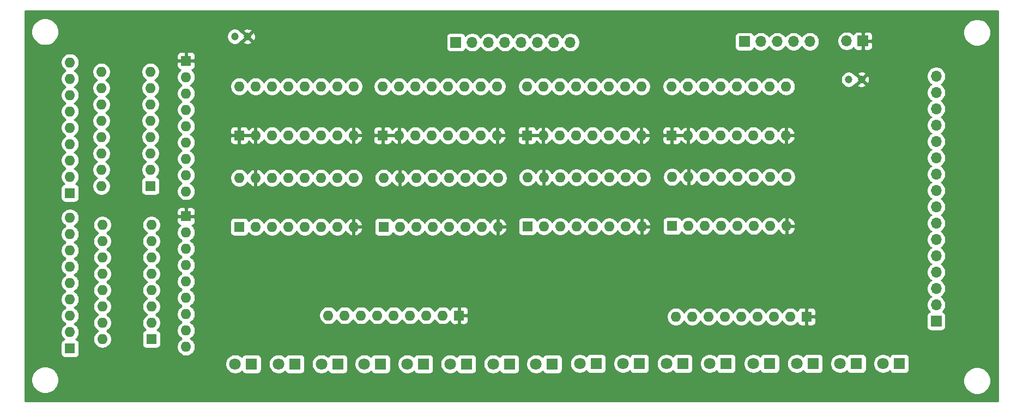
<source format=gbr>
%TF.GenerationSoftware,KiCad,Pcbnew,(5.1.9-0-10_14)*%
%TF.CreationDate,2021-04-19T21:01:21-04:00*%
%TF.ProjectId,MAR,4d41522e-6b69-4636-9164-5f7063625858,rev?*%
%TF.SameCoordinates,Original*%
%TF.FileFunction,Copper,L4,Bot*%
%TF.FilePolarity,Positive*%
%FSLAX46Y46*%
G04 Gerber Fmt 4.6, Leading zero omitted, Abs format (unit mm)*
G04 Created by KiCad (PCBNEW (5.1.9-0-10_14)) date 2021-04-19 21:01:21*
%MOMM*%
%LPD*%
G01*
G04 APERTURE LIST*
%TA.AperFunction,ComponentPad*%
%ADD10C,1.200000*%
%TD*%
%TA.AperFunction,ComponentPad*%
%ADD11O,1.700000X1.700000*%
%TD*%
%TA.AperFunction,ComponentPad*%
%ADD12R,1.700000X1.700000*%
%TD*%
%TA.AperFunction,ComponentPad*%
%ADD13O,1.600000X1.600000*%
%TD*%
%TA.AperFunction,ComponentPad*%
%ADD14R,1.600000X1.600000*%
%TD*%
%TA.AperFunction,ComponentPad*%
%ADD15R,1.800000X1.800000*%
%TD*%
%TA.AperFunction,ComponentPad*%
%ADD16C,1.800000*%
%TD*%
%TA.AperFunction,Conductor*%
%ADD17C,0.254000*%
%TD*%
%TA.AperFunction,Conductor*%
%ADD18C,0.100000*%
%TD*%
G04 APERTURE END LIST*
D10*
%TO.P,C2,2*%
%TO.N,GND*%
X86007501Y-75927001D03*
%TO.P,C2,1*%
%TO.N,Net-(C2-Pad1)*%
X84007501Y-75927001D03*
%TD*%
D11*
%TO.P,J4,5*%
%TO.N,/Memory Address Register/RAM_MODE*%
X173355000Y-76708000D03*
%TO.P,J4,4*%
%TO.N,/Memory Address Register/RAM_RESET*%
X170815000Y-76708000D03*
%TO.P,J4,3*%
%TO.N,/Memory Address Register/MAR1_LATCH*%
X168275000Y-76708000D03*
%TO.P,J4,2*%
%TO.N,/Memory Address Register/MAR2_LATCH*%
X165735000Y-76708000D03*
D12*
%TO.P,J4,1*%
%TO.N,/Memory Address Register/CLOCK*%
X163195000Y-76708000D03*
%TD*%
D11*
%TO.P,J3,2*%
%TO.N,Net-(J3-Pad2)*%
X179067500Y-76616500D03*
D12*
%TO.P,J3,1*%
%TO.N,GND*%
X181607500Y-76616500D03*
%TD*%
D10*
%TO.P,C1,2*%
%TO.N,GND*%
X181387500Y-82613500D03*
%TO.P,C1,1*%
%TO.N,VCC*%
X179387500Y-82613500D03*
%TD*%
D11*
%TO.P,J2,8*%
%TO.N,/Memory Address Register/BUS8*%
X136144000Y-76835000D03*
%TO.P,J2,7*%
%TO.N,/Memory Address Register/BUS7*%
X133604000Y-76835000D03*
%TO.P,J2,6*%
%TO.N,/Memory Address Register/BUS6*%
X131064000Y-76835000D03*
%TO.P,J2,5*%
%TO.N,/Memory Address Register/BUS5*%
X128524000Y-76835000D03*
%TO.P,J2,4*%
%TO.N,/Memory Address Register/BUS4*%
X125984000Y-76835000D03*
%TO.P,J2,3*%
%TO.N,/Memory Address Register/BUS3*%
X123444000Y-76835000D03*
%TO.P,J2,2*%
%TO.N,/Memory Address Register/BUS2*%
X120904000Y-76835000D03*
D12*
%TO.P,J2,1*%
%TO.N,/Memory Address Register/BUS1*%
X118364000Y-76835000D03*
%TD*%
D11*
%TO.P,J1,16*%
%TO.N,/Memory Address Register/MAR16*%
X192976500Y-82105500D03*
%TO.P,J1,15*%
%TO.N,/Memory Address Register/MAR15*%
X192976500Y-84645500D03*
%TO.P,J1,14*%
%TO.N,/Memory Address Register/MAR14*%
X192976500Y-87185500D03*
%TO.P,J1,13*%
%TO.N,/Memory Address Register/MAR13*%
X192976500Y-89725500D03*
%TO.P,J1,12*%
%TO.N,/Memory Address Register/MAR12*%
X192976500Y-92265500D03*
%TO.P,J1,11*%
%TO.N,/Memory Address Register/MAR11*%
X192976500Y-94805500D03*
%TO.P,J1,10*%
%TO.N,/Memory Address Register/MAR10*%
X192976500Y-97345500D03*
%TO.P,J1,9*%
%TO.N,/Memory Address Register/MAR9*%
X192976500Y-99885500D03*
%TO.P,J1,8*%
%TO.N,/Memory Address Register/MAR8*%
X192976500Y-102425500D03*
%TO.P,J1,7*%
%TO.N,/Memory Address Register/MAR7*%
X192976500Y-104965500D03*
%TO.P,J1,6*%
%TO.N,/Memory Address Register/MAR6*%
X192976500Y-107505500D03*
%TO.P,J1,5*%
%TO.N,/Memory Address Register/MAR5*%
X192976500Y-110045500D03*
%TO.P,J1,4*%
%TO.N,/Memory Address Register/MAR4*%
X192976500Y-112585500D03*
%TO.P,J1,3*%
%TO.N,/Memory Address Register/MAR3*%
X192976500Y-115125500D03*
%TO.P,J1,2*%
%TO.N,/Memory Address Register/MAR2*%
X192976500Y-117665500D03*
D12*
%TO.P,J1,1*%
%TO.N,/Memory Address Register/MAR1*%
X192976500Y-120205500D03*
%TD*%
D13*
%TO.P,U8,16*%
%TO.N,+5V*%
X151955500Y-97790000D03*
%TO.P,U8,8*%
%TO.N,GND*%
X169735500Y-105410000D03*
%TO.P,U8,15*%
X154495500Y-97790000D03*
%TO.P,U8,7*%
%TO.N,/Memory Address Register/MAR14*%
X167195500Y-105410000D03*
%TO.P,U8,14*%
%TO.N,Net-(U7-Pad6)*%
X157035500Y-97790000D03*
%TO.P,U8,6*%
%TO.N,Net-(RN1-Pad7)*%
X164655500Y-105410000D03*
%TO.P,U8,13*%
%TO.N,Net-(RN1-Pad9)*%
X159575500Y-97790000D03*
%TO.P,U8,5*%
%TO.N,Net-(U7-Pad4)*%
X162115500Y-105410000D03*
%TO.P,U8,12*%
%TO.N,/Memory Address Register/MAR16*%
X162115500Y-97790000D03*
%TO.P,U8,4*%
%TO.N,/Memory Address Register/MAR13*%
X159575500Y-105410000D03*
%TO.P,U8,11*%
%TO.N,Net-(U7-Pad5)*%
X164655500Y-97790000D03*
%TO.P,U8,3*%
%TO.N,Net-(RN1-Pad6)*%
X157035500Y-105410000D03*
%TO.P,U8,10*%
%TO.N,Net-(RN1-Pad8)*%
X167195500Y-97790000D03*
%TO.P,U8,2*%
%TO.N,Net-(U7-Pad3)*%
X154495500Y-105410000D03*
%TO.P,U8,9*%
%TO.N,/Memory Address Register/MAR15*%
X169735500Y-97790000D03*
D14*
%TO.P,U8,1*%
%TO.N,/Memory Address Register/RAM_MODE*%
X151955500Y-105410000D03*
%TD*%
D13*
%TO.P,U7,16*%
%TO.N,+5V*%
X151892000Y-83693000D03*
%TO.P,U7,8*%
%TO.N,GND*%
X169672000Y-91313000D03*
%TO.P,U7,15*%
%TO.N,/Memory Address Register/RAM_RESET*%
X154432000Y-83693000D03*
%TO.P,U7,7*%
%TO.N,/Memory Address Register/CLOCK*%
X167132000Y-91313000D03*
%TO.P,U7,14*%
%TO.N,/Memory Address Register/BUS5*%
X156972000Y-83693000D03*
%TO.P,U7,6*%
%TO.N,Net-(U7-Pad6)*%
X164592000Y-91313000D03*
%TO.P,U7,13*%
%TO.N,/Memory Address Register/BUS6*%
X159512000Y-83693000D03*
%TO.P,U7,5*%
%TO.N,Net-(U7-Pad5)*%
X162052000Y-91313000D03*
%TO.P,U7,12*%
%TO.N,/Memory Address Register/BUS7*%
X162052000Y-83693000D03*
%TO.P,U7,4*%
%TO.N,Net-(U7-Pad4)*%
X159512000Y-91313000D03*
%TO.P,U7,11*%
%TO.N,/Memory Address Register/BUS8*%
X164592000Y-83693000D03*
%TO.P,U7,3*%
%TO.N,Net-(U7-Pad3)*%
X156972000Y-91313000D03*
%TO.P,U7,10*%
%TO.N,/Memory Address Register/MAR2_LATCH*%
X167132000Y-83693000D03*
%TO.P,U7,2*%
%TO.N,GND*%
X154432000Y-91313000D03*
%TO.P,U7,9*%
%TO.N,/Memory Address Register/MAR2_LATCH*%
X169672000Y-83693000D03*
D14*
%TO.P,U7,1*%
%TO.N,GND*%
X151892000Y-91313000D03*
%TD*%
D13*
%TO.P,U6,16*%
%TO.N,+5V*%
X129476500Y-97853500D03*
%TO.P,U6,8*%
%TO.N,GND*%
X147256500Y-105473500D03*
%TO.P,U6,15*%
X132016500Y-97853500D03*
%TO.P,U6,7*%
%TO.N,/Memory Address Register/MAR10*%
X144716500Y-105473500D03*
%TO.P,U6,14*%
%TO.N,Net-(U4-Pad6)*%
X134556500Y-97853500D03*
%TO.P,U6,6*%
%TO.N,Net-(RN1-Pad3)*%
X142176500Y-105473500D03*
%TO.P,U6,13*%
%TO.N,Net-(RN1-Pad5)*%
X137096500Y-97853500D03*
%TO.P,U6,5*%
%TO.N,Net-(U4-Pad4)*%
X139636500Y-105473500D03*
%TO.P,U6,12*%
%TO.N,/Memory Address Register/MAR12*%
X139636500Y-97853500D03*
%TO.P,U6,4*%
%TO.N,/Memory Address Register/MAR9*%
X137096500Y-105473500D03*
%TO.P,U6,11*%
%TO.N,Net-(U4-Pad5)*%
X142176500Y-97853500D03*
%TO.P,U6,3*%
%TO.N,Net-(RN1-Pad2)*%
X134556500Y-105473500D03*
%TO.P,U6,10*%
%TO.N,Net-(RN1-Pad4)*%
X144716500Y-97853500D03*
%TO.P,U6,2*%
%TO.N,Net-(U4-Pad3)*%
X132016500Y-105473500D03*
%TO.P,U6,9*%
%TO.N,/Memory Address Register/MAR11*%
X147256500Y-97853500D03*
D14*
%TO.P,U6,1*%
%TO.N,/Memory Address Register/RAM_MODE*%
X129476500Y-105473500D03*
%TD*%
D13*
%TO.P,U5,16*%
%TO.N,+5V*%
X107124500Y-97917000D03*
%TO.P,U5,8*%
%TO.N,GND*%
X124904500Y-105537000D03*
%TO.P,U5,15*%
X109664500Y-97917000D03*
%TO.P,U5,7*%
%TO.N,/Memory Address Register/MAR6*%
X122364500Y-105537000D03*
%TO.P,U5,14*%
%TO.N,Net-(U2-Pad6)*%
X112204500Y-97917000D03*
%TO.P,U5,6*%
%TO.N,Net-(RN3-Pad7)*%
X119824500Y-105537000D03*
%TO.P,U5,13*%
%TO.N,Net-(RN3-Pad9)*%
X114744500Y-97917000D03*
%TO.P,U5,5*%
%TO.N,Net-(U2-Pad4)*%
X117284500Y-105537000D03*
%TO.P,U5,12*%
%TO.N,/Memory Address Register/MAR8*%
X117284500Y-97917000D03*
%TO.P,U5,4*%
%TO.N,/Memory Address Register/MAR5*%
X114744500Y-105537000D03*
%TO.P,U5,11*%
%TO.N,Net-(U2-Pad5)*%
X119824500Y-97917000D03*
%TO.P,U5,3*%
%TO.N,Net-(RN3-Pad6)*%
X112204500Y-105537000D03*
%TO.P,U5,10*%
%TO.N,Net-(RN3-Pad8)*%
X122364500Y-97917000D03*
%TO.P,U5,2*%
%TO.N,Net-(U2-Pad3)*%
X109664500Y-105537000D03*
%TO.P,U5,9*%
%TO.N,/Memory Address Register/MAR7*%
X124904500Y-97917000D03*
D14*
%TO.P,U5,1*%
%TO.N,/Memory Address Register/RAM_MODE*%
X107124500Y-105537000D03*
%TD*%
D13*
%TO.P,U4,16*%
%TO.N,+5V*%
X129413000Y-83693000D03*
%TO.P,U4,8*%
%TO.N,GND*%
X147193000Y-91313000D03*
%TO.P,U4,15*%
%TO.N,/Memory Address Register/RAM_RESET*%
X131953000Y-83693000D03*
%TO.P,U4,7*%
%TO.N,/Memory Address Register/CLOCK*%
X144653000Y-91313000D03*
%TO.P,U4,14*%
%TO.N,/Memory Address Register/BUS1*%
X134493000Y-83693000D03*
%TO.P,U4,6*%
%TO.N,Net-(U4-Pad6)*%
X142113000Y-91313000D03*
%TO.P,U4,13*%
%TO.N,/Memory Address Register/BUS2*%
X137033000Y-83693000D03*
%TO.P,U4,5*%
%TO.N,Net-(U4-Pad5)*%
X139573000Y-91313000D03*
%TO.P,U4,12*%
%TO.N,/Memory Address Register/BUS3*%
X139573000Y-83693000D03*
%TO.P,U4,4*%
%TO.N,Net-(U4-Pad4)*%
X137033000Y-91313000D03*
%TO.P,U4,11*%
%TO.N,/Memory Address Register/BUS4*%
X142113000Y-83693000D03*
%TO.P,U4,3*%
%TO.N,Net-(U4-Pad3)*%
X134493000Y-91313000D03*
%TO.P,U4,10*%
%TO.N,/Memory Address Register/MAR2_LATCH*%
X144653000Y-83693000D03*
%TO.P,U4,2*%
%TO.N,GND*%
X131953000Y-91313000D03*
%TO.P,U4,9*%
%TO.N,/Memory Address Register/MAR2_LATCH*%
X147193000Y-83693000D03*
D14*
%TO.P,U4,1*%
%TO.N,GND*%
X129413000Y-91313000D03*
%TD*%
D13*
%TO.P,U3,16*%
%TO.N,+5V*%
X84709000Y-97917000D03*
%TO.P,U3,8*%
%TO.N,GND*%
X102489000Y-105537000D03*
%TO.P,U3,15*%
X87249000Y-97917000D03*
%TO.P,U3,7*%
%TO.N,/Memory Address Register/MAR2*%
X99949000Y-105537000D03*
%TO.P,U3,14*%
%TO.N,Net-(U1-Pad6)*%
X89789000Y-97917000D03*
%TO.P,U3,6*%
%TO.N,Net-(RN3-Pad3)*%
X97409000Y-105537000D03*
%TO.P,U3,13*%
%TO.N,Net-(RN3-Pad5)*%
X92329000Y-97917000D03*
%TO.P,U3,5*%
%TO.N,Net-(U1-Pad4)*%
X94869000Y-105537000D03*
%TO.P,U3,12*%
%TO.N,/Memory Address Register/MAR4*%
X94869000Y-97917000D03*
%TO.P,U3,4*%
%TO.N,/Memory Address Register/MAR1*%
X92329000Y-105537000D03*
%TO.P,U3,11*%
%TO.N,Net-(U1-Pad5)*%
X97409000Y-97917000D03*
%TO.P,U3,3*%
%TO.N,Net-(RN3-Pad2)*%
X89789000Y-105537000D03*
%TO.P,U3,10*%
%TO.N,Net-(RN3-Pad4)*%
X99949000Y-97917000D03*
%TO.P,U3,2*%
%TO.N,Net-(U1-Pad3)*%
X87249000Y-105537000D03*
%TO.P,U3,9*%
%TO.N,/Memory Address Register/MAR3*%
X102489000Y-97917000D03*
D14*
%TO.P,U3,1*%
%TO.N,/Memory Address Register/RAM_MODE*%
X84709000Y-105537000D03*
%TD*%
D13*
%TO.P,U2,16*%
%TO.N,+5V*%
X106997500Y-83693000D03*
%TO.P,U2,8*%
%TO.N,GND*%
X124777500Y-91313000D03*
%TO.P,U2,15*%
%TO.N,/Memory Address Register/RAM_RESET*%
X109537500Y-83693000D03*
%TO.P,U2,7*%
%TO.N,/Memory Address Register/CLOCK*%
X122237500Y-91313000D03*
%TO.P,U2,14*%
%TO.N,/Memory Address Register/BUS5*%
X112077500Y-83693000D03*
%TO.P,U2,6*%
%TO.N,Net-(U2-Pad6)*%
X119697500Y-91313000D03*
%TO.P,U2,13*%
%TO.N,/Memory Address Register/BUS6*%
X114617500Y-83693000D03*
%TO.P,U2,5*%
%TO.N,Net-(U2-Pad5)*%
X117157500Y-91313000D03*
%TO.P,U2,12*%
%TO.N,/Memory Address Register/BUS7*%
X117157500Y-83693000D03*
%TO.P,U2,4*%
%TO.N,Net-(U2-Pad4)*%
X114617500Y-91313000D03*
%TO.P,U2,11*%
%TO.N,/Memory Address Register/BUS8*%
X119697500Y-83693000D03*
%TO.P,U2,3*%
%TO.N,Net-(U2-Pad3)*%
X112077500Y-91313000D03*
%TO.P,U2,10*%
%TO.N,/Memory Address Register/MAR1_LATCH*%
X122237500Y-83693000D03*
%TO.P,U2,2*%
%TO.N,GND*%
X109537500Y-91313000D03*
%TO.P,U2,9*%
%TO.N,/Memory Address Register/MAR1_LATCH*%
X124777500Y-83693000D03*
D14*
%TO.P,U2,1*%
%TO.N,GND*%
X106997500Y-91313000D03*
%TD*%
D13*
%TO.P,U1,16*%
%TO.N,+5V*%
X84709000Y-83693000D03*
%TO.P,U1,8*%
%TO.N,GND*%
X102489000Y-91313000D03*
%TO.P,U1,15*%
%TO.N,/Memory Address Register/RAM_RESET*%
X87249000Y-83693000D03*
%TO.P,U1,7*%
%TO.N,/Memory Address Register/CLOCK*%
X99949000Y-91313000D03*
%TO.P,U1,14*%
%TO.N,/Memory Address Register/BUS1*%
X89789000Y-83693000D03*
%TO.P,U1,6*%
%TO.N,Net-(U1-Pad6)*%
X97409000Y-91313000D03*
%TO.P,U1,13*%
%TO.N,/Memory Address Register/BUS2*%
X92329000Y-83693000D03*
%TO.P,U1,5*%
%TO.N,Net-(U1-Pad5)*%
X94869000Y-91313000D03*
%TO.P,U1,12*%
%TO.N,/Memory Address Register/BUS3*%
X94869000Y-83693000D03*
%TO.P,U1,4*%
%TO.N,Net-(U1-Pad4)*%
X92329000Y-91313000D03*
%TO.P,U1,11*%
%TO.N,/Memory Address Register/BUS4*%
X97409000Y-83693000D03*
%TO.P,U1,3*%
%TO.N,Net-(U1-Pad3)*%
X89789000Y-91313000D03*
%TO.P,U1,10*%
%TO.N,/Memory Address Register/MAR1_LATCH*%
X99949000Y-83693000D03*
%TO.P,U1,2*%
%TO.N,GND*%
X87249000Y-91313000D03*
%TO.P,U1,9*%
%TO.N,/Memory Address Register/MAR1_LATCH*%
X102489000Y-83693000D03*
D14*
%TO.P,U1,1*%
%TO.N,GND*%
X84709000Y-91313000D03*
%TD*%
D13*
%TO.P,SW2,16*%
%TO.N,Net-(RN4-Pad2)*%
X63309500Y-99187000D03*
%TO.P,SW2,8*%
%TO.N,Net-(RN3-Pad2)*%
X70929500Y-81407000D03*
%TO.P,SW2,15*%
%TO.N,Net-(RN4-Pad3)*%
X63309500Y-96647000D03*
%TO.P,SW2,7*%
%TO.N,Net-(RN3-Pad3)*%
X70929500Y-83947000D03*
%TO.P,SW2,14*%
%TO.N,Net-(RN4-Pad4)*%
X63309500Y-94107000D03*
%TO.P,SW2,6*%
%TO.N,Net-(RN3-Pad4)*%
X70929500Y-86487000D03*
%TO.P,SW2,13*%
%TO.N,Net-(RN4-Pad5)*%
X63309500Y-91567000D03*
%TO.P,SW2,5*%
%TO.N,Net-(RN3-Pad5)*%
X70929500Y-89027000D03*
%TO.P,SW2,12*%
%TO.N,Net-(RN4-Pad6)*%
X63309500Y-89027000D03*
%TO.P,SW2,4*%
%TO.N,Net-(RN3-Pad6)*%
X70929500Y-91567000D03*
%TO.P,SW2,11*%
%TO.N,Net-(RN4-Pad7)*%
X63309500Y-86487000D03*
%TO.P,SW2,3*%
%TO.N,Net-(RN3-Pad7)*%
X70929500Y-94107000D03*
%TO.P,SW2,10*%
%TO.N,Net-(RN4-Pad8)*%
X63309500Y-83947000D03*
%TO.P,SW2,2*%
%TO.N,Net-(RN3-Pad8)*%
X70929500Y-96647000D03*
%TO.P,SW2,9*%
%TO.N,Net-(RN4-Pad9)*%
X63309500Y-81407000D03*
D14*
%TO.P,SW2,1*%
%TO.N,Net-(RN3-Pad9)*%
X70929500Y-99187000D03*
%TD*%
D13*
%TO.P,SW1,16*%
%TO.N,Net-(RN2-Pad2)*%
X63436500Y-122999500D03*
%TO.P,SW1,8*%
%TO.N,Net-(RN1-Pad2)*%
X71056500Y-105219500D03*
%TO.P,SW1,15*%
%TO.N,Net-(RN2-Pad3)*%
X63436500Y-120459500D03*
%TO.P,SW1,7*%
%TO.N,Net-(RN1-Pad3)*%
X71056500Y-107759500D03*
%TO.P,SW1,14*%
%TO.N,Net-(RN2-Pad4)*%
X63436500Y-117919500D03*
%TO.P,SW1,6*%
%TO.N,Net-(RN1-Pad4)*%
X71056500Y-110299500D03*
%TO.P,SW1,13*%
%TO.N,Net-(RN2-Pad5)*%
X63436500Y-115379500D03*
%TO.P,SW1,5*%
%TO.N,Net-(RN1-Pad5)*%
X71056500Y-112839500D03*
%TO.P,SW1,12*%
%TO.N,Net-(RN2-Pad6)*%
X63436500Y-112839500D03*
%TO.P,SW1,4*%
%TO.N,Net-(RN1-Pad6)*%
X71056500Y-115379500D03*
%TO.P,SW1,11*%
%TO.N,Net-(RN2-Pad7)*%
X63436500Y-110299500D03*
%TO.P,SW1,3*%
%TO.N,Net-(RN1-Pad7)*%
X71056500Y-117919500D03*
%TO.P,SW1,10*%
%TO.N,Net-(RN2-Pad8)*%
X63436500Y-107759500D03*
%TO.P,SW1,2*%
%TO.N,Net-(RN1-Pad8)*%
X71056500Y-120459500D03*
%TO.P,SW1,9*%
%TO.N,Net-(RN2-Pad9)*%
X63436500Y-105219500D03*
D14*
%TO.P,SW1,1*%
%TO.N,Net-(RN1-Pad9)*%
X71056500Y-122999500D03*
%TD*%
D13*
%TO.P,RN6,9*%
%TO.N,Net-(D9-Pad1)*%
X152527000Y-119507000D03*
%TO.P,RN6,8*%
%TO.N,Net-(D10-Pad1)*%
X155067000Y-119507000D03*
%TO.P,RN6,7*%
%TO.N,Net-(D11-Pad1)*%
X157607000Y-119507000D03*
%TO.P,RN6,6*%
%TO.N,Net-(D12-Pad1)*%
X160147000Y-119507000D03*
%TO.P,RN6,5*%
%TO.N,Net-(D13-Pad1)*%
X162687000Y-119507000D03*
%TO.P,RN6,4*%
%TO.N,Net-(D14-Pad1)*%
X165227000Y-119507000D03*
%TO.P,RN6,3*%
%TO.N,Net-(D15-Pad1)*%
X167767000Y-119507000D03*
%TO.P,RN6,2*%
%TO.N,Net-(D16-Pad1)*%
X170307000Y-119507000D03*
D14*
%TO.P,RN6,1*%
%TO.N,GND*%
X172847000Y-119507000D03*
%TD*%
D13*
%TO.P,RN5,9*%
%TO.N,Net-(D1-Pad1)*%
X98552000Y-119316500D03*
%TO.P,RN5,8*%
%TO.N,Net-(D2-Pad1)*%
X101092000Y-119316500D03*
%TO.P,RN5,7*%
%TO.N,Net-(D3-Pad1)*%
X103632000Y-119316500D03*
%TO.P,RN5,6*%
%TO.N,Net-(D4-Pad1)*%
X106172000Y-119316500D03*
%TO.P,RN5,5*%
%TO.N,Net-(D5-Pad1)*%
X108712000Y-119316500D03*
%TO.P,RN5,4*%
%TO.N,Net-(D6-Pad1)*%
X111252000Y-119316500D03*
%TO.P,RN5,3*%
%TO.N,Net-(D7-Pad1)*%
X113792000Y-119316500D03*
%TO.P,RN5,2*%
%TO.N,Net-(D8-Pad1)*%
X116332000Y-119316500D03*
D14*
%TO.P,RN5,1*%
%TO.N,GND*%
X118872000Y-119316500D03*
%TD*%
D13*
%TO.P,RN4,9*%
%TO.N,Net-(RN4-Pad9)*%
X58420000Y-79946500D03*
%TO.P,RN4,8*%
%TO.N,Net-(RN4-Pad8)*%
X58420000Y-82486500D03*
%TO.P,RN4,7*%
%TO.N,Net-(RN4-Pad7)*%
X58420000Y-85026500D03*
%TO.P,RN4,6*%
%TO.N,Net-(RN4-Pad6)*%
X58420000Y-87566500D03*
%TO.P,RN4,5*%
%TO.N,Net-(RN4-Pad5)*%
X58420000Y-90106500D03*
%TO.P,RN4,4*%
%TO.N,Net-(RN4-Pad4)*%
X58420000Y-92646500D03*
%TO.P,RN4,3*%
%TO.N,Net-(RN4-Pad3)*%
X58420000Y-95186500D03*
%TO.P,RN4,2*%
%TO.N,Net-(RN4-Pad2)*%
X58420000Y-97726500D03*
D14*
%TO.P,RN4,1*%
%TO.N,+5V*%
X58420000Y-100266500D03*
%TD*%
D13*
%TO.P,RN3,9*%
%TO.N,Net-(RN3-Pad9)*%
X76454000Y-100012500D03*
%TO.P,RN3,8*%
%TO.N,Net-(RN3-Pad8)*%
X76454000Y-97472500D03*
%TO.P,RN3,7*%
%TO.N,Net-(RN3-Pad7)*%
X76454000Y-94932500D03*
%TO.P,RN3,6*%
%TO.N,Net-(RN3-Pad6)*%
X76454000Y-92392500D03*
%TO.P,RN3,5*%
%TO.N,Net-(RN3-Pad5)*%
X76454000Y-89852500D03*
%TO.P,RN3,4*%
%TO.N,Net-(RN3-Pad4)*%
X76454000Y-87312500D03*
%TO.P,RN3,3*%
%TO.N,Net-(RN3-Pad3)*%
X76454000Y-84772500D03*
%TO.P,RN3,2*%
%TO.N,Net-(RN3-Pad2)*%
X76454000Y-82232500D03*
D14*
%TO.P,RN3,1*%
%TO.N,GND*%
X76454000Y-79692500D03*
%TD*%
D13*
%TO.P,RN2,9*%
%TO.N,Net-(RN2-Pad9)*%
X58420000Y-104140000D03*
%TO.P,RN2,8*%
%TO.N,Net-(RN2-Pad8)*%
X58420000Y-106680000D03*
%TO.P,RN2,7*%
%TO.N,Net-(RN2-Pad7)*%
X58420000Y-109220000D03*
%TO.P,RN2,6*%
%TO.N,Net-(RN2-Pad6)*%
X58420000Y-111760000D03*
%TO.P,RN2,5*%
%TO.N,Net-(RN2-Pad5)*%
X58420000Y-114300000D03*
%TO.P,RN2,4*%
%TO.N,Net-(RN2-Pad4)*%
X58420000Y-116840000D03*
%TO.P,RN2,3*%
%TO.N,Net-(RN2-Pad3)*%
X58420000Y-119380000D03*
%TO.P,RN2,2*%
%TO.N,Net-(RN2-Pad2)*%
X58420000Y-121920000D03*
D14*
%TO.P,RN2,1*%
%TO.N,+5V*%
X58420000Y-124460000D03*
%TD*%
D13*
%TO.P,RN1,9*%
%TO.N,Net-(RN1-Pad9)*%
X76454000Y-124206000D03*
%TO.P,RN1,8*%
%TO.N,Net-(RN1-Pad8)*%
X76454000Y-121666000D03*
%TO.P,RN1,7*%
%TO.N,Net-(RN1-Pad7)*%
X76454000Y-119126000D03*
%TO.P,RN1,6*%
%TO.N,Net-(RN1-Pad6)*%
X76454000Y-116586000D03*
%TO.P,RN1,5*%
%TO.N,Net-(RN1-Pad5)*%
X76454000Y-114046000D03*
%TO.P,RN1,4*%
%TO.N,Net-(RN1-Pad4)*%
X76454000Y-111506000D03*
%TO.P,RN1,3*%
%TO.N,Net-(RN1-Pad3)*%
X76454000Y-108966000D03*
%TO.P,RN1,2*%
%TO.N,Net-(RN1-Pad2)*%
X76454000Y-106426000D03*
D14*
%TO.P,RN1,1*%
%TO.N,GND*%
X76454000Y-103886000D03*
%TD*%
D15*
%TO.P,D16,1*%
%TO.N,Net-(D16-Pad1)*%
X187261500Y-126809500D03*
D16*
%TO.P,D16,2*%
%TO.N,/Memory Address Register/MAR1*%
X184721500Y-126809500D03*
%TD*%
%TO.P,D15,2*%
%TO.N,/Memory Address Register/MAR2*%
X178054000Y-126809500D03*
D15*
%TO.P,D15,1*%
%TO.N,Net-(D15-Pad1)*%
X180594000Y-126809500D03*
%TD*%
D16*
%TO.P,D14,2*%
%TO.N,/Memory Address Register/MAR3*%
X171323000Y-126809500D03*
D15*
%TO.P,D14,1*%
%TO.N,Net-(D14-Pad1)*%
X173863000Y-126809500D03*
%TD*%
D16*
%TO.P,D13,2*%
%TO.N,/Memory Address Register/MAR4*%
X164592000Y-126809500D03*
D15*
%TO.P,D13,1*%
%TO.N,Net-(D13-Pad1)*%
X167132000Y-126809500D03*
%TD*%
D16*
%TO.P,D12,2*%
%TO.N,/Memory Address Register/MAR5*%
X157797500Y-126809500D03*
D15*
%TO.P,D12,1*%
%TO.N,Net-(D12-Pad1)*%
X160337500Y-126809500D03*
%TD*%
D16*
%TO.P,D11,2*%
%TO.N,/Memory Address Register/MAR6*%
X151066500Y-126809500D03*
D15*
%TO.P,D11,1*%
%TO.N,Net-(D11-Pad1)*%
X153606500Y-126809500D03*
%TD*%
D16*
%TO.P,D10,2*%
%TO.N,/Memory Address Register/MAR7*%
X144335500Y-126809500D03*
D15*
%TO.P,D10,1*%
%TO.N,Net-(D10-Pad1)*%
X146875500Y-126809500D03*
%TD*%
D16*
%TO.P,D9,2*%
%TO.N,/Memory Address Register/MAR8*%
X137604500Y-126809500D03*
D15*
%TO.P,D9,1*%
%TO.N,Net-(D9-Pad1)*%
X140144500Y-126809500D03*
%TD*%
D16*
%TO.P,D8,2*%
%TO.N,/Memory Address Register/MAR9*%
X130810000Y-126873000D03*
D15*
%TO.P,D8,1*%
%TO.N,Net-(D8-Pad1)*%
X133350000Y-126873000D03*
%TD*%
D16*
%TO.P,D7,2*%
%TO.N,/Memory Address Register/MAR10*%
X124142500Y-126873000D03*
D15*
%TO.P,D7,1*%
%TO.N,Net-(D7-Pad1)*%
X126682500Y-126873000D03*
%TD*%
D16*
%TO.P,D6,2*%
%TO.N,/Memory Address Register/MAR11*%
X117475000Y-126873000D03*
D15*
%TO.P,D6,1*%
%TO.N,Net-(D6-Pad1)*%
X120015000Y-126873000D03*
%TD*%
D16*
%TO.P,D5,2*%
%TO.N,/Memory Address Register/MAR12*%
X110807500Y-126873000D03*
D15*
%TO.P,D5,1*%
%TO.N,Net-(D5-Pad1)*%
X113347500Y-126873000D03*
%TD*%
D16*
%TO.P,D4,2*%
%TO.N,/Memory Address Register/MAR13*%
X104140000Y-126873000D03*
D15*
%TO.P,D4,1*%
%TO.N,Net-(D4-Pad1)*%
X106680000Y-126873000D03*
%TD*%
D16*
%TO.P,D3,2*%
%TO.N,/Memory Address Register/MAR14*%
X97472500Y-126873000D03*
D15*
%TO.P,D3,1*%
%TO.N,Net-(D3-Pad1)*%
X100012500Y-126873000D03*
%TD*%
D16*
%TO.P,D2,2*%
%TO.N,/Memory Address Register/MAR15*%
X90805000Y-126873000D03*
D15*
%TO.P,D2,1*%
%TO.N,Net-(D2-Pad1)*%
X93345000Y-126873000D03*
%TD*%
D16*
%TO.P,D1,2*%
%TO.N,/Memory Address Register/MAR16*%
X84074000Y-126873000D03*
D15*
%TO.P,D1,1*%
%TO.N,Net-(D1-Pad1)*%
X86614000Y-126873000D03*
%TD*%
D17*
%TO.N,GND*%
X202603501Y-132690000D02*
X51460000Y-132690000D01*
X51460000Y-129139221D01*
X52411500Y-129139221D01*
X52411500Y-129559779D01*
X52493547Y-129972256D01*
X52654488Y-130360802D01*
X52888137Y-130710483D01*
X53185517Y-131007863D01*
X53535198Y-131241512D01*
X53923744Y-131402453D01*
X54336221Y-131484500D01*
X54756779Y-131484500D01*
X55169256Y-131402453D01*
X55557802Y-131241512D01*
X55907483Y-131007863D01*
X56204863Y-130710483D01*
X56438512Y-130360802D01*
X56599453Y-129972256D01*
X56681500Y-129559779D01*
X56681500Y-129266221D01*
X197191500Y-129266221D01*
X197191500Y-129686779D01*
X197273547Y-130099256D01*
X197434488Y-130487802D01*
X197668137Y-130837483D01*
X197965517Y-131134863D01*
X198315198Y-131368512D01*
X198703744Y-131529453D01*
X199116221Y-131611500D01*
X199536779Y-131611500D01*
X199949256Y-131529453D01*
X200337802Y-131368512D01*
X200687483Y-131134863D01*
X200984863Y-130837483D01*
X201218512Y-130487802D01*
X201379453Y-130099256D01*
X201461500Y-129686779D01*
X201461500Y-129266221D01*
X201379453Y-128853744D01*
X201218512Y-128465198D01*
X200984863Y-128115517D01*
X200687483Y-127818137D01*
X200337802Y-127584488D01*
X199949256Y-127423547D01*
X199536779Y-127341500D01*
X199116221Y-127341500D01*
X198703744Y-127423547D01*
X198315198Y-127584488D01*
X197965517Y-127818137D01*
X197668137Y-128115517D01*
X197434488Y-128465198D01*
X197273547Y-128853744D01*
X197191500Y-129266221D01*
X56681500Y-129266221D01*
X56681500Y-129139221D01*
X56599453Y-128726744D01*
X56438512Y-128338198D01*
X56204863Y-127988517D01*
X55907483Y-127691137D01*
X55557802Y-127457488D01*
X55169256Y-127296547D01*
X54756779Y-127214500D01*
X54336221Y-127214500D01*
X53923744Y-127296547D01*
X53535198Y-127457488D01*
X53185517Y-127691137D01*
X52888137Y-127988517D01*
X52654488Y-128338198D01*
X52493547Y-128726744D01*
X52411500Y-129139221D01*
X51460000Y-129139221D01*
X51460000Y-126721816D01*
X82539000Y-126721816D01*
X82539000Y-127024184D01*
X82597989Y-127320743D01*
X82713701Y-127600095D01*
X82881688Y-127851505D01*
X83095495Y-128065312D01*
X83346905Y-128233299D01*
X83626257Y-128349011D01*
X83922816Y-128408000D01*
X84225184Y-128408000D01*
X84521743Y-128349011D01*
X84801095Y-128233299D01*
X85052505Y-128065312D01*
X85118944Y-127998873D01*
X85124498Y-128017180D01*
X85183463Y-128127494D01*
X85262815Y-128224185D01*
X85359506Y-128303537D01*
X85469820Y-128362502D01*
X85589518Y-128398812D01*
X85714000Y-128411072D01*
X87514000Y-128411072D01*
X87638482Y-128398812D01*
X87758180Y-128362502D01*
X87868494Y-128303537D01*
X87965185Y-128224185D01*
X88044537Y-128127494D01*
X88103502Y-128017180D01*
X88139812Y-127897482D01*
X88152072Y-127773000D01*
X88152072Y-126721816D01*
X89270000Y-126721816D01*
X89270000Y-127024184D01*
X89328989Y-127320743D01*
X89444701Y-127600095D01*
X89612688Y-127851505D01*
X89826495Y-128065312D01*
X90077905Y-128233299D01*
X90357257Y-128349011D01*
X90653816Y-128408000D01*
X90956184Y-128408000D01*
X91252743Y-128349011D01*
X91532095Y-128233299D01*
X91783505Y-128065312D01*
X91849944Y-127998873D01*
X91855498Y-128017180D01*
X91914463Y-128127494D01*
X91993815Y-128224185D01*
X92090506Y-128303537D01*
X92200820Y-128362502D01*
X92320518Y-128398812D01*
X92445000Y-128411072D01*
X94245000Y-128411072D01*
X94369482Y-128398812D01*
X94489180Y-128362502D01*
X94599494Y-128303537D01*
X94696185Y-128224185D01*
X94775537Y-128127494D01*
X94834502Y-128017180D01*
X94870812Y-127897482D01*
X94883072Y-127773000D01*
X94883072Y-126721816D01*
X95937500Y-126721816D01*
X95937500Y-127024184D01*
X95996489Y-127320743D01*
X96112201Y-127600095D01*
X96280188Y-127851505D01*
X96493995Y-128065312D01*
X96745405Y-128233299D01*
X97024757Y-128349011D01*
X97321316Y-128408000D01*
X97623684Y-128408000D01*
X97920243Y-128349011D01*
X98199595Y-128233299D01*
X98451005Y-128065312D01*
X98517444Y-127998873D01*
X98522998Y-128017180D01*
X98581963Y-128127494D01*
X98661315Y-128224185D01*
X98758006Y-128303537D01*
X98868320Y-128362502D01*
X98988018Y-128398812D01*
X99112500Y-128411072D01*
X100912500Y-128411072D01*
X101036982Y-128398812D01*
X101156680Y-128362502D01*
X101266994Y-128303537D01*
X101363685Y-128224185D01*
X101443037Y-128127494D01*
X101502002Y-128017180D01*
X101538312Y-127897482D01*
X101550572Y-127773000D01*
X101550572Y-126721816D01*
X102605000Y-126721816D01*
X102605000Y-127024184D01*
X102663989Y-127320743D01*
X102779701Y-127600095D01*
X102947688Y-127851505D01*
X103161495Y-128065312D01*
X103412905Y-128233299D01*
X103692257Y-128349011D01*
X103988816Y-128408000D01*
X104291184Y-128408000D01*
X104587743Y-128349011D01*
X104867095Y-128233299D01*
X105118505Y-128065312D01*
X105184944Y-127998873D01*
X105190498Y-128017180D01*
X105249463Y-128127494D01*
X105328815Y-128224185D01*
X105425506Y-128303537D01*
X105535820Y-128362502D01*
X105655518Y-128398812D01*
X105780000Y-128411072D01*
X107580000Y-128411072D01*
X107704482Y-128398812D01*
X107824180Y-128362502D01*
X107934494Y-128303537D01*
X108031185Y-128224185D01*
X108110537Y-128127494D01*
X108169502Y-128017180D01*
X108205812Y-127897482D01*
X108218072Y-127773000D01*
X108218072Y-126721816D01*
X109272500Y-126721816D01*
X109272500Y-127024184D01*
X109331489Y-127320743D01*
X109447201Y-127600095D01*
X109615188Y-127851505D01*
X109828995Y-128065312D01*
X110080405Y-128233299D01*
X110359757Y-128349011D01*
X110656316Y-128408000D01*
X110958684Y-128408000D01*
X111255243Y-128349011D01*
X111534595Y-128233299D01*
X111786005Y-128065312D01*
X111852444Y-127998873D01*
X111857998Y-128017180D01*
X111916963Y-128127494D01*
X111996315Y-128224185D01*
X112093006Y-128303537D01*
X112203320Y-128362502D01*
X112323018Y-128398812D01*
X112447500Y-128411072D01*
X114247500Y-128411072D01*
X114371982Y-128398812D01*
X114491680Y-128362502D01*
X114601994Y-128303537D01*
X114698685Y-128224185D01*
X114778037Y-128127494D01*
X114837002Y-128017180D01*
X114873312Y-127897482D01*
X114885572Y-127773000D01*
X114885572Y-126721816D01*
X115940000Y-126721816D01*
X115940000Y-127024184D01*
X115998989Y-127320743D01*
X116114701Y-127600095D01*
X116282688Y-127851505D01*
X116496495Y-128065312D01*
X116747905Y-128233299D01*
X117027257Y-128349011D01*
X117323816Y-128408000D01*
X117626184Y-128408000D01*
X117922743Y-128349011D01*
X118202095Y-128233299D01*
X118453505Y-128065312D01*
X118519944Y-127998873D01*
X118525498Y-128017180D01*
X118584463Y-128127494D01*
X118663815Y-128224185D01*
X118760506Y-128303537D01*
X118870820Y-128362502D01*
X118990518Y-128398812D01*
X119115000Y-128411072D01*
X120915000Y-128411072D01*
X121039482Y-128398812D01*
X121159180Y-128362502D01*
X121269494Y-128303537D01*
X121366185Y-128224185D01*
X121445537Y-128127494D01*
X121504502Y-128017180D01*
X121540812Y-127897482D01*
X121553072Y-127773000D01*
X121553072Y-126721816D01*
X122607500Y-126721816D01*
X122607500Y-127024184D01*
X122666489Y-127320743D01*
X122782201Y-127600095D01*
X122950188Y-127851505D01*
X123163995Y-128065312D01*
X123415405Y-128233299D01*
X123694757Y-128349011D01*
X123991316Y-128408000D01*
X124293684Y-128408000D01*
X124590243Y-128349011D01*
X124869595Y-128233299D01*
X125121005Y-128065312D01*
X125187444Y-127998873D01*
X125192998Y-128017180D01*
X125251963Y-128127494D01*
X125331315Y-128224185D01*
X125428006Y-128303537D01*
X125538320Y-128362502D01*
X125658018Y-128398812D01*
X125782500Y-128411072D01*
X127582500Y-128411072D01*
X127706982Y-128398812D01*
X127826680Y-128362502D01*
X127936994Y-128303537D01*
X128033685Y-128224185D01*
X128113037Y-128127494D01*
X128172002Y-128017180D01*
X128208312Y-127897482D01*
X128220572Y-127773000D01*
X128220572Y-126721816D01*
X129275000Y-126721816D01*
X129275000Y-127024184D01*
X129333989Y-127320743D01*
X129449701Y-127600095D01*
X129617688Y-127851505D01*
X129831495Y-128065312D01*
X130082905Y-128233299D01*
X130362257Y-128349011D01*
X130658816Y-128408000D01*
X130961184Y-128408000D01*
X131257743Y-128349011D01*
X131537095Y-128233299D01*
X131788505Y-128065312D01*
X131854944Y-127998873D01*
X131860498Y-128017180D01*
X131919463Y-128127494D01*
X131998815Y-128224185D01*
X132095506Y-128303537D01*
X132205820Y-128362502D01*
X132325518Y-128398812D01*
X132450000Y-128411072D01*
X134250000Y-128411072D01*
X134374482Y-128398812D01*
X134494180Y-128362502D01*
X134604494Y-128303537D01*
X134701185Y-128224185D01*
X134780537Y-128127494D01*
X134839502Y-128017180D01*
X134875812Y-127897482D01*
X134888072Y-127773000D01*
X134888072Y-126658316D01*
X136069500Y-126658316D01*
X136069500Y-126960684D01*
X136128489Y-127257243D01*
X136244201Y-127536595D01*
X136412188Y-127788005D01*
X136625995Y-128001812D01*
X136877405Y-128169799D01*
X137156757Y-128285511D01*
X137453316Y-128344500D01*
X137755684Y-128344500D01*
X138052243Y-128285511D01*
X138331595Y-128169799D01*
X138583005Y-128001812D01*
X138649444Y-127935373D01*
X138654998Y-127953680D01*
X138713963Y-128063994D01*
X138793315Y-128160685D01*
X138890006Y-128240037D01*
X139000320Y-128299002D01*
X139120018Y-128335312D01*
X139244500Y-128347572D01*
X141044500Y-128347572D01*
X141168982Y-128335312D01*
X141288680Y-128299002D01*
X141398994Y-128240037D01*
X141495685Y-128160685D01*
X141575037Y-128063994D01*
X141634002Y-127953680D01*
X141670312Y-127833982D01*
X141682572Y-127709500D01*
X141682572Y-126658316D01*
X142800500Y-126658316D01*
X142800500Y-126960684D01*
X142859489Y-127257243D01*
X142975201Y-127536595D01*
X143143188Y-127788005D01*
X143356995Y-128001812D01*
X143608405Y-128169799D01*
X143887757Y-128285511D01*
X144184316Y-128344500D01*
X144486684Y-128344500D01*
X144783243Y-128285511D01*
X145062595Y-128169799D01*
X145314005Y-128001812D01*
X145380444Y-127935373D01*
X145385998Y-127953680D01*
X145444963Y-128063994D01*
X145524315Y-128160685D01*
X145621006Y-128240037D01*
X145731320Y-128299002D01*
X145851018Y-128335312D01*
X145975500Y-128347572D01*
X147775500Y-128347572D01*
X147899982Y-128335312D01*
X148019680Y-128299002D01*
X148129994Y-128240037D01*
X148226685Y-128160685D01*
X148306037Y-128063994D01*
X148365002Y-127953680D01*
X148401312Y-127833982D01*
X148413572Y-127709500D01*
X148413572Y-126658316D01*
X149531500Y-126658316D01*
X149531500Y-126960684D01*
X149590489Y-127257243D01*
X149706201Y-127536595D01*
X149874188Y-127788005D01*
X150087995Y-128001812D01*
X150339405Y-128169799D01*
X150618757Y-128285511D01*
X150915316Y-128344500D01*
X151217684Y-128344500D01*
X151514243Y-128285511D01*
X151793595Y-128169799D01*
X152045005Y-128001812D01*
X152111444Y-127935373D01*
X152116998Y-127953680D01*
X152175963Y-128063994D01*
X152255315Y-128160685D01*
X152352006Y-128240037D01*
X152462320Y-128299002D01*
X152582018Y-128335312D01*
X152706500Y-128347572D01*
X154506500Y-128347572D01*
X154630982Y-128335312D01*
X154750680Y-128299002D01*
X154860994Y-128240037D01*
X154957685Y-128160685D01*
X155037037Y-128063994D01*
X155096002Y-127953680D01*
X155132312Y-127833982D01*
X155144572Y-127709500D01*
X155144572Y-126658316D01*
X156262500Y-126658316D01*
X156262500Y-126960684D01*
X156321489Y-127257243D01*
X156437201Y-127536595D01*
X156605188Y-127788005D01*
X156818995Y-128001812D01*
X157070405Y-128169799D01*
X157349757Y-128285511D01*
X157646316Y-128344500D01*
X157948684Y-128344500D01*
X158245243Y-128285511D01*
X158524595Y-128169799D01*
X158776005Y-128001812D01*
X158842444Y-127935373D01*
X158847998Y-127953680D01*
X158906963Y-128063994D01*
X158986315Y-128160685D01*
X159083006Y-128240037D01*
X159193320Y-128299002D01*
X159313018Y-128335312D01*
X159437500Y-128347572D01*
X161237500Y-128347572D01*
X161361982Y-128335312D01*
X161481680Y-128299002D01*
X161591994Y-128240037D01*
X161688685Y-128160685D01*
X161768037Y-128063994D01*
X161827002Y-127953680D01*
X161863312Y-127833982D01*
X161875572Y-127709500D01*
X161875572Y-126658316D01*
X163057000Y-126658316D01*
X163057000Y-126960684D01*
X163115989Y-127257243D01*
X163231701Y-127536595D01*
X163399688Y-127788005D01*
X163613495Y-128001812D01*
X163864905Y-128169799D01*
X164144257Y-128285511D01*
X164440816Y-128344500D01*
X164743184Y-128344500D01*
X165039743Y-128285511D01*
X165319095Y-128169799D01*
X165570505Y-128001812D01*
X165636944Y-127935373D01*
X165642498Y-127953680D01*
X165701463Y-128063994D01*
X165780815Y-128160685D01*
X165877506Y-128240037D01*
X165987820Y-128299002D01*
X166107518Y-128335312D01*
X166232000Y-128347572D01*
X168032000Y-128347572D01*
X168156482Y-128335312D01*
X168276180Y-128299002D01*
X168386494Y-128240037D01*
X168483185Y-128160685D01*
X168562537Y-128063994D01*
X168621502Y-127953680D01*
X168657812Y-127833982D01*
X168670072Y-127709500D01*
X168670072Y-126658316D01*
X169788000Y-126658316D01*
X169788000Y-126960684D01*
X169846989Y-127257243D01*
X169962701Y-127536595D01*
X170130688Y-127788005D01*
X170344495Y-128001812D01*
X170595905Y-128169799D01*
X170875257Y-128285511D01*
X171171816Y-128344500D01*
X171474184Y-128344500D01*
X171770743Y-128285511D01*
X172050095Y-128169799D01*
X172301505Y-128001812D01*
X172367944Y-127935373D01*
X172373498Y-127953680D01*
X172432463Y-128063994D01*
X172511815Y-128160685D01*
X172608506Y-128240037D01*
X172718820Y-128299002D01*
X172838518Y-128335312D01*
X172963000Y-128347572D01*
X174763000Y-128347572D01*
X174887482Y-128335312D01*
X175007180Y-128299002D01*
X175117494Y-128240037D01*
X175214185Y-128160685D01*
X175293537Y-128063994D01*
X175352502Y-127953680D01*
X175388812Y-127833982D01*
X175401072Y-127709500D01*
X175401072Y-126658316D01*
X176519000Y-126658316D01*
X176519000Y-126960684D01*
X176577989Y-127257243D01*
X176693701Y-127536595D01*
X176861688Y-127788005D01*
X177075495Y-128001812D01*
X177326905Y-128169799D01*
X177606257Y-128285511D01*
X177902816Y-128344500D01*
X178205184Y-128344500D01*
X178501743Y-128285511D01*
X178781095Y-128169799D01*
X179032505Y-128001812D01*
X179098944Y-127935373D01*
X179104498Y-127953680D01*
X179163463Y-128063994D01*
X179242815Y-128160685D01*
X179339506Y-128240037D01*
X179449820Y-128299002D01*
X179569518Y-128335312D01*
X179694000Y-128347572D01*
X181494000Y-128347572D01*
X181618482Y-128335312D01*
X181738180Y-128299002D01*
X181848494Y-128240037D01*
X181945185Y-128160685D01*
X182024537Y-128063994D01*
X182083502Y-127953680D01*
X182119812Y-127833982D01*
X182132072Y-127709500D01*
X182132072Y-126658316D01*
X183186500Y-126658316D01*
X183186500Y-126960684D01*
X183245489Y-127257243D01*
X183361201Y-127536595D01*
X183529188Y-127788005D01*
X183742995Y-128001812D01*
X183994405Y-128169799D01*
X184273757Y-128285511D01*
X184570316Y-128344500D01*
X184872684Y-128344500D01*
X185169243Y-128285511D01*
X185448595Y-128169799D01*
X185700005Y-128001812D01*
X185766444Y-127935373D01*
X185771998Y-127953680D01*
X185830963Y-128063994D01*
X185910315Y-128160685D01*
X186007006Y-128240037D01*
X186117320Y-128299002D01*
X186237018Y-128335312D01*
X186361500Y-128347572D01*
X188161500Y-128347572D01*
X188285982Y-128335312D01*
X188405680Y-128299002D01*
X188515994Y-128240037D01*
X188612685Y-128160685D01*
X188692037Y-128063994D01*
X188751002Y-127953680D01*
X188787312Y-127833982D01*
X188799572Y-127709500D01*
X188799572Y-125909500D01*
X188787312Y-125785018D01*
X188751002Y-125665320D01*
X188692037Y-125555006D01*
X188612685Y-125458315D01*
X188515994Y-125378963D01*
X188405680Y-125319998D01*
X188285982Y-125283688D01*
X188161500Y-125271428D01*
X186361500Y-125271428D01*
X186237018Y-125283688D01*
X186117320Y-125319998D01*
X186007006Y-125378963D01*
X185910315Y-125458315D01*
X185830963Y-125555006D01*
X185771998Y-125665320D01*
X185766444Y-125683627D01*
X185700005Y-125617188D01*
X185448595Y-125449201D01*
X185169243Y-125333489D01*
X184872684Y-125274500D01*
X184570316Y-125274500D01*
X184273757Y-125333489D01*
X183994405Y-125449201D01*
X183742995Y-125617188D01*
X183529188Y-125830995D01*
X183361201Y-126082405D01*
X183245489Y-126361757D01*
X183186500Y-126658316D01*
X182132072Y-126658316D01*
X182132072Y-125909500D01*
X182119812Y-125785018D01*
X182083502Y-125665320D01*
X182024537Y-125555006D01*
X181945185Y-125458315D01*
X181848494Y-125378963D01*
X181738180Y-125319998D01*
X181618482Y-125283688D01*
X181494000Y-125271428D01*
X179694000Y-125271428D01*
X179569518Y-125283688D01*
X179449820Y-125319998D01*
X179339506Y-125378963D01*
X179242815Y-125458315D01*
X179163463Y-125555006D01*
X179104498Y-125665320D01*
X179098944Y-125683627D01*
X179032505Y-125617188D01*
X178781095Y-125449201D01*
X178501743Y-125333489D01*
X178205184Y-125274500D01*
X177902816Y-125274500D01*
X177606257Y-125333489D01*
X177326905Y-125449201D01*
X177075495Y-125617188D01*
X176861688Y-125830995D01*
X176693701Y-126082405D01*
X176577989Y-126361757D01*
X176519000Y-126658316D01*
X175401072Y-126658316D01*
X175401072Y-125909500D01*
X175388812Y-125785018D01*
X175352502Y-125665320D01*
X175293537Y-125555006D01*
X175214185Y-125458315D01*
X175117494Y-125378963D01*
X175007180Y-125319998D01*
X174887482Y-125283688D01*
X174763000Y-125271428D01*
X172963000Y-125271428D01*
X172838518Y-125283688D01*
X172718820Y-125319998D01*
X172608506Y-125378963D01*
X172511815Y-125458315D01*
X172432463Y-125555006D01*
X172373498Y-125665320D01*
X172367944Y-125683627D01*
X172301505Y-125617188D01*
X172050095Y-125449201D01*
X171770743Y-125333489D01*
X171474184Y-125274500D01*
X171171816Y-125274500D01*
X170875257Y-125333489D01*
X170595905Y-125449201D01*
X170344495Y-125617188D01*
X170130688Y-125830995D01*
X169962701Y-126082405D01*
X169846989Y-126361757D01*
X169788000Y-126658316D01*
X168670072Y-126658316D01*
X168670072Y-125909500D01*
X168657812Y-125785018D01*
X168621502Y-125665320D01*
X168562537Y-125555006D01*
X168483185Y-125458315D01*
X168386494Y-125378963D01*
X168276180Y-125319998D01*
X168156482Y-125283688D01*
X168032000Y-125271428D01*
X166232000Y-125271428D01*
X166107518Y-125283688D01*
X165987820Y-125319998D01*
X165877506Y-125378963D01*
X165780815Y-125458315D01*
X165701463Y-125555006D01*
X165642498Y-125665320D01*
X165636944Y-125683627D01*
X165570505Y-125617188D01*
X165319095Y-125449201D01*
X165039743Y-125333489D01*
X164743184Y-125274500D01*
X164440816Y-125274500D01*
X164144257Y-125333489D01*
X163864905Y-125449201D01*
X163613495Y-125617188D01*
X163399688Y-125830995D01*
X163231701Y-126082405D01*
X163115989Y-126361757D01*
X163057000Y-126658316D01*
X161875572Y-126658316D01*
X161875572Y-125909500D01*
X161863312Y-125785018D01*
X161827002Y-125665320D01*
X161768037Y-125555006D01*
X161688685Y-125458315D01*
X161591994Y-125378963D01*
X161481680Y-125319998D01*
X161361982Y-125283688D01*
X161237500Y-125271428D01*
X159437500Y-125271428D01*
X159313018Y-125283688D01*
X159193320Y-125319998D01*
X159083006Y-125378963D01*
X158986315Y-125458315D01*
X158906963Y-125555006D01*
X158847998Y-125665320D01*
X158842444Y-125683627D01*
X158776005Y-125617188D01*
X158524595Y-125449201D01*
X158245243Y-125333489D01*
X157948684Y-125274500D01*
X157646316Y-125274500D01*
X157349757Y-125333489D01*
X157070405Y-125449201D01*
X156818995Y-125617188D01*
X156605188Y-125830995D01*
X156437201Y-126082405D01*
X156321489Y-126361757D01*
X156262500Y-126658316D01*
X155144572Y-126658316D01*
X155144572Y-125909500D01*
X155132312Y-125785018D01*
X155096002Y-125665320D01*
X155037037Y-125555006D01*
X154957685Y-125458315D01*
X154860994Y-125378963D01*
X154750680Y-125319998D01*
X154630982Y-125283688D01*
X154506500Y-125271428D01*
X152706500Y-125271428D01*
X152582018Y-125283688D01*
X152462320Y-125319998D01*
X152352006Y-125378963D01*
X152255315Y-125458315D01*
X152175963Y-125555006D01*
X152116998Y-125665320D01*
X152111444Y-125683627D01*
X152045005Y-125617188D01*
X151793595Y-125449201D01*
X151514243Y-125333489D01*
X151217684Y-125274500D01*
X150915316Y-125274500D01*
X150618757Y-125333489D01*
X150339405Y-125449201D01*
X150087995Y-125617188D01*
X149874188Y-125830995D01*
X149706201Y-126082405D01*
X149590489Y-126361757D01*
X149531500Y-126658316D01*
X148413572Y-126658316D01*
X148413572Y-125909500D01*
X148401312Y-125785018D01*
X148365002Y-125665320D01*
X148306037Y-125555006D01*
X148226685Y-125458315D01*
X148129994Y-125378963D01*
X148019680Y-125319998D01*
X147899982Y-125283688D01*
X147775500Y-125271428D01*
X145975500Y-125271428D01*
X145851018Y-125283688D01*
X145731320Y-125319998D01*
X145621006Y-125378963D01*
X145524315Y-125458315D01*
X145444963Y-125555006D01*
X145385998Y-125665320D01*
X145380444Y-125683627D01*
X145314005Y-125617188D01*
X145062595Y-125449201D01*
X144783243Y-125333489D01*
X144486684Y-125274500D01*
X144184316Y-125274500D01*
X143887757Y-125333489D01*
X143608405Y-125449201D01*
X143356995Y-125617188D01*
X143143188Y-125830995D01*
X142975201Y-126082405D01*
X142859489Y-126361757D01*
X142800500Y-126658316D01*
X141682572Y-126658316D01*
X141682572Y-125909500D01*
X141670312Y-125785018D01*
X141634002Y-125665320D01*
X141575037Y-125555006D01*
X141495685Y-125458315D01*
X141398994Y-125378963D01*
X141288680Y-125319998D01*
X141168982Y-125283688D01*
X141044500Y-125271428D01*
X139244500Y-125271428D01*
X139120018Y-125283688D01*
X139000320Y-125319998D01*
X138890006Y-125378963D01*
X138793315Y-125458315D01*
X138713963Y-125555006D01*
X138654998Y-125665320D01*
X138649444Y-125683627D01*
X138583005Y-125617188D01*
X138331595Y-125449201D01*
X138052243Y-125333489D01*
X137755684Y-125274500D01*
X137453316Y-125274500D01*
X137156757Y-125333489D01*
X136877405Y-125449201D01*
X136625995Y-125617188D01*
X136412188Y-125830995D01*
X136244201Y-126082405D01*
X136128489Y-126361757D01*
X136069500Y-126658316D01*
X134888072Y-126658316D01*
X134888072Y-125973000D01*
X134875812Y-125848518D01*
X134839502Y-125728820D01*
X134780537Y-125618506D01*
X134701185Y-125521815D01*
X134604494Y-125442463D01*
X134494180Y-125383498D01*
X134374482Y-125347188D01*
X134250000Y-125334928D01*
X132450000Y-125334928D01*
X132325518Y-125347188D01*
X132205820Y-125383498D01*
X132095506Y-125442463D01*
X131998815Y-125521815D01*
X131919463Y-125618506D01*
X131860498Y-125728820D01*
X131854944Y-125747127D01*
X131788505Y-125680688D01*
X131537095Y-125512701D01*
X131257743Y-125396989D01*
X130961184Y-125338000D01*
X130658816Y-125338000D01*
X130362257Y-125396989D01*
X130082905Y-125512701D01*
X129831495Y-125680688D01*
X129617688Y-125894495D01*
X129449701Y-126145905D01*
X129333989Y-126425257D01*
X129275000Y-126721816D01*
X128220572Y-126721816D01*
X128220572Y-125973000D01*
X128208312Y-125848518D01*
X128172002Y-125728820D01*
X128113037Y-125618506D01*
X128033685Y-125521815D01*
X127936994Y-125442463D01*
X127826680Y-125383498D01*
X127706982Y-125347188D01*
X127582500Y-125334928D01*
X125782500Y-125334928D01*
X125658018Y-125347188D01*
X125538320Y-125383498D01*
X125428006Y-125442463D01*
X125331315Y-125521815D01*
X125251963Y-125618506D01*
X125192998Y-125728820D01*
X125187444Y-125747127D01*
X125121005Y-125680688D01*
X124869595Y-125512701D01*
X124590243Y-125396989D01*
X124293684Y-125338000D01*
X123991316Y-125338000D01*
X123694757Y-125396989D01*
X123415405Y-125512701D01*
X123163995Y-125680688D01*
X122950188Y-125894495D01*
X122782201Y-126145905D01*
X122666489Y-126425257D01*
X122607500Y-126721816D01*
X121553072Y-126721816D01*
X121553072Y-125973000D01*
X121540812Y-125848518D01*
X121504502Y-125728820D01*
X121445537Y-125618506D01*
X121366185Y-125521815D01*
X121269494Y-125442463D01*
X121159180Y-125383498D01*
X121039482Y-125347188D01*
X120915000Y-125334928D01*
X119115000Y-125334928D01*
X118990518Y-125347188D01*
X118870820Y-125383498D01*
X118760506Y-125442463D01*
X118663815Y-125521815D01*
X118584463Y-125618506D01*
X118525498Y-125728820D01*
X118519944Y-125747127D01*
X118453505Y-125680688D01*
X118202095Y-125512701D01*
X117922743Y-125396989D01*
X117626184Y-125338000D01*
X117323816Y-125338000D01*
X117027257Y-125396989D01*
X116747905Y-125512701D01*
X116496495Y-125680688D01*
X116282688Y-125894495D01*
X116114701Y-126145905D01*
X115998989Y-126425257D01*
X115940000Y-126721816D01*
X114885572Y-126721816D01*
X114885572Y-125973000D01*
X114873312Y-125848518D01*
X114837002Y-125728820D01*
X114778037Y-125618506D01*
X114698685Y-125521815D01*
X114601994Y-125442463D01*
X114491680Y-125383498D01*
X114371982Y-125347188D01*
X114247500Y-125334928D01*
X112447500Y-125334928D01*
X112323018Y-125347188D01*
X112203320Y-125383498D01*
X112093006Y-125442463D01*
X111996315Y-125521815D01*
X111916963Y-125618506D01*
X111857998Y-125728820D01*
X111852444Y-125747127D01*
X111786005Y-125680688D01*
X111534595Y-125512701D01*
X111255243Y-125396989D01*
X110958684Y-125338000D01*
X110656316Y-125338000D01*
X110359757Y-125396989D01*
X110080405Y-125512701D01*
X109828995Y-125680688D01*
X109615188Y-125894495D01*
X109447201Y-126145905D01*
X109331489Y-126425257D01*
X109272500Y-126721816D01*
X108218072Y-126721816D01*
X108218072Y-125973000D01*
X108205812Y-125848518D01*
X108169502Y-125728820D01*
X108110537Y-125618506D01*
X108031185Y-125521815D01*
X107934494Y-125442463D01*
X107824180Y-125383498D01*
X107704482Y-125347188D01*
X107580000Y-125334928D01*
X105780000Y-125334928D01*
X105655518Y-125347188D01*
X105535820Y-125383498D01*
X105425506Y-125442463D01*
X105328815Y-125521815D01*
X105249463Y-125618506D01*
X105190498Y-125728820D01*
X105184944Y-125747127D01*
X105118505Y-125680688D01*
X104867095Y-125512701D01*
X104587743Y-125396989D01*
X104291184Y-125338000D01*
X103988816Y-125338000D01*
X103692257Y-125396989D01*
X103412905Y-125512701D01*
X103161495Y-125680688D01*
X102947688Y-125894495D01*
X102779701Y-126145905D01*
X102663989Y-126425257D01*
X102605000Y-126721816D01*
X101550572Y-126721816D01*
X101550572Y-125973000D01*
X101538312Y-125848518D01*
X101502002Y-125728820D01*
X101443037Y-125618506D01*
X101363685Y-125521815D01*
X101266994Y-125442463D01*
X101156680Y-125383498D01*
X101036982Y-125347188D01*
X100912500Y-125334928D01*
X99112500Y-125334928D01*
X98988018Y-125347188D01*
X98868320Y-125383498D01*
X98758006Y-125442463D01*
X98661315Y-125521815D01*
X98581963Y-125618506D01*
X98522998Y-125728820D01*
X98517444Y-125747127D01*
X98451005Y-125680688D01*
X98199595Y-125512701D01*
X97920243Y-125396989D01*
X97623684Y-125338000D01*
X97321316Y-125338000D01*
X97024757Y-125396989D01*
X96745405Y-125512701D01*
X96493995Y-125680688D01*
X96280188Y-125894495D01*
X96112201Y-126145905D01*
X95996489Y-126425257D01*
X95937500Y-126721816D01*
X94883072Y-126721816D01*
X94883072Y-125973000D01*
X94870812Y-125848518D01*
X94834502Y-125728820D01*
X94775537Y-125618506D01*
X94696185Y-125521815D01*
X94599494Y-125442463D01*
X94489180Y-125383498D01*
X94369482Y-125347188D01*
X94245000Y-125334928D01*
X92445000Y-125334928D01*
X92320518Y-125347188D01*
X92200820Y-125383498D01*
X92090506Y-125442463D01*
X91993815Y-125521815D01*
X91914463Y-125618506D01*
X91855498Y-125728820D01*
X91849944Y-125747127D01*
X91783505Y-125680688D01*
X91532095Y-125512701D01*
X91252743Y-125396989D01*
X90956184Y-125338000D01*
X90653816Y-125338000D01*
X90357257Y-125396989D01*
X90077905Y-125512701D01*
X89826495Y-125680688D01*
X89612688Y-125894495D01*
X89444701Y-126145905D01*
X89328989Y-126425257D01*
X89270000Y-126721816D01*
X88152072Y-126721816D01*
X88152072Y-125973000D01*
X88139812Y-125848518D01*
X88103502Y-125728820D01*
X88044537Y-125618506D01*
X87965185Y-125521815D01*
X87868494Y-125442463D01*
X87758180Y-125383498D01*
X87638482Y-125347188D01*
X87514000Y-125334928D01*
X85714000Y-125334928D01*
X85589518Y-125347188D01*
X85469820Y-125383498D01*
X85359506Y-125442463D01*
X85262815Y-125521815D01*
X85183463Y-125618506D01*
X85124498Y-125728820D01*
X85118944Y-125747127D01*
X85052505Y-125680688D01*
X84801095Y-125512701D01*
X84521743Y-125396989D01*
X84225184Y-125338000D01*
X83922816Y-125338000D01*
X83626257Y-125396989D01*
X83346905Y-125512701D01*
X83095495Y-125680688D01*
X82881688Y-125894495D01*
X82713701Y-126145905D01*
X82597989Y-126425257D01*
X82539000Y-126721816D01*
X51460000Y-126721816D01*
X51460000Y-123660000D01*
X56981928Y-123660000D01*
X56981928Y-125260000D01*
X56994188Y-125384482D01*
X57030498Y-125504180D01*
X57089463Y-125614494D01*
X57168815Y-125711185D01*
X57265506Y-125790537D01*
X57375820Y-125849502D01*
X57495518Y-125885812D01*
X57620000Y-125898072D01*
X59220000Y-125898072D01*
X59344482Y-125885812D01*
X59464180Y-125849502D01*
X59574494Y-125790537D01*
X59671185Y-125711185D01*
X59750537Y-125614494D01*
X59809502Y-125504180D01*
X59845812Y-125384482D01*
X59858072Y-125260000D01*
X59858072Y-123660000D01*
X59845812Y-123535518D01*
X59809502Y-123415820D01*
X59750537Y-123305506D01*
X59671185Y-123208815D01*
X59574494Y-123129463D01*
X59464180Y-123070498D01*
X59344482Y-123034188D01*
X59336039Y-123033357D01*
X59534637Y-122834759D01*
X59691680Y-122599727D01*
X59799853Y-122338574D01*
X59855000Y-122061335D01*
X59855000Y-121778665D01*
X59799853Y-121501426D01*
X59691680Y-121240273D01*
X59534637Y-121005241D01*
X59334759Y-120805363D01*
X59102241Y-120650000D01*
X59334759Y-120494637D01*
X59534637Y-120294759D01*
X59691680Y-120059727D01*
X59799853Y-119798574D01*
X59855000Y-119521335D01*
X59855000Y-119238665D01*
X59799853Y-118961426D01*
X59691680Y-118700273D01*
X59534637Y-118465241D01*
X59334759Y-118265363D01*
X59102241Y-118110000D01*
X59334759Y-117954637D01*
X59534637Y-117754759D01*
X59691680Y-117519727D01*
X59799853Y-117258574D01*
X59855000Y-116981335D01*
X59855000Y-116698665D01*
X59799853Y-116421426D01*
X59691680Y-116160273D01*
X59534637Y-115925241D01*
X59334759Y-115725363D01*
X59102241Y-115570000D01*
X59334759Y-115414637D01*
X59534637Y-115214759D01*
X59691680Y-114979727D01*
X59799853Y-114718574D01*
X59855000Y-114441335D01*
X59855000Y-114158665D01*
X59799853Y-113881426D01*
X59691680Y-113620273D01*
X59534637Y-113385241D01*
X59334759Y-113185363D01*
X59102241Y-113030000D01*
X59334759Y-112874637D01*
X59534637Y-112674759D01*
X59691680Y-112439727D01*
X59799853Y-112178574D01*
X59855000Y-111901335D01*
X59855000Y-111618665D01*
X59799853Y-111341426D01*
X59691680Y-111080273D01*
X59534637Y-110845241D01*
X59334759Y-110645363D01*
X59102241Y-110490000D01*
X59334759Y-110334637D01*
X59534637Y-110134759D01*
X59691680Y-109899727D01*
X59799853Y-109638574D01*
X59855000Y-109361335D01*
X59855000Y-109078665D01*
X59799853Y-108801426D01*
X59691680Y-108540273D01*
X59534637Y-108305241D01*
X59334759Y-108105363D01*
X59102241Y-107950000D01*
X59334759Y-107794637D01*
X59534637Y-107594759D01*
X59691680Y-107359727D01*
X59799853Y-107098574D01*
X59855000Y-106821335D01*
X59855000Y-106538665D01*
X59799853Y-106261426D01*
X59691680Y-106000273D01*
X59534637Y-105765241D01*
X59334759Y-105565363D01*
X59102241Y-105410000D01*
X59334759Y-105254637D01*
X59511231Y-105078165D01*
X62001500Y-105078165D01*
X62001500Y-105360835D01*
X62056647Y-105638074D01*
X62164820Y-105899227D01*
X62321863Y-106134259D01*
X62521741Y-106334137D01*
X62754259Y-106489500D01*
X62521741Y-106644863D01*
X62321863Y-106844741D01*
X62164820Y-107079773D01*
X62056647Y-107340926D01*
X62001500Y-107618165D01*
X62001500Y-107900835D01*
X62056647Y-108178074D01*
X62164820Y-108439227D01*
X62321863Y-108674259D01*
X62521741Y-108874137D01*
X62754259Y-109029500D01*
X62521741Y-109184863D01*
X62321863Y-109384741D01*
X62164820Y-109619773D01*
X62056647Y-109880926D01*
X62001500Y-110158165D01*
X62001500Y-110440835D01*
X62056647Y-110718074D01*
X62164820Y-110979227D01*
X62321863Y-111214259D01*
X62521741Y-111414137D01*
X62754259Y-111569500D01*
X62521741Y-111724863D01*
X62321863Y-111924741D01*
X62164820Y-112159773D01*
X62056647Y-112420926D01*
X62001500Y-112698165D01*
X62001500Y-112980835D01*
X62056647Y-113258074D01*
X62164820Y-113519227D01*
X62321863Y-113754259D01*
X62521741Y-113954137D01*
X62754259Y-114109500D01*
X62521741Y-114264863D01*
X62321863Y-114464741D01*
X62164820Y-114699773D01*
X62056647Y-114960926D01*
X62001500Y-115238165D01*
X62001500Y-115520835D01*
X62056647Y-115798074D01*
X62164820Y-116059227D01*
X62321863Y-116294259D01*
X62521741Y-116494137D01*
X62754259Y-116649500D01*
X62521741Y-116804863D01*
X62321863Y-117004741D01*
X62164820Y-117239773D01*
X62056647Y-117500926D01*
X62001500Y-117778165D01*
X62001500Y-118060835D01*
X62056647Y-118338074D01*
X62164820Y-118599227D01*
X62321863Y-118834259D01*
X62521741Y-119034137D01*
X62754259Y-119189500D01*
X62521741Y-119344863D01*
X62321863Y-119544741D01*
X62164820Y-119779773D01*
X62056647Y-120040926D01*
X62001500Y-120318165D01*
X62001500Y-120600835D01*
X62056647Y-120878074D01*
X62164820Y-121139227D01*
X62321863Y-121374259D01*
X62521741Y-121574137D01*
X62754259Y-121729500D01*
X62521741Y-121884863D01*
X62321863Y-122084741D01*
X62164820Y-122319773D01*
X62056647Y-122580926D01*
X62001500Y-122858165D01*
X62001500Y-123140835D01*
X62056647Y-123418074D01*
X62164820Y-123679227D01*
X62321863Y-123914259D01*
X62521741Y-124114137D01*
X62756773Y-124271180D01*
X63017926Y-124379353D01*
X63295165Y-124434500D01*
X63577835Y-124434500D01*
X63855074Y-124379353D01*
X64116227Y-124271180D01*
X64351259Y-124114137D01*
X64551137Y-123914259D01*
X64708180Y-123679227D01*
X64816353Y-123418074D01*
X64871500Y-123140835D01*
X64871500Y-122858165D01*
X64816353Y-122580926D01*
X64708180Y-122319773D01*
X64627817Y-122199500D01*
X69618428Y-122199500D01*
X69618428Y-123799500D01*
X69630688Y-123923982D01*
X69666998Y-124043680D01*
X69725963Y-124153994D01*
X69805315Y-124250685D01*
X69902006Y-124330037D01*
X70012320Y-124389002D01*
X70132018Y-124425312D01*
X70256500Y-124437572D01*
X71856500Y-124437572D01*
X71980982Y-124425312D01*
X72100680Y-124389002D01*
X72210994Y-124330037D01*
X72307685Y-124250685D01*
X72387037Y-124153994D01*
X72446002Y-124043680D01*
X72482312Y-123923982D01*
X72494572Y-123799500D01*
X72494572Y-122199500D01*
X72482312Y-122075018D01*
X72446002Y-121955320D01*
X72387037Y-121845006D01*
X72307685Y-121748315D01*
X72210994Y-121668963D01*
X72100680Y-121609998D01*
X71980982Y-121573688D01*
X71972539Y-121572857D01*
X72171137Y-121374259D01*
X72328180Y-121139227D01*
X72436353Y-120878074D01*
X72491500Y-120600835D01*
X72491500Y-120318165D01*
X72436353Y-120040926D01*
X72328180Y-119779773D01*
X72171137Y-119544741D01*
X71971259Y-119344863D01*
X71738741Y-119189500D01*
X71971259Y-119034137D01*
X72171137Y-118834259D01*
X72328180Y-118599227D01*
X72436353Y-118338074D01*
X72491500Y-118060835D01*
X72491500Y-117778165D01*
X72436353Y-117500926D01*
X72328180Y-117239773D01*
X72171137Y-117004741D01*
X71971259Y-116804863D01*
X71738741Y-116649500D01*
X71971259Y-116494137D01*
X72171137Y-116294259D01*
X72328180Y-116059227D01*
X72436353Y-115798074D01*
X72491500Y-115520835D01*
X72491500Y-115238165D01*
X72436353Y-114960926D01*
X72328180Y-114699773D01*
X72171137Y-114464741D01*
X71971259Y-114264863D01*
X71738741Y-114109500D01*
X71971259Y-113954137D01*
X72171137Y-113754259D01*
X72328180Y-113519227D01*
X72436353Y-113258074D01*
X72491500Y-112980835D01*
X72491500Y-112698165D01*
X72436353Y-112420926D01*
X72328180Y-112159773D01*
X72171137Y-111924741D01*
X71971259Y-111724863D01*
X71738741Y-111569500D01*
X71971259Y-111414137D01*
X72171137Y-111214259D01*
X72328180Y-110979227D01*
X72436353Y-110718074D01*
X72491500Y-110440835D01*
X72491500Y-110158165D01*
X72436353Y-109880926D01*
X72328180Y-109619773D01*
X72171137Y-109384741D01*
X71971259Y-109184863D01*
X71738741Y-109029500D01*
X71971259Y-108874137D01*
X72171137Y-108674259D01*
X72328180Y-108439227D01*
X72436353Y-108178074D01*
X72491500Y-107900835D01*
X72491500Y-107618165D01*
X72436353Y-107340926D01*
X72328180Y-107079773D01*
X72171137Y-106844741D01*
X71971259Y-106644863D01*
X71738741Y-106489500D01*
X71971259Y-106334137D01*
X72171137Y-106134259D01*
X72328180Y-105899227D01*
X72436353Y-105638074D01*
X72491500Y-105360835D01*
X72491500Y-105078165D01*
X72436353Y-104800926D01*
X72388750Y-104686000D01*
X75015928Y-104686000D01*
X75028188Y-104810482D01*
X75064498Y-104930180D01*
X75123463Y-105040494D01*
X75202815Y-105137185D01*
X75299506Y-105216537D01*
X75409820Y-105275502D01*
X75529518Y-105311812D01*
X75537961Y-105312643D01*
X75339363Y-105511241D01*
X75182320Y-105746273D01*
X75074147Y-106007426D01*
X75019000Y-106284665D01*
X75019000Y-106567335D01*
X75074147Y-106844574D01*
X75182320Y-107105727D01*
X75339363Y-107340759D01*
X75539241Y-107540637D01*
X75771759Y-107696000D01*
X75539241Y-107851363D01*
X75339363Y-108051241D01*
X75182320Y-108286273D01*
X75074147Y-108547426D01*
X75019000Y-108824665D01*
X75019000Y-109107335D01*
X75074147Y-109384574D01*
X75182320Y-109645727D01*
X75339363Y-109880759D01*
X75539241Y-110080637D01*
X75771759Y-110236000D01*
X75539241Y-110391363D01*
X75339363Y-110591241D01*
X75182320Y-110826273D01*
X75074147Y-111087426D01*
X75019000Y-111364665D01*
X75019000Y-111647335D01*
X75074147Y-111924574D01*
X75182320Y-112185727D01*
X75339363Y-112420759D01*
X75539241Y-112620637D01*
X75771759Y-112776000D01*
X75539241Y-112931363D01*
X75339363Y-113131241D01*
X75182320Y-113366273D01*
X75074147Y-113627426D01*
X75019000Y-113904665D01*
X75019000Y-114187335D01*
X75074147Y-114464574D01*
X75182320Y-114725727D01*
X75339363Y-114960759D01*
X75539241Y-115160637D01*
X75771759Y-115316000D01*
X75539241Y-115471363D01*
X75339363Y-115671241D01*
X75182320Y-115906273D01*
X75074147Y-116167426D01*
X75019000Y-116444665D01*
X75019000Y-116727335D01*
X75074147Y-117004574D01*
X75182320Y-117265727D01*
X75339363Y-117500759D01*
X75539241Y-117700637D01*
X75771759Y-117856000D01*
X75539241Y-118011363D01*
X75339363Y-118211241D01*
X75182320Y-118446273D01*
X75074147Y-118707426D01*
X75019000Y-118984665D01*
X75019000Y-119267335D01*
X75074147Y-119544574D01*
X75182320Y-119805727D01*
X75339363Y-120040759D01*
X75539241Y-120240637D01*
X75771759Y-120396000D01*
X75539241Y-120551363D01*
X75339363Y-120751241D01*
X75182320Y-120986273D01*
X75074147Y-121247426D01*
X75019000Y-121524665D01*
X75019000Y-121807335D01*
X75074147Y-122084574D01*
X75182320Y-122345727D01*
X75339363Y-122580759D01*
X75539241Y-122780637D01*
X75771759Y-122936000D01*
X75539241Y-123091363D01*
X75339363Y-123291241D01*
X75182320Y-123526273D01*
X75074147Y-123787426D01*
X75019000Y-124064665D01*
X75019000Y-124347335D01*
X75074147Y-124624574D01*
X75182320Y-124885727D01*
X75339363Y-125120759D01*
X75539241Y-125320637D01*
X75774273Y-125477680D01*
X76035426Y-125585853D01*
X76312665Y-125641000D01*
X76595335Y-125641000D01*
X76872574Y-125585853D01*
X77133727Y-125477680D01*
X77368759Y-125320637D01*
X77568637Y-125120759D01*
X77725680Y-124885727D01*
X77833853Y-124624574D01*
X77889000Y-124347335D01*
X77889000Y-124064665D01*
X77833853Y-123787426D01*
X77725680Y-123526273D01*
X77568637Y-123291241D01*
X77368759Y-123091363D01*
X77136241Y-122936000D01*
X77368759Y-122780637D01*
X77568637Y-122580759D01*
X77725680Y-122345727D01*
X77833853Y-122084574D01*
X77889000Y-121807335D01*
X77889000Y-121524665D01*
X77833853Y-121247426D01*
X77725680Y-120986273D01*
X77568637Y-120751241D01*
X77368759Y-120551363D01*
X77136241Y-120396000D01*
X77368759Y-120240637D01*
X77568637Y-120040759D01*
X77725680Y-119805727D01*
X77833853Y-119544574D01*
X77889000Y-119267335D01*
X77889000Y-119175165D01*
X97117000Y-119175165D01*
X97117000Y-119457835D01*
X97172147Y-119735074D01*
X97280320Y-119996227D01*
X97437363Y-120231259D01*
X97637241Y-120431137D01*
X97872273Y-120588180D01*
X98133426Y-120696353D01*
X98410665Y-120751500D01*
X98693335Y-120751500D01*
X98970574Y-120696353D01*
X99231727Y-120588180D01*
X99466759Y-120431137D01*
X99666637Y-120231259D01*
X99822000Y-119998741D01*
X99977363Y-120231259D01*
X100177241Y-120431137D01*
X100412273Y-120588180D01*
X100673426Y-120696353D01*
X100950665Y-120751500D01*
X101233335Y-120751500D01*
X101510574Y-120696353D01*
X101771727Y-120588180D01*
X102006759Y-120431137D01*
X102206637Y-120231259D01*
X102362000Y-119998741D01*
X102517363Y-120231259D01*
X102717241Y-120431137D01*
X102952273Y-120588180D01*
X103213426Y-120696353D01*
X103490665Y-120751500D01*
X103773335Y-120751500D01*
X104050574Y-120696353D01*
X104311727Y-120588180D01*
X104546759Y-120431137D01*
X104746637Y-120231259D01*
X104902000Y-119998741D01*
X105057363Y-120231259D01*
X105257241Y-120431137D01*
X105492273Y-120588180D01*
X105753426Y-120696353D01*
X106030665Y-120751500D01*
X106313335Y-120751500D01*
X106590574Y-120696353D01*
X106851727Y-120588180D01*
X107086759Y-120431137D01*
X107286637Y-120231259D01*
X107442000Y-119998741D01*
X107597363Y-120231259D01*
X107797241Y-120431137D01*
X108032273Y-120588180D01*
X108293426Y-120696353D01*
X108570665Y-120751500D01*
X108853335Y-120751500D01*
X109130574Y-120696353D01*
X109391727Y-120588180D01*
X109626759Y-120431137D01*
X109826637Y-120231259D01*
X109982000Y-119998741D01*
X110137363Y-120231259D01*
X110337241Y-120431137D01*
X110572273Y-120588180D01*
X110833426Y-120696353D01*
X111110665Y-120751500D01*
X111393335Y-120751500D01*
X111670574Y-120696353D01*
X111931727Y-120588180D01*
X112166759Y-120431137D01*
X112366637Y-120231259D01*
X112522000Y-119998741D01*
X112677363Y-120231259D01*
X112877241Y-120431137D01*
X113112273Y-120588180D01*
X113373426Y-120696353D01*
X113650665Y-120751500D01*
X113933335Y-120751500D01*
X114210574Y-120696353D01*
X114471727Y-120588180D01*
X114706759Y-120431137D01*
X114906637Y-120231259D01*
X115062000Y-119998741D01*
X115217363Y-120231259D01*
X115417241Y-120431137D01*
X115652273Y-120588180D01*
X115913426Y-120696353D01*
X116190665Y-120751500D01*
X116473335Y-120751500D01*
X116750574Y-120696353D01*
X117011727Y-120588180D01*
X117246759Y-120431137D01*
X117445357Y-120232539D01*
X117446188Y-120240982D01*
X117482498Y-120360680D01*
X117541463Y-120470994D01*
X117620815Y-120567685D01*
X117717506Y-120647037D01*
X117827820Y-120706002D01*
X117947518Y-120742312D01*
X118072000Y-120754572D01*
X118586250Y-120751500D01*
X118745000Y-120592750D01*
X118745000Y-119443500D01*
X118999000Y-119443500D01*
X118999000Y-120592750D01*
X119157750Y-120751500D01*
X119672000Y-120754572D01*
X119796482Y-120742312D01*
X119916180Y-120706002D01*
X120026494Y-120647037D01*
X120123185Y-120567685D01*
X120202537Y-120470994D01*
X120261502Y-120360680D01*
X120297812Y-120240982D01*
X120310072Y-120116500D01*
X120307000Y-119602250D01*
X120148250Y-119443500D01*
X118999000Y-119443500D01*
X118745000Y-119443500D01*
X118725000Y-119443500D01*
X118725000Y-119365665D01*
X151092000Y-119365665D01*
X151092000Y-119648335D01*
X151147147Y-119925574D01*
X151255320Y-120186727D01*
X151412363Y-120421759D01*
X151612241Y-120621637D01*
X151847273Y-120778680D01*
X152108426Y-120886853D01*
X152385665Y-120942000D01*
X152668335Y-120942000D01*
X152945574Y-120886853D01*
X153206727Y-120778680D01*
X153441759Y-120621637D01*
X153641637Y-120421759D01*
X153797000Y-120189241D01*
X153952363Y-120421759D01*
X154152241Y-120621637D01*
X154387273Y-120778680D01*
X154648426Y-120886853D01*
X154925665Y-120942000D01*
X155208335Y-120942000D01*
X155485574Y-120886853D01*
X155746727Y-120778680D01*
X155981759Y-120621637D01*
X156181637Y-120421759D01*
X156337000Y-120189241D01*
X156492363Y-120421759D01*
X156692241Y-120621637D01*
X156927273Y-120778680D01*
X157188426Y-120886853D01*
X157465665Y-120942000D01*
X157748335Y-120942000D01*
X158025574Y-120886853D01*
X158286727Y-120778680D01*
X158521759Y-120621637D01*
X158721637Y-120421759D01*
X158877000Y-120189241D01*
X159032363Y-120421759D01*
X159232241Y-120621637D01*
X159467273Y-120778680D01*
X159728426Y-120886853D01*
X160005665Y-120942000D01*
X160288335Y-120942000D01*
X160565574Y-120886853D01*
X160826727Y-120778680D01*
X161061759Y-120621637D01*
X161261637Y-120421759D01*
X161417000Y-120189241D01*
X161572363Y-120421759D01*
X161772241Y-120621637D01*
X162007273Y-120778680D01*
X162268426Y-120886853D01*
X162545665Y-120942000D01*
X162828335Y-120942000D01*
X163105574Y-120886853D01*
X163366727Y-120778680D01*
X163601759Y-120621637D01*
X163801637Y-120421759D01*
X163957000Y-120189241D01*
X164112363Y-120421759D01*
X164312241Y-120621637D01*
X164547273Y-120778680D01*
X164808426Y-120886853D01*
X165085665Y-120942000D01*
X165368335Y-120942000D01*
X165645574Y-120886853D01*
X165906727Y-120778680D01*
X166141759Y-120621637D01*
X166341637Y-120421759D01*
X166497000Y-120189241D01*
X166652363Y-120421759D01*
X166852241Y-120621637D01*
X167087273Y-120778680D01*
X167348426Y-120886853D01*
X167625665Y-120942000D01*
X167908335Y-120942000D01*
X168185574Y-120886853D01*
X168446727Y-120778680D01*
X168681759Y-120621637D01*
X168881637Y-120421759D01*
X169037000Y-120189241D01*
X169192363Y-120421759D01*
X169392241Y-120621637D01*
X169627273Y-120778680D01*
X169888426Y-120886853D01*
X170165665Y-120942000D01*
X170448335Y-120942000D01*
X170725574Y-120886853D01*
X170986727Y-120778680D01*
X171221759Y-120621637D01*
X171420357Y-120423039D01*
X171421188Y-120431482D01*
X171457498Y-120551180D01*
X171516463Y-120661494D01*
X171595815Y-120758185D01*
X171692506Y-120837537D01*
X171802820Y-120896502D01*
X171922518Y-120932812D01*
X172047000Y-120945072D01*
X172561250Y-120942000D01*
X172720000Y-120783250D01*
X172720000Y-119634000D01*
X172974000Y-119634000D01*
X172974000Y-120783250D01*
X173132750Y-120942000D01*
X173647000Y-120945072D01*
X173771482Y-120932812D01*
X173891180Y-120896502D01*
X174001494Y-120837537D01*
X174098185Y-120758185D01*
X174177537Y-120661494D01*
X174236502Y-120551180D01*
X174272812Y-120431482D01*
X174285072Y-120307000D01*
X174282000Y-119792750D01*
X174123250Y-119634000D01*
X172974000Y-119634000D01*
X172720000Y-119634000D01*
X172700000Y-119634000D01*
X172700000Y-119380000D01*
X172720000Y-119380000D01*
X172720000Y-118230750D01*
X172974000Y-118230750D01*
X172974000Y-119380000D01*
X174123250Y-119380000D01*
X174147750Y-119355500D01*
X191488428Y-119355500D01*
X191488428Y-121055500D01*
X191500688Y-121179982D01*
X191536998Y-121299680D01*
X191595963Y-121409994D01*
X191675315Y-121506685D01*
X191772006Y-121586037D01*
X191882320Y-121645002D01*
X192002018Y-121681312D01*
X192126500Y-121693572D01*
X193826500Y-121693572D01*
X193950982Y-121681312D01*
X194070680Y-121645002D01*
X194180994Y-121586037D01*
X194277685Y-121506685D01*
X194357037Y-121409994D01*
X194416002Y-121299680D01*
X194452312Y-121179982D01*
X194464572Y-121055500D01*
X194464572Y-119355500D01*
X194452312Y-119231018D01*
X194416002Y-119111320D01*
X194357037Y-119001006D01*
X194277685Y-118904315D01*
X194180994Y-118824963D01*
X194070680Y-118765998D01*
X193998120Y-118743987D01*
X194129975Y-118612132D01*
X194292490Y-118368911D01*
X194404432Y-118098658D01*
X194461500Y-117811760D01*
X194461500Y-117519240D01*
X194404432Y-117232342D01*
X194292490Y-116962089D01*
X194129975Y-116718868D01*
X193923132Y-116512025D01*
X193748740Y-116395500D01*
X193923132Y-116278975D01*
X194129975Y-116072132D01*
X194292490Y-115828911D01*
X194404432Y-115558658D01*
X194461500Y-115271760D01*
X194461500Y-114979240D01*
X194404432Y-114692342D01*
X194292490Y-114422089D01*
X194129975Y-114178868D01*
X193923132Y-113972025D01*
X193748740Y-113855500D01*
X193923132Y-113738975D01*
X194129975Y-113532132D01*
X194292490Y-113288911D01*
X194404432Y-113018658D01*
X194461500Y-112731760D01*
X194461500Y-112439240D01*
X194404432Y-112152342D01*
X194292490Y-111882089D01*
X194129975Y-111638868D01*
X193923132Y-111432025D01*
X193748740Y-111315500D01*
X193923132Y-111198975D01*
X194129975Y-110992132D01*
X194292490Y-110748911D01*
X194404432Y-110478658D01*
X194461500Y-110191760D01*
X194461500Y-109899240D01*
X194404432Y-109612342D01*
X194292490Y-109342089D01*
X194129975Y-109098868D01*
X193923132Y-108892025D01*
X193748740Y-108775500D01*
X193923132Y-108658975D01*
X194129975Y-108452132D01*
X194292490Y-108208911D01*
X194404432Y-107938658D01*
X194461500Y-107651760D01*
X194461500Y-107359240D01*
X194404432Y-107072342D01*
X194292490Y-106802089D01*
X194129975Y-106558868D01*
X193923132Y-106352025D01*
X193748740Y-106235500D01*
X193923132Y-106118975D01*
X194129975Y-105912132D01*
X194292490Y-105668911D01*
X194404432Y-105398658D01*
X194461500Y-105111760D01*
X194461500Y-104819240D01*
X194404432Y-104532342D01*
X194292490Y-104262089D01*
X194129975Y-104018868D01*
X193923132Y-103812025D01*
X193748740Y-103695500D01*
X193923132Y-103578975D01*
X194129975Y-103372132D01*
X194292490Y-103128911D01*
X194404432Y-102858658D01*
X194461500Y-102571760D01*
X194461500Y-102279240D01*
X194404432Y-101992342D01*
X194292490Y-101722089D01*
X194129975Y-101478868D01*
X193923132Y-101272025D01*
X193748740Y-101155500D01*
X193923132Y-101038975D01*
X194129975Y-100832132D01*
X194292490Y-100588911D01*
X194404432Y-100318658D01*
X194461500Y-100031760D01*
X194461500Y-99739240D01*
X194404432Y-99452342D01*
X194292490Y-99182089D01*
X194129975Y-98938868D01*
X193923132Y-98732025D01*
X193748740Y-98615500D01*
X193923132Y-98498975D01*
X194129975Y-98292132D01*
X194292490Y-98048911D01*
X194404432Y-97778658D01*
X194461500Y-97491760D01*
X194461500Y-97199240D01*
X194404432Y-96912342D01*
X194292490Y-96642089D01*
X194129975Y-96398868D01*
X193923132Y-96192025D01*
X193748740Y-96075500D01*
X193923132Y-95958975D01*
X194129975Y-95752132D01*
X194292490Y-95508911D01*
X194404432Y-95238658D01*
X194461500Y-94951760D01*
X194461500Y-94659240D01*
X194404432Y-94372342D01*
X194292490Y-94102089D01*
X194129975Y-93858868D01*
X193923132Y-93652025D01*
X193748740Y-93535500D01*
X193923132Y-93418975D01*
X194129975Y-93212132D01*
X194292490Y-92968911D01*
X194404432Y-92698658D01*
X194461500Y-92411760D01*
X194461500Y-92119240D01*
X194404432Y-91832342D01*
X194292490Y-91562089D01*
X194129975Y-91318868D01*
X193923132Y-91112025D01*
X193748740Y-90995500D01*
X193923132Y-90878975D01*
X194129975Y-90672132D01*
X194292490Y-90428911D01*
X194404432Y-90158658D01*
X194461500Y-89871760D01*
X194461500Y-89579240D01*
X194404432Y-89292342D01*
X194292490Y-89022089D01*
X194129975Y-88778868D01*
X193923132Y-88572025D01*
X193748740Y-88455500D01*
X193923132Y-88338975D01*
X194129975Y-88132132D01*
X194292490Y-87888911D01*
X194404432Y-87618658D01*
X194461500Y-87331760D01*
X194461500Y-87039240D01*
X194404432Y-86752342D01*
X194292490Y-86482089D01*
X194129975Y-86238868D01*
X193923132Y-86032025D01*
X193748740Y-85915500D01*
X193923132Y-85798975D01*
X194129975Y-85592132D01*
X194292490Y-85348911D01*
X194404432Y-85078658D01*
X194461500Y-84791760D01*
X194461500Y-84499240D01*
X194404432Y-84212342D01*
X194292490Y-83942089D01*
X194129975Y-83698868D01*
X193923132Y-83492025D01*
X193748740Y-83375500D01*
X193923132Y-83258975D01*
X194129975Y-83052132D01*
X194292490Y-82808911D01*
X194404432Y-82538658D01*
X194461500Y-82251760D01*
X194461500Y-81959240D01*
X194404432Y-81672342D01*
X194292490Y-81402089D01*
X194129975Y-81158868D01*
X193923132Y-80952025D01*
X193679911Y-80789510D01*
X193409658Y-80677568D01*
X193122760Y-80620500D01*
X192830240Y-80620500D01*
X192543342Y-80677568D01*
X192273089Y-80789510D01*
X192029868Y-80952025D01*
X191823025Y-81158868D01*
X191660510Y-81402089D01*
X191548568Y-81672342D01*
X191491500Y-81959240D01*
X191491500Y-82251760D01*
X191548568Y-82538658D01*
X191660510Y-82808911D01*
X191823025Y-83052132D01*
X192029868Y-83258975D01*
X192204260Y-83375500D01*
X192029868Y-83492025D01*
X191823025Y-83698868D01*
X191660510Y-83942089D01*
X191548568Y-84212342D01*
X191491500Y-84499240D01*
X191491500Y-84791760D01*
X191548568Y-85078658D01*
X191660510Y-85348911D01*
X191823025Y-85592132D01*
X192029868Y-85798975D01*
X192204260Y-85915500D01*
X192029868Y-86032025D01*
X191823025Y-86238868D01*
X191660510Y-86482089D01*
X191548568Y-86752342D01*
X191491500Y-87039240D01*
X191491500Y-87331760D01*
X191548568Y-87618658D01*
X191660510Y-87888911D01*
X191823025Y-88132132D01*
X192029868Y-88338975D01*
X192204260Y-88455500D01*
X192029868Y-88572025D01*
X191823025Y-88778868D01*
X191660510Y-89022089D01*
X191548568Y-89292342D01*
X191491500Y-89579240D01*
X191491500Y-89871760D01*
X191548568Y-90158658D01*
X191660510Y-90428911D01*
X191823025Y-90672132D01*
X192029868Y-90878975D01*
X192204260Y-90995500D01*
X192029868Y-91112025D01*
X191823025Y-91318868D01*
X191660510Y-91562089D01*
X191548568Y-91832342D01*
X191491500Y-92119240D01*
X191491500Y-92411760D01*
X191548568Y-92698658D01*
X191660510Y-92968911D01*
X191823025Y-93212132D01*
X192029868Y-93418975D01*
X192204260Y-93535500D01*
X192029868Y-93652025D01*
X191823025Y-93858868D01*
X191660510Y-94102089D01*
X191548568Y-94372342D01*
X191491500Y-94659240D01*
X191491500Y-94951760D01*
X191548568Y-95238658D01*
X191660510Y-95508911D01*
X191823025Y-95752132D01*
X192029868Y-95958975D01*
X192204260Y-96075500D01*
X192029868Y-96192025D01*
X191823025Y-96398868D01*
X191660510Y-96642089D01*
X191548568Y-96912342D01*
X191491500Y-97199240D01*
X191491500Y-97491760D01*
X191548568Y-97778658D01*
X191660510Y-98048911D01*
X191823025Y-98292132D01*
X192029868Y-98498975D01*
X192204260Y-98615500D01*
X192029868Y-98732025D01*
X191823025Y-98938868D01*
X191660510Y-99182089D01*
X191548568Y-99452342D01*
X191491500Y-99739240D01*
X191491500Y-100031760D01*
X191548568Y-100318658D01*
X191660510Y-100588911D01*
X191823025Y-100832132D01*
X192029868Y-101038975D01*
X192204260Y-101155500D01*
X192029868Y-101272025D01*
X191823025Y-101478868D01*
X191660510Y-101722089D01*
X191548568Y-101992342D01*
X191491500Y-102279240D01*
X191491500Y-102571760D01*
X191548568Y-102858658D01*
X191660510Y-103128911D01*
X191823025Y-103372132D01*
X192029868Y-103578975D01*
X192204260Y-103695500D01*
X192029868Y-103812025D01*
X191823025Y-104018868D01*
X191660510Y-104262089D01*
X191548568Y-104532342D01*
X191491500Y-104819240D01*
X191491500Y-105111760D01*
X191548568Y-105398658D01*
X191660510Y-105668911D01*
X191823025Y-105912132D01*
X192029868Y-106118975D01*
X192204260Y-106235500D01*
X192029868Y-106352025D01*
X191823025Y-106558868D01*
X191660510Y-106802089D01*
X191548568Y-107072342D01*
X191491500Y-107359240D01*
X191491500Y-107651760D01*
X191548568Y-107938658D01*
X191660510Y-108208911D01*
X191823025Y-108452132D01*
X192029868Y-108658975D01*
X192204260Y-108775500D01*
X192029868Y-108892025D01*
X191823025Y-109098868D01*
X191660510Y-109342089D01*
X191548568Y-109612342D01*
X191491500Y-109899240D01*
X191491500Y-110191760D01*
X191548568Y-110478658D01*
X191660510Y-110748911D01*
X191823025Y-110992132D01*
X192029868Y-111198975D01*
X192204260Y-111315500D01*
X192029868Y-111432025D01*
X191823025Y-111638868D01*
X191660510Y-111882089D01*
X191548568Y-112152342D01*
X191491500Y-112439240D01*
X191491500Y-112731760D01*
X191548568Y-113018658D01*
X191660510Y-113288911D01*
X191823025Y-113532132D01*
X192029868Y-113738975D01*
X192204260Y-113855500D01*
X192029868Y-113972025D01*
X191823025Y-114178868D01*
X191660510Y-114422089D01*
X191548568Y-114692342D01*
X191491500Y-114979240D01*
X191491500Y-115271760D01*
X191548568Y-115558658D01*
X191660510Y-115828911D01*
X191823025Y-116072132D01*
X192029868Y-116278975D01*
X192204260Y-116395500D01*
X192029868Y-116512025D01*
X191823025Y-116718868D01*
X191660510Y-116962089D01*
X191548568Y-117232342D01*
X191491500Y-117519240D01*
X191491500Y-117811760D01*
X191548568Y-118098658D01*
X191660510Y-118368911D01*
X191823025Y-118612132D01*
X191954880Y-118743987D01*
X191882320Y-118765998D01*
X191772006Y-118824963D01*
X191675315Y-118904315D01*
X191595963Y-119001006D01*
X191536998Y-119111320D01*
X191500688Y-119231018D01*
X191488428Y-119355500D01*
X174147750Y-119355500D01*
X174282000Y-119221250D01*
X174285072Y-118707000D01*
X174272812Y-118582518D01*
X174236502Y-118462820D01*
X174177537Y-118352506D01*
X174098185Y-118255815D01*
X174001494Y-118176463D01*
X173891180Y-118117498D01*
X173771482Y-118081188D01*
X173647000Y-118068928D01*
X173132750Y-118072000D01*
X172974000Y-118230750D01*
X172720000Y-118230750D01*
X172561250Y-118072000D01*
X172047000Y-118068928D01*
X171922518Y-118081188D01*
X171802820Y-118117498D01*
X171692506Y-118176463D01*
X171595815Y-118255815D01*
X171516463Y-118352506D01*
X171457498Y-118462820D01*
X171421188Y-118582518D01*
X171420357Y-118590961D01*
X171221759Y-118392363D01*
X170986727Y-118235320D01*
X170725574Y-118127147D01*
X170448335Y-118072000D01*
X170165665Y-118072000D01*
X169888426Y-118127147D01*
X169627273Y-118235320D01*
X169392241Y-118392363D01*
X169192363Y-118592241D01*
X169037000Y-118824759D01*
X168881637Y-118592241D01*
X168681759Y-118392363D01*
X168446727Y-118235320D01*
X168185574Y-118127147D01*
X167908335Y-118072000D01*
X167625665Y-118072000D01*
X167348426Y-118127147D01*
X167087273Y-118235320D01*
X166852241Y-118392363D01*
X166652363Y-118592241D01*
X166497000Y-118824759D01*
X166341637Y-118592241D01*
X166141759Y-118392363D01*
X165906727Y-118235320D01*
X165645574Y-118127147D01*
X165368335Y-118072000D01*
X165085665Y-118072000D01*
X164808426Y-118127147D01*
X164547273Y-118235320D01*
X164312241Y-118392363D01*
X164112363Y-118592241D01*
X163957000Y-118824759D01*
X163801637Y-118592241D01*
X163601759Y-118392363D01*
X163366727Y-118235320D01*
X163105574Y-118127147D01*
X162828335Y-118072000D01*
X162545665Y-118072000D01*
X162268426Y-118127147D01*
X162007273Y-118235320D01*
X161772241Y-118392363D01*
X161572363Y-118592241D01*
X161417000Y-118824759D01*
X161261637Y-118592241D01*
X161061759Y-118392363D01*
X160826727Y-118235320D01*
X160565574Y-118127147D01*
X160288335Y-118072000D01*
X160005665Y-118072000D01*
X159728426Y-118127147D01*
X159467273Y-118235320D01*
X159232241Y-118392363D01*
X159032363Y-118592241D01*
X158877000Y-118824759D01*
X158721637Y-118592241D01*
X158521759Y-118392363D01*
X158286727Y-118235320D01*
X158025574Y-118127147D01*
X157748335Y-118072000D01*
X157465665Y-118072000D01*
X157188426Y-118127147D01*
X156927273Y-118235320D01*
X156692241Y-118392363D01*
X156492363Y-118592241D01*
X156337000Y-118824759D01*
X156181637Y-118592241D01*
X155981759Y-118392363D01*
X155746727Y-118235320D01*
X155485574Y-118127147D01*
X155208335Y-118072000D01*
X154925665Y-118072000D01*
X154648426Y-118127147D01*
X154387273Y-118235320D01*
X154152241Y-118392363D01*
X153952363Y-118592241D01*
X153797000Y-118824759D01*
X153641637Y-118592241D01*
X153441759Y-118392363D01*
X153206727Y-118235320D01*
X152945574Y-118127147D01*
X152668335Y-118072000D01*
X152385665Y-118072000D01*
X152108426Y-118127147D01*
X151847273Y-118235320D01*
X151612241Y-118392363D01*
X151412363Y-118592241D01*
X151255320Y-118827273D01*
X151147147Y-119088426D01*
X151092000Y-119365665D01*
X118725000Y-119365665D01*
X118725000Y-119189500D01*
X118745000Y-119189500D01*
X118745000Y-118040250D01*
X118999000Y-118040250D01*
X118999000Y-119189500D01*
X120148250Y-119189500D01*
X120307000Y-119030750D01*
X120310072Y-118516500D01*
X120297812Y-118392018D01*
X120261502Y-118272320D01*
X120202537Y-118162006D01*
X120123185Y-118065315D01*
X120026494Y-117985963D01*
X119916180Y-117926998D01*
X119796482Y-117890688D01*
X119672000Y-117878428D01*
X119157750Y-117881500D01*
X118999000Y-118040250D01*
X118745000Y-118040250D01*
X118586250Y-117881500D01*
X118072000Y-117878428D01*
X117947518Y-117890688D01*
X117827820Y-117926998D01*
X117717506Y-117985963D01*
X117620815Y-118065315D01*
X117541463Y-118162006D01*
X117482498Y-118272320D01*
X117446188Y-118392018D01*
X117445357Y-118400461D01*
X117246759Y-118201863D01*
X117011727Y-118044820D01*
X116750574Y-117936647D01*
X116473335Y-117881500D01*
X116190665Y-117881500D01*
X115913426Y-117936647D01*
X115652273Y-118044820D01*
X115417241Y-118201863D01*
X115217363Y-118401741D01*
X115062000Y-118634259D01*
X114906637Y-118401741D01*
X114706759Y-118201863D01*
X114471727Y-118044820D01*
X114210574Y-117936647D01*
X113933335Y-117881500D01*
X113650665Y-117881500D01*
X113373426Y-117936647D01*
X113112273Y-118044820D01*
X112877241Y-118201863D01*
X112677363Y-118401741D01*
X112522000Y-118634259D01*
X112366637Y-118401741D01*
X112166759Y-118201863D01*
X111931727Y-118044820D01*
X111670574Y-117936647D01*
X111393335Y-117881500D01*
X111110665Y-117881500D01*
X110833426Y-117936647D01*
X110572273Y-118044820D01*
X110337241Y-118201863D01*
X110137363Y-118401741D01*
X109982000Y-118634259D01*
X109826637Y-118401741D01*
X109626759Y-118201863D01*
X109391727Y-118044820D01*
X109130574Y-117936647D01*
X108853335Y-117881500D01*
X108570665Y-117881500D01*
X108293426Y-117936647D01*
X108032273Y-118044820D01*
X107797241Y-118201863D01*
X107597363Y-118401741D01*
X107442000Y-118634259D01*
X107286637Y-118401741D01*
X107086759Y-118201863D01*
X106851727Y-118044820D01*
X106590574Y-117936647D01*
X106313335Y-117881500D01*
X106030665Y-117881500D01*
X105753426Y-117936647D01*
X105492273Y-118044820D01*
X105257241Y-118201863D01*
X105057363Y-118401741D01*
X104902000Y-118634259D01*
X104746637Y-118401741D01*
X104546759Y-118201863D01*
X104311727Y-118044820D01*
X104050574Y-117936647D01*
X103773335Y-117881500D01*
X103490665Y-117881500D01*
X103213426Y-117936647D01*
X102952273Y-118044820D01*
X102717241Y-118201863D01*
X102517363Y-118401741D01*
X102362000Y-118634259D01*
X102206637Y-118401741D01*
X102006759Y-118201863D01*
X101771727Y-118044820D01*
X101510574Y-117936647D01*
X101233335Y-117881500D01*
X100950665Y-117881500D01*
X100673426Y-117936647D01*
X100412273Y-118044820D01*
X100177241Y-118201863D01*
X99977363Y-118401741D01*
X99822000Y-118634259D01*
X99666637Y-118401741D01*
X99466759Y-118201863D01*
X99231727Y-118044820D01*
X98970574Y-117936647D01*
X98693335Y-117881500D01*
X98410665Y-117881500D01*
X98133426Y-117936647D01*
X97872273Y-118044820D01*
X97637241Y-118201863D01*
X97437363Y-118401741D01*
X97280320Y-118636773D01*
X97172147Y-118897926D01*
X97117000Y-119175165D01*
X77889000Y-119175165D01*
X77889000Y-118984665D01*
X77833853Y-118707426D01*
X77725680Y-118446273D01*
X77568637Y-118211241D01*
X77368759Y-118011363D01*
X77136241Y-117856000D01*
X77368759Y-117700637D01*
X77568637Y-117500759D01*
X77725680Y-117265727D01*
X77833853Y-117004574D01*
X77889000Y-116727335D01*
X77889000Y-116444665D01*
X77833853Y-116167426D01*
X77725680Y-115906273D01*
X77568637Y-115671241D01*
X77368759Y-115471363D01*
X77136241Y-115316000D01*
X77368759Y-115160637D01*
X77568637Y-114960759D01*
X77725680Y-114725727D01*
X77833853Y-114464574D01*
X77889000Y-114187335D01*
X77889000Y-113904665D01*
X77833853Y-113627426D01*
X77725680Y-113366273D01*
X77568637Y-113131241D01*
X77368759Y-112931363D01*
X77136241Y-112776000D01*
X77368759Y-112620637D01*
X77568637Y-112420759D01*
X77725680Y-112185727D01*
X77833853Y-111924574D01*
X77889000Y-111647335D01*
X77889000Y-111364665D01*
X77833853Y-111087426D01*
X77725680Y-110826273D01*
X77568637Y-110591241D01*
X77368759Y-110391363D01*
X77136241Y-110236000D01*
X77368759Y-110080637D01*
X77568637Y-109880759D01*
X77725680Y-109645727D01*
X77833853Y-109384574D01*
X77889000Y-109107335D01*
X77889000Y-108824665D01*
X77833853Y-108547426D01*
X77725680Y-108286273D01*
X77568637Y-108051241D01*
X77368759Y-107851363D01*
X77136241Y-107696000D01*
X77368759Y-107540637D01*
X77568637Y-107340759D01*
X77725680Y-107105727D01*
X77833853Y-106844574D01*
X77889000Y-106567335D01*
X77889000Y-106284665D01*
X77833853Y-106007426D01*
X77725680Y-105746273D01*
X77568637Y-105511241D01*
X77370039Y-105312643D01*
X77378482Y-105311812D01*
X77498180Y-105275502D01*
X77608494Y-105216537D01*
X77705185Y-105137185D01*
X77784537Y-105040494D01*
X77843502Y-104930180D01*
X77879812Y-104810482D01*
X77887049Y-104737000D01*
X83270928Y-104737000D01*
X83270928Y-106337000D01*
X83283188Y-106461482D01*
X83319498Y-106581180D01*
X83378463Y-106691494D01*
X83457815Y-106788185D01*
X83554506Y-106867537D01*
X83664820Y-106926502D01*
X83784518Y-106962812D01*
X83909000Y-106975072D01*
X85509000Y-106975072D01*
X85633482Y-106962812D01*
X85753180Y-106926502D01*
X85863494Y-106867537D01*
X85960185Y-106788185D01*
X86039537Y-106691494D01*
X86098502Y-106581180D01*
X86134812Y-106461482D01*
X86135643Y-106453039D01*
X86334241Y-106651637D01*
X86569273Y-106808680D01*
X86830426Y-106916853D01*
X87107665Y-106972000D01*
X87390335Y-106972000D01*
X87667574Y-106916853D01*
X87928727Y-106808680D01*
X88163759Y-106651637D01*
X88363637Y-106451759D01*
X88519000Y-106219241D01*
X88674363Y-106451759D01*
X88874241Y-106651637D01*
X89109273Y-106808680D01*
X89370426Y-106916853D01*
X89647665Y-106972000D01*
X89930335Y-106972000D01*
X90207574Y-106916853D01*
X90468727Y-106808680D01*
X90703759Y-106651637D01*
X90903637Y-106451759D01*
X91059000Y-106219241D01*
X91214363Y-106451759D01*
X91414241Y-106651637D01*
X91649273Y-106808680D01*
X91910426Y-106916853D01*
X92187665Y-106972000D01*
X92470335Y-106972000D01*
X92747574Y-106916853D01*
X93008727Y-106808680D01*
X93243759Y-106651637D01*
X93443637Y-106451759D01*
X93599000Y-106219241D01*
X93754363Y-106451759D01*
X93954241Y-106651637D01*
X94189273Y-106808680D01*
X94450426Y-106916853D01*
X94727665Y-106972000D01*
X95010335Y-106972000D01*
X95287574Y-106916853D01*
X95548727Y-106808680D01*
X95783759Y-106651637D01*
X95983637Y-106451759D01*
X96139000Y-106219241D01*
X96294363Y-106451759D01*
X96494241Y-106651637D01*
X96729273Y-106808680D01*
X96990426Y-106916853D01*
X97267665Y-106972000D01*
X97550335Y-106972000D01*
X97827574Y-106916853D01*
X98088727Y-106808680D01*
X98323759Y-106651637D01*
X98523637Y-106451759D01*
X98679000Y-106219241D01*
X98834363Y-106451759D01*
X99034241Y-106651637D01*
X99269273Y-106808680D01*
X99530426Y-106916853D01*
X99807665Y-106972000D01*
X100090335Y-106972000D01*
X100367574Y-106916853D01*
X100628727Y-106808680D01*
X100863759Y-106651637D01*
X101063637Y-106451759D01*
X101220680Y-106216727D01*
X101225067Y-106206135D01*
X101336615Y-106392131D01*
X101525586Y-106600519D01*
X101751580Y-106768037D01*
X102005913Y-106888246D01*
X102139961Y-106928904D01*
X102362000Y-106806915D01*
X102362000Y-105664000D01*
X102616000Y-105664000D01*
X102616000Y-106806915D01*
X102838039Y-106928904D01*
X102972087Y-106888246D01*
X103226420Y-106768037D01*
X103452414Y-106600519D01*
X103641385Y-106392131D01*
X103786070Y-106150881D01*
X103880909Y-105886040D01*
X103759624Y-105664000D01*
X102616000Y-105664000D01*
X102362000Y-105664000D01*
X102342000Y-105664000D01*
X102342000Y-105410000D01*
X102362000Y-105410000D01*
X102362000Y-104267085D01*
X102616000Y-104267085D01*
X102616000Y-105410000D01*
X103759624Y-105410000D01*
X103880909Y-105187960D01*
X103786070Y-104923119D01*
X103674449Y-104737000D01*
X105686428Y-104737000D01*
X105686428Y-106337000D01*
X105698688Y-106461482D01*
X105734998Y-106581180D01*
X105793963Y-106691494D01*
X105873315Y-106788185D01*
X105970006Y-106867537D01*
X106080320Y-106926502D01*
X106200018Y-106962812D01*
X106324500Y-106975072D01*
X107924500Y-106975072D01*
X108048982Y-106962812D01*
X108168680Y-106926502D01*
X108278994Y-106867537D01*
X108375685Y-106788185D01*
X108455037Y-106691494D01*
X108514002Y-106581180D01*
X108550312Y-106461482D01*
X108551143Y-106453039D01*
X108749741Y-106651637D01*
X108984773Y-106808680D01*
X109245926Y-106916853D01*
X109523165Y-106972000D01*
X109805835Y-106972000D01*
X110083074Y-106916853D01*
X110344227Y-106808680D01*
X110579259Y-106651637D01*
X110779137Y-106451759D01*
X110934500Y-106219241D01*
X111089863Y-106451759D01*
X111289741Y-106651637D01*
X111524773Y-106808680D01*
X111785926Y-106916853D01*
X112063165Y-106972000D01*
X112345835Y-106972000D01*
X112623074Y-106916853D01*
X112884227Y-106808680D01*
X113119259Y-106651637D01*
X113319137Y-106451759D01*
X113474500Y-106219241D01*
X113629863Y-106451759D01*
X113829741Y-106651637D01*
X114064773Y-106808680D01*
X114325926Y-106916853D01*
X114603165Y-106972000D01*
X114885835Y-106972000D01*
X115163074Y-106916853D01*
X115424227Y-106808680D01*
X115659259Y-106651637D01*
X115859137Y-106451759D01*
X116014500Y-106219241D01*
X116169863Y-106451759D01*
X116369741Y-106651637D01*
X116604773Y-106808680D01*
X116865926Y-106916853D01*
X117143165Y-106972000D01*
X117425835Y-106972000D01*
X117703074Y-106916853D01*
X117964227Y-106808680D01*
X118199259Y-106651637D01*
X118399137Y-106451759D01*
X118554500Y-106219241D01*
X118709863Y-106451759D01*
X118909741Y-106651637D01*
X119144773Y-106808680D01*
X119405926Y-106916853D01*
X119683165Y-106972000D01*
X119965835Y-106972000D01*
X120243074Y-106916853D01*
X120504227Y-106808680D01*
X120739259Y-106651637D01*
X120939137Y-106451759D01*
X121094500Y-106219241D01*
X121249863Y-106451759D01*
X121449741Y-106651637D01*
X121684773Y-106808680D01*
X121945926Y-106916853D01*
X122223165Y-106972000D01*
X122505835Y-106972000D01*
X122783074Y-106916853D01*
X123044227Y-106808680D01*
X123279259Y-106651637D01*
X123479137Y-106451759D01*
X123636180Y-106216727D01*
X123640567Y-106206135D01*
X123752115Y-106392131D01*
X123941086Y-106600519D01*
X124167080Y-106768037D01*
X124421413Y-106888246D01*
X124555461Y-106928904D01*
X124777500Y-106806915D01*
X124777500Y-105664000D01*
X125031500Y-105664000D01*
X125031500Y-106806915D01*
X125253539Y-106928904D01*
X125387587Y-106888246D01*
X125641920Y-106768037D01*
X125867914Y-106600519D01*
X126056885Y-106392131D01*
X126201570Y-106150881D01*
X126296409Y-105886040D01*
X126175124Y-105664000D01*
X125031500Y-105664000D01*
X124777500Y-105664000D01*
X124757500Y-105664000D01*
X124757500Y-105410000D01*
X124777500Y-105410000D01*
X124777500Y-104267085D01*
X125031500Y-104267085D01*
X125031500Y-105410000D01*
X126175124Y-105410000D01*
X126296409Y-105187960D01*
X126201570Y-104923119D01*
X126056885Y-104681869D01*
X126049296Y-104673500D01*
X128038428Y-104673500D01*
X128038428Y-106273500D01*
X128050688Y-106397982D01*
X128086998Y-106517680D01*
X128145963Y-106627994D01*
X128225315Y-106724685D01*
X128322006Y-106804037D01*
X128432320Y-106863002D01*
X128552018Y-106899312D01*
X128676500Y-106911572D01*
X130276500Y-106911572D01*
X130400982Y-106899312D01*
X130520680Y-106863002D01*
X130630994Y-106804037D01*
X130727685Y-106724685D01*
X130807037Y-106627994D01*
X130866002Y-106517680D01*
X130902312Y-106397982D01*
X130903143Y-106389539D01*
X131101741Y-106588137D01*
X131336773Y-106745180D01*
X131597926Y-106853353D01*
X131875165Y-106908500D01*
X132157835Y-106908500D01*
X132435074Y-106853353D01*
X132696227Y-106745180D01*
X132931259Y-106588137D01*
X133131137Y-106388259D01*
X133286500Y-106155741D01*
X133441863Y-106388259D01*
X133641741Y-106588137D01*
X133876773Y-106745180D01*
X134137926Y-106853353D01*
X134415165Y-106908500D01*
X134697835Y-106908500D01*
X134975074Y-106853353D01*
X135236227Y-106745180D01*
X135471259Y-106588137D01*
X135671137Y-106388259D01*
X135826500Y-106155741D01*
X135981863Y-106388259D01*
X136181741Y-106588137D01*
X136416773Y-106745180D01*
X136677926Y-106853353D01*
X136955165Y-106908500D01*
X137237835Y-106908500D01*
X137515074Y-106853353D01*
X137776227Y-106745180D01*
X138011259Y-106588137D01*
X138211137Y-106388259D01*
X138366500Y-106155741D01*
X138521863Y-106388259D01*
X138721741Y-106588137D01*
X138956773Y-106745180D01*
X139217926Y-106853353D01*
X139495165Y-106908500D01*
X139777835Y-106908500D01*
X140055074Y-106853353D01*
X140316227Y-106745180D01*
X140551259Y-106588137D01*
X140751137Y-106388259D01*
X140906500Y-106155741D01*
X141061863Y-106388259D01*
X141261741Y-106588137D01*
X141496773Y-106745180D01*
X141757926Y-106853353D01*
X142035165Y-106908500D01*
X142317835Y-106908500D01*
X142595074Y-106853353D01*
X142856227Y-106745180D01*
X143091259Y-106588137D01*
X143291137Y-106388259D01*
X143446500Y-106155741D01*
X143601863Y-106388259D01*
X143801741Y-106588137D01*
X144036773Y-106745180D01*
X144297926Y-106853353D01*
X144575165Y-106908500D01*
X144857835Y-106908500D01*
X145135074Y-106853353D01*
X145396227Y-106745180D01*
X145631259Y-106588137D01*
X145831137Y-106388259D01*
X145988180Y-106153227D01*
X145992567Y-106142635D01*
X146104115Y-106328631D01*
X146293086Y-106537019D01*
X146519080Y-106704537D01*
X146773413Y-106824746D01*
X146907461Y-106865404D01*
X147129500Y-106743415D01*
X147129500Y-105600500D01*
X147383500Y-105600500D01*
X147383500Y-106743415D01*
X147605539Y-106865404D01*
X147739587Y-106824746D01*
X147993920Y-106704537D01*
X148219914Y-106537019D01*
X148408885Y-106328631D01*
X148553570Y-106087381D01*
X148648409Y-105822540D01*
X148527124Y-105600500D01*
X147383500Y-105600500D01*
X147129500Y-105600500D01*
X147109500Y-105600500D01*
X147109500Y-105346500D01*
X147129500Y-105346500D01*
X147129500Y-104203585D01*
X147383500Y-104203585D01*
X147383500Y-105346500D01*
X148527124Y-105346500D01*
X148648409Y-105124460D01*
X148553570Y-104859619D01*
X148408885Y-104618369D01*
X148401296Y-104610000D01*
X150517428Y-104610000D01*
X150517428Y-106210000D01*
X150529688Y-106334482D01*
X150565998Y-106454180D01*
X150624963Y-106564494D01*
X150704315Y-106661185D01*
X150801006Y-106740537D01*
X150911320Y-106799502D01*
X151031018Y-106835812D01*
X151155500Y-106848072D01*
X152755500Y-106848072D01*
X152879982Y-106835812D01*
X152999680Y-106799502D01*
X153109994Y-106740537D01*
X153206685Y-106661185D01*
X153286037Y-106564494D01*
X153345002Y-106454180D01*
X153381312Y-106334482D01*
X153382143Y-106326039D01*
X153580741Y-106524637D01*
X153815773Y-106681680D01*
X154076926Y-106789853D01*
X154354165Y-106845000D01*
X154636835Y-106845000D01*
X154914074Y-106789853D01*
X155175227Y-106681680D01*
X155410259Y-106524637D01*
X155610137Y-106324759D01*
X155765500Y-106092241D01*
X155920863Y-106324759D01*
X156120741Y-106524637D01*
X156355773Y-106681680D01*
X156616926Y-106789853D01*
X156894165Y-106845000D01*
X157176835Y-106845000D01*
X157454074Y-106789853D01*
X157715227Y-106681680D01*
X157950259Y-106524637D01*
X158150137Y-106324759D01*
X158305500Y-106092241D01*
X158460863Y-106324759D01*
X158660741Y-106524637D01*
X158895773Y-106681680D01*
X159156926Y-106789853D01*
X159434165Y-106845000D01*
X159716835Y-106845000D01*
X159994074Y-106789853D01*
X160255227Y-106681680D01*
X160490259Y-106524637D01*
X160690137Y-106324759D01*
X160845500Y-106092241D01*
X161000863Y-106324759D01*
X161200741Y-106524637D01*
X161435773Y-106681680D01*
X161696926Y-106789853D01*
X161974165Y-106845000D01*
X162256835Y-106845000D01*
X162534074Y-106789853D01*
X162795227Y-106681680D01*
X163030259Y-106524637D01*
X163230137Y-106324759D01*
X163385500Y-106092241D01*
X163540863Y-106324759D01*
X163740741Y-106524637D01*
X163975773Y-106681680D01*
X164236926Y-106789853D01*
X164514165Y-106845000D01*
X164796835Y-106845000D01*
X165074074Y-106789853D01*
X165335227Y-106681680D01*
X165570259Y-106524637D01*
X165770137Y-106324759D01*
X165925500Y-106092241D01*
X166080863Y-106324759D01*
X166280741Y-106524637D01*
X166515773Y-106681680D01*
X166776926Y-106789853D01*
X167054165Y-106845000D01*
X167336835Y-106845000D01*
X167614074Y-106789853D01*
X167875227Y-106681680D01*
X168110259Y-106524637D01*
X168310137Y-106324759D01*
X168467180Y-106089727D01*
X168471567Y-106079135D01*
X168583115Y-106265131D01*
X168772086Y-106473519D01*
X168998080Y-106641037D01*
X169252413Y-106761246D01*
X169386461Y-106801904D01*
X169608500Y-106679915D01*
X169608500Y-105537000D01*
X169862500Y-105537000D01*
X169862500Y-106679915D01*
X170084539Y-106801904D01*
X170218587Y-106761246D01*
X170472920Y-106641037D01*
X170698914Y-106473519D01*
X170887885Y-106265131D01*
X171032570Y-106023881D01*
X171127409Y-105759040D01*
X171006124Y-105537000D01*
X169862500Y-105537000D01*
X169608500Y-105537000D01*
X169588500Y-105537000D01*
X169588500Y-105283000D01*
X169608500Y-105283000D01*
X169608500Y-104140085D01*
X169862500Y-104140085D01*
X169862500Y-105283000D01*
X171006124Y-105283000D01*
X171127409Y-105060960D01*
X171032570Y-104796119D01*
X170887885Y-104554869D01*
X170698914Y-104346481D01*
X170472920Y-104178963D01*
X170218587Y-104058754D01*
X170084539Y-104018096D01*
X169862500Y-104140085D01*
X169608500Y-104140085D01*
X169386461Y-104018096D01*
X169252413Y-104058754D01*
X168998080Y-104178963D01*
X168772086Y-104346481D01*
X168583115Y-104554869D01*
X168471567Y-104740865D01*
X168467180Y-104730273D01*
X168310137Y-104495241D01*
X168110259Y-104295363D01*
X167875227Y-104138320D01*
X167614074Y-104030147D01*
X167336835Y-103975000D01*
X167054165Y-103975000D01*
X166776926Y-104030147D01*
X166515773Y-104138320D01*
X166280741Y-104295363D01*
X166080863Y-104495241D01*
X165925500Y-104727759D01*
X165770137Y-104495241D01*
X165570259Y-104295363D01*
X165335227Y-104138320D01*
X165074074Y-104030147D01*
X164796835Y-103975000D01*
X164514165Y-103975000D01*
X164236926Y-104030147D01*
X163975773Y-104138320D01*
X163740741Y-104295363D01*
X163540863Y-104495241D01*
X163385500Y-104727759D01*
X163230137Y-104495241D01*
X163030259Y-104295363D01*
X162795227Y-104138320D01*
X162534074Y-104030147D01*
X162256835Y-103975000D01*
X161974165Y-103975000D01*
X161696926Y-104030147D01*
X161435773Y-104138320D01*
X161200741Y-104295363D01*
X161000863Y-104495241D01*
X160845500Y-104727759D01*
X160690137Y-104495241D01*
X160490259Y-104295363D01*
X160255227Y-104138320D01*
X159994074Y-104030147D01*
X159716835Y-103975000D01*
X159434165Y-103975000D01*
X159156926Y-104030147D01*
X158895773Y-104138320D01*
X158660741Y-104295363D01*
X158460863Y-104495241D01*
X158305500Y-104727759D01*
X158150137Y-104495241D01*
X157950259Y-104295363D01*
X157715227Y-104138320D01*
X157454074Y-104030147D01*
X157176835Y-103975000D01*
X156894165Y-103975000D01*
X156616926Y-104030147D01*
X156355773Y-104138320D01*
X156120741Y-104295363D01*
X155920863Y-104495241D01*
X155765500Y-104727759D01*
X155610137Y-104495241D01*
X155410259Y-104295363D01*
X155175227Y-104138320D01*
X154914074Y-104030147D01*
X154636835Y-103975000D01*
X154354165Y-103975000D01*
X154076926Y-104030147D01*
X153815773Y-104138320D01*
X153580741Y-104295363D01*
X153382143Y-104493961D01*
X153381312Y-104485518D01*
X153345002Y-104365820D01*
X153286037Y-104255506D01*
X153206685Y-104158815D01*
X153109994Y-104079463D01*
X152999680Y-104020498D01*
X152879982Y-103984188D01*
X152755500Y-103971928D01*
X151155500Y-103971928D01*
X151031018Y-103984188D01*
X150911320Y-104020498D01*
X150801006Y-104079463D01*
X150704315Y-104158815D01*
X150624963Y-104255506D01*
X150565998Y-104365820D01*
X150529688Y-104485518D01*
X150517428Y-104610000D01*
X148401296Y-104610000D01*
X148219914Y-104409981D01*
X147993920Y-104242463D01*
X147739587Y-104122254D01*
X147605539Y-104081596D01*
X147383500Y-104203585D01*
X147129500Y-104203585D01*
X146907461Y-104081596D01*
X146773413Y-104122254D01*
X146519080Y-104242463D01*
X146293086Y-104409981D01*
X146104115Y-104618369D01*
X145992567Y-104804365D01*
X145988180Y-104793773D01*
X145831137Y-104558741D01*
X145631259Y-104358863D01*
X145396227Y-104201820D01*
X145135074Y-104093647D01*
X144857835Y-104038500D01*
X144575165Y-104038500D01*
X144297926Y-104093647D01*
X144036773Y-104201820D01*
X143801741Y-104358863D01*
X143601863Y-104558741D01*
X143446500Y-104791259D01*
X143291137Y-104558741D01*
X143091259Y-104358863D01*
X142856227Y-104201820D01*
X142595074Y-104093647D01*
X142317835Y-104038500D01*
X142035165Y-104038500D01*
X141757926Y-104093647D01*
X141496773Y-104201820D01*
X141261741Y-104358863D01*
X141061863Y-104558741D01*
X140906500Y-104791259D01*
X140751137Y-104558741D01*
X140551259Y-104358863D01*
X140316227Y-104201820D01*
X140055074Y-104093647D01*
X139777835Y-104038500D01*
X139495165Y-104038500D01*
X139217926Y-104093647D01*
X138956773Y-104201820D01*
X138721741Y-104358863D01*
X138521863Y-104558741D01*
X138366500Y-104791259D01*
X138211137Y-104558741D01*
X138011259Y-104358863D01*
X137776227Y-104201820D01*
X137515074Y-104093647D01*
X137237835Y-104038500D01*
X136955165Y-104038500D01*
X136677926Y-104093647D01*
X136416773Y-104201820D01*
X136181741Y-104358863D01*
X135981863Y-104558741D01*
X135826500Y-104791259D01*
X135671137Y-104558741D01*
X135471259Y-104358863D01*
X135236227Y-104201820D01*
X134975074Y-104093647D01*
X134697835Y-104038500D01*
X134415165Y-104038500D01*
X134137926Y-104093647D01*
X133876773Y-104201820D01*
X133641741Y-104358863D01*
X133441863Y-104558741D01*
X133286500Y-104791259D01*
X133131137Y-104558741D01*
X132931259Y-104358863D01*
X132696227Y-104201820D01*
X132435074Y-104093647D01*
X132157835Y-104038500D01*
X131875165Y-104038500D01*
X131597926Y-104093647D01*
X131336773Y-104201820D01*
X131101741Y-104358863D01*
X130903143Y-104557461D01*
X130902312Y-104549018D01*
X130866002Y-104429320D01*
X130807037Y-104319006D01*
X130727685Y-104222315D01*
X130630994Y-104142963D01*
X130520680Y-104083998D01*
X130400982Y-104047688D01*
X130276500Y-104035428D01*
X128676500Y-104035428D01*
X128552018Y-104047688D01*
X128432320Y-104083998D01*
X128322006Y-104142963D01*
X128225315Y-104222315D01*
X128145963Y-104319006D01*
X128086998Y-104429320D01*
X128050688Y-104549018D01*
X128038428Y-104673500D01*
X126049296Y-104673500D01*
X125867914Y-104473481D01*
X125641920Y-104305963D01*
X125387587Y-104185754D01*
X125253539Y-104145096D01*
X125031500Y-104267085D01*
X124777500Y-104267085D01*
X124555461Y-104145096D01*
X124421413Y-104185754D01*
X124167080Y-104305963D01*
X123941086Y-104473481D01*
X123752115Y-104681869D01*
X123640567Y-104867865D01*
X123636180Y-104857273D01*
X123479137Y-104622241D01*
X123279259Y-104422363D01*
X123044227Y-104265320D01*
X122783074Y-104157147D01*
X122505835Y-104102000D01*
X122223165Y-104102000D01*
X121945926Y-104157147D01*
X121684773Y-104265320D01*
X121449741Y-104422363D01*
X121249863Y-104622241D01*
X121094500Y-104854759D01*
X120939137Y-104622241D01*
X120739259Y-104422363D01*
X120504227Y-104265320D01*
X120243074Y-104157147D01*
X119965835Y-104102000D01*
X119683165Y-104102000D01*
X119405926Y-104157147D01*
X119144773Y-104265320D01*
X118909741Y-104422363D01*
X118709863Y-104622241D01*
X118554500Y-104854759D01*
X118399137Y-104622241D01*
X118199259Y-104422363D01*
X117964227Y-104265320D01*
X117703074Y-104157147D01*
X117425835Y-104102000D01*
X117143165Y-104102000D01*
X116865926Y-104157147D01*
X116604773Y-104265320D01*
X116369741Y-104422363D01*
X116169863Y-104622241D01*
X116014500Y-104854759D01*
X115859137Y-104622241D01*
X115659259Y-104422363D01*
X115424227Y-104265320D01*
X115163074Y-104157147D01*
X114885835Y-104102000D01*
X114603165Y-104102000D01*
X114325926Y-104157147D01*
X114064773Y-104265320D01*
X113829741Y-104422363D01*
X113629863Y-104622241D01*
X113474500Y-104854759D01*
X113319137Y-104622241D01*
X113119259Y-104422363D01*
X112884227Y-104265320D01*
X112623074Y-104157147D01*
X112345835Y-104102000D01*
X112063165Y-104102000D01*
X111785926Y-104157147D01*
X111524773Y-104265320D01*
X111289741Y-104422363D01*
X111089863Y-104622241D01*
X110934500Y-104854759D01*
X110779137Y-104622241D01*
X110579259Y-104422363D01*
X110344227Y-104265320D01*
X110083074Y-104157147D01*
X109805835Y-104102000D01*
X109523165Y-104102000D01*
X109245926Y-104157147D01*
X108984773Y-104265320D01*
X108749741Y-104422363D01*
X108551143Y-104620961D01*
X108550312Y-104612518D01*
X108514002Y-104492820D01*
X108455037Y-104382506D01*
X108375685Y-104285815D01*
X108278994Y-104206463D01*
X108168680Y-104147498D01*
X108048982Y-104111188D01*
X107924500Y-104098928D01*
X106324500Y-104098928D01*
X106200018Y-104111188D01*
X106080320Y-104147498D01*
X105970006Y-104206463D01*
X105873315Y-104285815D01*
X105793963Y-104382506D01*
X105734998Y-104492820D01*
X105698688Y-104612518D01*
X105686428Y-104737000D01*
X103674449Y-104737000D01*
X103641385Y-104681869D01*
X103452414Y-104473481D01*
X103226420Y-104305963D01*
X102972087Y-104185754D01*
X102838039Y-104145096D01*
X102616000Y-104267085D01*
X102362000Y-104267085D01*
X102139961Y-104145096D01*
X102005913Y-104185754D01*
X101751580Y-104305963D01*
X101525586Y-104473481D01*
X101336615Y-104681869D01*
X101225067Y-104867865D01*
X101220680Y-104857273D01*
X101063637Y-104622241D01*
X100863759Y-104422363D01*
X100628727Y-104265320D01*
X100367574Y-104157147D01*
X100090335Y-104102000D01*
X99807665Y-104102000D01*
X99530426Y-104157147D01*
X99269273Y-104265320D01*
X99034241Y-104422363D01*
X98834363Y-104622241D01*
X98679000Y-104854759D01*
X98523637Y-104622241D01*
X98323759Y-104422363D01*
X98088727Y-104265320D01*
X97827574Y-104157147D01*
X97550335Y-104102000D01*
X97267665Y-104102000D01*
X96990426Y-104157147D01*
X96729273Y-104265320D01*
X96494241Y-104422363D01*
X96294363Y-104622241D01*
X96139000Y-104854759D01*
X95983637Y-104622241D01*
X95783759Y-104422363D01*
X95548727Y-104265320D01*
X95287574Y-104157147D01*
X95010335Y-104102000D01*
X94727665Y-104102000D01*
X94450426Y-104157147D01*
X94189273Y-104265320D01*
X93954241Y-104422363D01*
X93754363Y-104622241D01*
X93599000Y-104854759D01*
X93443637Y-104622241D01*
X93243759Y-104422363D01*
X93008727Y-104265320D01*
X92747574Y-104157147D01*
X92470335Y-104102000D01*
X92187665Y-104102000D01*
X91910426Y-104157147D01*
X91649273Y-104265320D01*
X91414241Y-104422363D01*
X91214363Y-104622241D01*
X91059000Y-104854759D01*
X90903637Y-104622241D01*
X90703759Y-104422363D01*
X90468727Y-104265320D01*
X90207574Y-104157147D01*
X89930335Y-104102000D01*
X89647665Y-104102000D01*
X89370426Y-104157147D01*
X89109273Y-104265320D01*
X88874241Y-104422363D01*
X88674363Y-104622241D01*
X88519000Y-104854759D01*
X88363637Y-104622241D01*
X88163759Y-104422363D01*
X87928727Y-104265320D01*
X87667574Y-104157147D01*
X87390335Y-104102000D01*
X87107665Y-104102000D01*
X86830426Y-104157147D01*
X86569273Y-104265320D01*
X86334241Y-104422363D01*
X86135643Y-104620961D01*
X86134812Y-104612518D01*
X86098502Y-104492820D01*
X86039537Y-104382506D01*
X85960185Y-104285815D01*
X85863494Y-104206463D01*
X85753180Y-104147498D01*
X85633482Y-104111188D01*
X85509000Y-104098928D01*
X83909000Y-104098928D01*
X83784518Y-104111188D01*
X83664820Y-104147498D01*
X83554506Y-104206463D01*
X83457815Y-104285815D01*
X83378463Y-104382506D01*
X83319498Y-104492820D01*
X83283188Y-104612518D01*
X83270928Y-104737000D01*
X77887049Y-104737000D01*
X77892072Y-104686000D01*
X77889000Y-104171750D01*
X77730250Y-104013000D01*
X76581000Y-104013000D01*
X76581000Y-104033000D01*
X76327000Y-104033000D01*
X76327000Y-104013000D01*
X75177750Y-104013000D01*
X75019000Y-104171750D01*
X75015928Y-104686000D01*
X72388750Y-104686000D01*
X72328180Y-104539773D01*
X72171137Y-104304741D01*
X71971259Y-104104863D01*
X71736227Y-103947820D01*
X71475074Y-103839647D01*
X71197835Y-103784500D01*
X70915165Y-103784500D01*
X70637926Y-103839647D01*
X70376773Y-103947820D01*
X70141741Y-104104863D01*
X69941863Y-104304741D01*
X69784820Y-104539773D01*
X69676647Y-104800926D01*
X69621500Y-105078165D01*
X69621500Y-105360835D01*
X69676647Y-105638074D01*
X69784820Y-105899227D01*
X69941863Y-106134259D01*
X70141741Y-106334137D01*
X70374259Y-106489500D01*
X70141741Y-106644863D01*
X69941863Y-106844741D01*
X69784820Y-107079773D01*
X69676647Y-107340926D01*
X69621500Y-107618165D01*
X69621500Y-107900835D01*
X69676647Y-108178074D01*
X69784820Y-108439227D01*
X69941863Y-108674259D01*
X70141741Y-108874137D01*
X70374259Y-109029500D01*
X70141741Y-109184863D01*
X69941863Y-109384741D01*
X69784820Y-109619773D01*
X69676647Y-109880926D01*
X69621500Y-110158165D01*
X69621500Y-110440835D01*
X69676647Y-110718074D01*
X69784820Y-110979227D01*
X69941863Y-111214259D01*
X70141741Y-111414137D01*
X70374259Y-111569500D01*
X70141741Y-111724863D01*
X69941863Y-111924741D01*
X69784820Y-112159773D01*
X69676647Y-112420926D01*
X69621500Y-112698165D01*
X69621500Y-112980835D01*
X69676647Y-113258074D01*
X69784820Y-113519227D01*
X69941863Y-113754259D01*
X70141741Y-113954137D01*
X70374259Y-114109500D01*
X70141741Y-114264863D01*
X69941863Y-114464741D01*
X69784820Y-114699773D01*
X69676647Y-114960926D01*
X69621500Y-115238165D01*
X69621500Y-115520835D01*
X69676647Y-115798074D01*
X69784820Y-116059227D01*
X69941863Y-116294259D01*
X70141741Y-116494137D01*
X70374259Y-116649500D01*
X70141741Y-116804863D01*
X69941863Y-117004741D01*
X69784820Y-117239773D01*
X69676647Y-117500926D01*
X69621500Y-117778165D01*
X69621500Y-118060835D01*
X69676647Y-118338074D01*
X69784820Y-118599227D01*
X69941863Y-118834259D01*
X70141741Y-119034137D01*
X70374259Y-119189500D01*
X70141741Y-119344863D01*
X69941863Y-119544741D01*
X69784820Y-119779773D01*
X69676647Y-120040926D01*
X69621500Y-120318165D01*
X69621500Y-120600835D01*
X69676647Y-120878074D01*
X69784820Y-121139227D01*
X69941863Y-121374259D01*
X70140461Y-121572857D01*
X70132018Y-121573688D01*
X70012320Y-121609998D01*
X69902006Y-121668963D01*
X69805315Y-121748315D01*
X69725963Y-121845006D01*
X69666998Y-121955320D01*
X69630688Y-122075018D01*
X69618428Y-122199500D01*
X64627817Y-122199500D01*
X64551137Y-122084741D01*
X64351259Y-121884863D01*
X64118741Y-121729500D01*
X64351259Y-121574137D01*
X64551137Y-121374259D01*
X64708180Y-121139227D01*
X64816353Y-120878074D01*
X64871500Y-120600835D01*
X64871500Y-120318165D01*
X64816353Y-120040926D01*
X64708180Y-119779773D01*
X64551137Y-119544741D01*
X64351259Y-119344863D01*
X64118741Y-119189500D01*
X64351259Y-119034137D01*
X64551137Y-118834259D01*
X64708180Y-118599227D01*
X64816353Y-118338074D01*
X64871500Y-118060835D01*
X64871500Y-117778165D01*
X64816353Y-117500926D01*
X64708180Y-117239773D01*
X64551137Y-117004741D01*
X64351259Y-116804863D01*
X64118741Y-116649500D01*
X64351259Y-116494137D01*
X64551137Y-116294259D01*
X64708180Y-116059227D01*
X64816353Y-115798074D01*
X64871500Y-115520835D01*
X64871500Y-115238165D01*
X64816353Y-114960926D01*
X64708180Y-114699773D01*
X64551137Y-114464741D01*
X64351259Y-114264863D01*
X64118741Y-114109500D01*
X64351259Y-113954137D01*
X64551137Y-113754259D01*
X64708180Y-113519227D01*
X64816353Y-113258074D01*
X64871500Y-112980835D01*
X64871500Y-112698165D01*
X64816353Y-112420926D01*
X64708180Y-112159773D01*
X64551137Y-111924741D01*
X64351259Y-111724863D01*
X64118741Y-111569500D01*
X64351259Y-111414137D01*
X64551137Y-111214259D01*
X64708180Y-110979227D01*
X64816353Y-110718074D01*
X64871500Y-110440835D01*
X64871500Y-110158165D01*
X64816353Y-109880926D01*
X64708180Y-109619773D01*
X64551137Y-109384741D01*
X64351259Y-109184863D01*
X64118741Y-109029500D01*
X64351259Y-108874137D01*
X64551137Y-108674259D01*
X64708180Y-108439227D01*
X64816353Y-108178074D01*
X64871500Y-107900835D01*
X64871500Y-107618165D01*
X64816353Y-107340926D01*
X64708180Y-107079773D01*
X64551137Y-106844741D01*
X64351259Y-106644863D01*
X64118741Y-106489500D01*
X64351259Y-106334137D01*
X64551137Y-106134259D01*
X64708180Y-105899227D01*
X64816353Y-105638074D01*
X64871500Y-105360835D01*
X64871500Y-105078165D01*
X64816353Y-104800926D01*
X64708180Y-104539773D01*
X64551137Y-104304741D01*
X64351259Y-104104863D01*
X64116227Y-103947820D01*
X63855074Y-103839647D01*
X63577835Y-103784500D01*
X63295165Y-103784500D01*
X63017926Y-103839647D01*
X62756773Y-103947820D01*
X62521741Y-104104863D01*
X62321863Y-104304741D01*
X62164820Y-104539773D01*
X62056647Y-104800926D01*
X62001500Y-105078165D01*
X59511231Y-105078165D01*
X59534637Y-105054759D01*
X59691680Y-104819727D01*
X59799853Y-104558574D01*
X59855000Y-104281335D01*
X59855000Y-103998665D01*
X59799853Y-103721426D01*
X59691680Y-103460273D01*
X59534637Y-103225241D01*
X59395396Y-103086000D01*
X75015928Y-103086000D01*
X75019000Y-103600250D01*
X75177750Y-103759000D01*
X76327000Y-103759000D01*
X76327000Y-102609750D01*
X76581000Y-102609750D01*
X76581000Y-103759000D01*
X77730250Y-103759000D01*
X77889000Y-103600250D01*
X77892072Y-103086000D01*
X77879812Y-102961518D01*
X77843502Y-102841820D01*
X77784537Y-102731506D01*
X77705185Y-102634815D01*
X77608494Y-102555463D01*
X77498180Y-102496498D01*
X77378482Y-102460188D01*
X77254000Y-102447928D01*
X76739750Y-102451000D01*
X76581000Y-102609750D01*
X76327000Y-102609750D01*
X76168250Y-102451000D01*
X75654000Y-102447928D01*
X75529518Y-102460188D01*
X75409820Y-102496498D01*
X75299506Y-102555463D01*
X75202815Y-102634815D01*
X75123463Y-102731506D01*
X75064498Y-102841820D01*
X75028188Y-102961518D01*
X75015928Y-103086000D01*
X59395396Y-103086000D01*
X59334759Y-103025363D01*
X59099727Y-102868320D01*
X58838574Y-102760147D01*
X58561335Y-102705000D01*
X58278665Y-102705000D01*
X58001426Y-102760147D01*
X57740273Y-102868320D01*
X57505241Y-103025363D01*
X57305363Y-103225241D01*
X57148320Y-103460273D01*
X57040147Y-103721426D01*
X56985000Y-103998665D01*
X56985000Y-104281335D01*
X57040147Y-104558574D01*
X57148320Y-104819727D01*
X57305363Y-105054759D01*
X57505241Y-105254637D01*
X57737759Y-105410000D01*
X57505241Y-105565363D01*
X57305363Y-105765241D01*
X57148320Y-106000273D01*
X57040147Y-106261426D01*
X56985000Y-106538665D01*
X56985000Y-106821335D01*
X57040147Y-107098574D01*
X57148320Y-107359727D01*
X57305363Y-107594759D01*
X57505241Y-107794637D01*
X57737759Y-107950000D01*
X57505241Y-108105363D01*
X57305363Y-108305241D01*
X57148320Y-108540273D01*
X57040147Y-108801426D01*
X56985000Y-109078665D01*
X56985000Y-109361335D01*
X57040147Y-109638574D01*
X57148320Y-109899727D01*
X57305363Y-110134759D01*
X57505241Y-110334637D01*
X57737759Y-110490000D01*
X57505241Y-110645363D01*
X57305363Y-110845241D01*
X57148320Y-111080273D01*
X57040147Y-111341426D01*
X56985000Y-111618665D01*
X56985000Y-111901335D01*
X57040147Y-112178574D01*
X57148320Y-112439727D01*
X57305363Y-112674759D01*
X57505241Y-112874637D01*
X57737759Y-113030000D01*
X57505241Y-113185363D01*
X57305363Y-113385241D01*
X57148320Y-113620273D01*
X57040147Y-113881426D01*
X56985000Y-114158665D01*
X56985000Y-114441335D01*
X57040147Y-114718574D01*
X57148320Y-114979727D01*
X57305363Y-115214759D01*
X57505241Y-115414637D01*
X57737759Y-115570000D01*
X57505241Y-115725363D01*
X57305363Y-115925241D01*
X57148320Y-116160273D01*
X57040147Y-116421426D01*
X56985000Y-116698665D01*
X56985000Y-116981335D01*
X57040147Y-117258574D01*
X57148320Y-117519727D01*
X57305363Y-117754759D01*
X57505241Y-117954637D01*
X57737759Y-118110000D01*
X57505241Y-118265363D01*
X57305363Y-118465241D01*
X57148320Y-118700273D01*
X57040147Y-118961426D01*
X56985000Y-119238665D01*
X56985000Y-119521335D01*
X57040147Y-119798574D01*
X57148320Y-120059727D01*
X57305363Y-120294759D01*
X57505241Y-120494637D01*
X57737759Y-120650000D01*
X57505241Y-120805363D01*
X57305363Y-121005241D01*
X57148320Y-121240273D01*
X57040147Y-121501426D01*
X56985000Y-121778665D01*
X56985000Y-122061335D01*
X57040147Y-122338574D01*
X57148320Y-122599727D01*
X57305363Y-122834759D01*
X57503961Y-123033357D01*
X57495518Y-123034188D01*
X57375820Y-123070498D01*
X57265506Y-123129463D01*
X57168815Y-123208815D01*
X57089463Y-123305506D01*
X57030498Y-123415820D01*
X56994188Y-123535518D01*
X56981928Y-123660000D01*
X51460000Y-123660000D01*
X51460000Y-99466500D01*
X56981928Y-99466500D01*
X56981928Y-101066500D01*
X56994188Y-101190982D01*
X57030498Y-101310680D01*
X57089463Y-101420994D01*
X57168815Y-101517685D01*
X57265506Y-101597037D01*
X57375820Y-101656002D01*
X57495518Y-101692312D01*
X57620000Y-101704572D01*
X59220000Y-101704572D01*
X59344482Y-101692312D01*
X59464180Y-101656002D01*
X59574494Y-101597037D01*
X59671185Y-101517685D01*
X59750537Y-101420994D01*
X59809502Y-101310680D01*
X59845812Y-101190982D01*
X59858072Y-101066500D01*
X59858072Y-99466500D01*
X59845812Y-99342018D01*
X59809502Y-99222320D01*
X59750537Y-99112006D01*
X59671185Y-99015315D01*
X59574494Y-98935963D01*
X59464180Y-98876998D01*
X59344482Y-98840688D01*
X59336039Y-98839857D01*
X59534637Y-98641259D01*
X59691680Y-98406227D01*
X59799853Y-98145074D01*
X59855000Y-97867835D01*
X59855000Y-97585165D01*
X59799853Y-97307926D01*
X59691680Y-97046773D01*
X59534637Y-96811741D01*
X59334759Y-96611863D01*
X59102241Y-96456500D01*
X59334759Y-96301137D01*
X59534637Y-96101259D01*
X59691680Y-95866227D01*
X59799853Y-95605074D01*
X59855000Y-95327835D01*
X59855000Y-95045165D01*
X59799853Y-94767926D01*
X59691680Y-94506773D01*
X59534637Y-94271741D01*
X59334759Y-94071863D01*
X59102241Y-93916500D01*
X59334759Y-93761137D01*
X59534637Y-93561259D01*
X59691680Y-93326227D01*
X59799853Y-93065074D01*
X59855000Y-92787835D01*
X59855000Y-92505165D01*
X59799853Y-92227926D01*
X59691680Y-91966773D01*
X59534637Y-91731741D01*
X59334759Y-91531863D01*
X59102241Y-91376500D01*
X59334759Y-91221137D01*
X59534637Y-91021259D01*
X59691680Y-90786227D01*
X59799853Y-90525074D01*
X59855000Y-90247835D01*
X59855000Y-89965165D01*
X59799853Y-89687926D01*
X59691680Y-89426773D01*
X59534637Y-89191741D01*
X59334759Y-88991863D01*
X59102241Y-88836500D01*
X59334759Y-88681137D01*
X59534637Y-88481259D01*
X59691680Y-88246227D01*
X59799853Y-87985074D01*
X59855000Y-87707835D01*
X59855000Y-87425165D01*
X59799853Y-87147926D01*
X59691680Y-86886773D01*
X59534637Y-86651741D01*
X59334759Y-86451863D01*
X59102241Y-86296500D01*
X59334759Y-86141137D01*
X59534637Y-85941259D01*
X59691680Y-85706227D01*
X59799853Y-85445074D01*
X59855000Y-85167835D01*
X59855000Y-84885165D01*
X59799853Y-84607926D01*
X59691680Y-84346773D01*
X59534637Y-84111741D01*
X59334759Y-83911863D01*
X59102241Y-83756500D01*
X59334759Y-83601137D01*
X59534637Y-83401259D01*
X59691680Y-83166227D01*
X59799853Y-82905074D01*
X59855000Y-82627835D01*
X59855000Y-82345165D01*
X59799853Y-82067926D01*
X59691680Y-81806773D01*
X59534637Y-81571741D01*
X59334759Y-81371863D01*
X59175822Y-81265665D01*
X61874500Y-81265665D01*
X61874500Y-81548335D01*
X61929647Y-81825574D01*
X62037820Y-82086727D01*
X62194863Y-82321759D01*
X62394741Y-82521637D01*
X62627259Y-82677000D01*
X62394741Y-82832363D01*
X62194863Y-83032241D01*
X62037820Y-83267273D01*
X61929647Y-83528426D01*
X61874500Y-83805665D01*
X61874500Y-84088335D01*
X61929647Y-84365574D01*
X62037820Y-84626727D01*
X62194863Y-84861759D01*
X62394741Y-85061637D01*
X62627259Y-85217000D01*
X62394741Y-85372363D01*
X62194863Y-85572241D01*
X62037820Y-85807273D01*
X61929647Y-86068426D01*
X61874500Y-86345665D01*
X61874500Y-86628335D01*
X61929647Y-86905574D01*
X62037820Y-87166727D01*
X62194863Y-87401759D01*
X62394741Y-87601637D01*
X62627259Y-87757000D01*
X62394741Y-87912363D01*
X62194863Y-88112241D01*
X62037820Y-88347273D01*
X61929647Y-88608426D01*
X61874500Y-88885665D01*
X61874500Y-89168335D01*
X61929647Y-89445574D01*
X62037820Y-89706727D01*
X62194863Y-89941759D01*
X62394741Y-90141637D01*
X62627259Y-90297000D01*
X62394741Y-90452363D01*
X62194863Y-90652241D01*
X62037820Y-90887273D01*
X61929647Y-91148426D01*
X61874500Y-91425665D01*
X61874500Y-91708335D01*
X61929647Y-91985574D01*
X62037820Y-92246727D01*
X62194863Y-92481759D01*
X62394741Y-92681637D01*
X62627259Y-92837000D01*
X62394741Y-92992363D01*
X62194863Y-93192241D01*
X62037820Y-93427273D01*
X61929647Y-93688426D01*
X61874500Y-93965665D01*
X61874500Y-94248335D01*
X61929647Y-94525574D01*
X62037820Y-94786727D01*
X62194863Y-95021759D01*
X62394741Y-95221637D01*
X62627259Y-95377000D01*
X62394741Y-95532363D01*
X62194863Y-95732241D01*
X62037820Y-95967273D01*
X61929647Y-96228426D01*
X61874500Y-96505665D01*
X61874500Y-96788335D01*
X61929647Y-97065574D01*
X62037820Y-97326727D01*
X62194863Y-97561759D01*
X62394741Y-97761637D01*
X62627259Y-97917000D01*
X62394741Y-98072363D01*
X62194863Y-98272241D01*
X62037820Y-98507273D01*
X61929647Y-98768426D01*
X61874500Y-99045665D01*
X61874500Y-99328335D01*
X61929647Y-99605574D01*
X62037820Y-99866727D01*
X62194863Y-100101759D01*
X62394741Y-100301637D01*
X62629773Y-100458680D01*
X62890926Y-100566853D01*
X63168165Y-100622000D01*
X63450835Y-100622000D01*
X63728074Y-100566853D01*
X63989227Y-100458680D01*
X64224259Y-100301637D01*
X64424137Y-100101759D01*
X64581180Y-99866727D01*
X64689353Y-99605574D01*
X64744500Y-99328335D01*
X64744500Y-99045665D01*
X64689353Y-98768426D01*
X64581180Y-98507273D01*
X64500817Y-98387000D01*
X69491428Y-98387000D01*
X69491428Y-99987000D01*
X69503688Y-100111482D01*
X69539998Y-100231180D01*
X69598963Y-100341494D01*
X69678315Y-100438185D01*
X69775006Y-100517537D01*
X69885320Y-100576502D01*
X70005018Y-100612812D01*
X70129500Y-100625072D01*
X71729500Y-100625072D01*
X71853982Y-100612812D01*
X71973680Y-100576502D01*
X72083994Y-100517537D01*
X72180685Y-100438185D01*
X72260037Y-100341494D01*
X72319002Y-100231180D01*
X72355312Y-100111482D01*
X72367572Y-99987000D01*
X72367572Y-98387000D01*
X72355312Y-98262518D01*
X72319002Y-98142820D01*
X72260037Y-98032506D01*
X72180685Y-97935815D01*
X72083994Y-97856463D01*
X71973680Y-97797498D01*
X71853982Y-97761188D01*
X71845539Y-97760357D01*
X72044137Y-97561759D01*
X72201180Y-97326727D01*
X72309353Y-97065574D01*
X72364500Y-96788335D01*
X72364500Y-96505665D01*
X72309353Y-96228426D01*
X72201180Y-95967273D01*
X72044137Y-95732241D01*
X71844259Y-95532363D01*
X71611741Y-95377000D01*
X71844259Y-95221637D01*
X72044137Y-95021759D01*
X72201180Y-94786727D01*
X72309353Y-94525574D01*
X72364500Y-94248335D01*
X72364500Y-93965665D01*
X72309353Y-93688426D01*
X72201180Y-93427273D01*
X72044137Y-93192241D01*
X71844259Y-92992363D01*
X71611741Y-92837000D01*
X71844259Y-92681637D01*
X72044137Y-92481759D01*
X72201180Y-92246727D01*
X72309353Y-91985574D01*
X72364500Y-91708335D01*
X72364500Y-91425665D01*
X72309353Y-91148426D01*
X72201180Y-90887273D01*
X72044137Y-90652241D01*
X71844259Y-90452363D01*
X71611741Y-90297000D01*
X71844259Y-90141637D01*
X72044137Y-89941759D01*
X72201180Y-89706727D01*
X72309353Y-89445574D01*
X72364500Y-89168335D01*
X72364500Y-88885665D01*
X72309353Y-88608426D01*
X72201180Y-88347273D01*
X72044137Y-88112241D01*
X71844259Y-87912363D01*
X71611741Y-87757000D01*
X71844259Y-87601637D01*
X72044137Y-87401759D01*
X72201180Y-87166727D01*
X72309353Y-86905574D01*
X72364500Y-86628335D01*
X72364500Y-86345665D01*
X72309353Y-86068426D01*
X72201180Y-85807273D01*
X72044137Y-85572241D01*
X71844259Y-85372363D01*
X71611741Y-85217000D01*
X71844259Y-85061637D01*
X72044137Y-84861759D01*
X72201180Y-84626727D01*
X72309353Y-84365574D01*
X72364500Y-84088335D01*
X72364500Y-83805665D01*
X72309353Y-83528426D01*
X72201180Y-83267273D01*
X72044137Y-83032241D01*
X71844259Y-82832363D01*
X71611741Y-82677000D01*
X71844259Y-82521637D01*
X72044137Y-82321759D01*
X72201180Y-82086727D01*
X72309353Y-81825574D01*
X72364500Y-81548335D01*
X72364500Y-81265665D01*
X72309353Y-80988426D01*
X72201180Y-80727273D01*
X72044311Y-80492500D01*
X75015928Y-80492500D01*
X75028188Y-80616982D01*
X75064498Y-80736680D01*
X75123463Y-80846994D01*
X75202815Y-80943685D01*
X75299506Y-81023037D01*
X75409820Y-81082002D01*
X75529518Y-81118312D01*
X75537961Y-81119143D01*
X75339363Y-81317741D01*
X75182320Y-81552773D01*
X75074147Y-81813926D01*
X75019000Y-82091165D01*
X75019000Y-82373835D01*
X75074147Y-82651074D01*
X75182320Y-82912227D01*
X75339363Y-83147259D01*
X75539241Y-83347137D01*
X75771759Y-83502500D01*
X75539241Y-83657863D01*
X75339363Y-83857741D01*
X75182320Y-84092773D01*
X75074147Y-84353926D01*
X75019000Y-84631165D01*
X75019000Y-84913835D01*
X75074147Y-85191074D01*
X75182320Y-85452227D01*
X75339363Y-85687259D01*
X75539241Y-85887137D01*
X75771759Y-86042500D01*
X75539241Y-86197863D01*
X75339363Y-86397741D01*
X75182320Y-86632773D01*
X75074147Y-86893926D01*
X75019000Y-87171165D01*
X75019000Y-87453835D01*
X75074147Y-87731074D01*
X75182320Y-87992227D01*
X75339363Y-88227259D01*
X75539241Y-88427137D01*
X75771759Y-88582500D01*
X75539241Y-88737863D01*
X75339363Y-88937741D01*
X75182320Y-89172773D01*
X75074147Y-89433926D01*
X75019000Y-89711165D01*
X75019000Y-89993835D01*
X75074147Y-90271074D01*
X75182320Y-90532227D01*
X75339363Y-90767259D01*
X75539241Y-90967137D01*
X75771759Y-91122500D01*
X75539241Y-91277863D01*
X75339363Y-91477741D01*
X75182320Y-91712773D01*
X75074147Y-91973926D01*
X75019000Y-92251165D01*
X75019000Y-92533835D01*
X75074147Y-92811074D01*
X75182320Y-93072227D01*
X75339363Y-93307259D01*
X75539241Y-93507137D01*
X75771759Y-93662500D01*
X75539241Y-93817863D01*
X75339363Y-94017741D01*
X75182320Y-94252773D01*
X75074147Y-94513926D01*
X75019000Y-94791165D01*
X75019000Y-95073835D01*
X75074147Y-95351074D01*
X75182320Y-95612227D01*
X75339363Y-95847259D01*
X75539241Y-96047137D01*
X75771759Y-96202500D01*
X75539241Y-96357863D01*
X75339363Y-96557741D01*
X75182320Y-96792773D01*
X75074147Y-97053926D01*
X75019000Y-97331165D01*
X75019000Y-97613835D01*
X75074147Y-97891074D01*
X75182320Y-98152227D01*
X75339363Y-98387259D01*
X75539241Y-98587137D01*
X75771759Y-98742500D01*
X75539241Y-98897863D01*
X75339363Y-99097741D01*
X75182320Y-99332773D01*
X75074147Y-99593926D01*
X75019000Y-99871165D01*
X75019000Y-100153835D01*
X75074147Y-100431074D01*
X75182320Y-100692227D01*
X75339363Y-100927259D01*
X75539241Y-101127137D01*
X75774273Y-101284180D01*
X76035426Y-101392353D01*
X76312665Y-101447500D01*
X76595335Y-101447500D01*
X76872574Y-101392353D01*
X77133727Y-101284180D01*
X77368759Y-101127137D01*
X77568637Y-100927259D01*
X77725680Y-100692227D01*
X77833853Y-100431074D01*
X77889000Y-100153835D01*
X77889000Y-99871165D01*
X77833853Y-99593926D01*
X77725680Y-99332773D01*
X77568637Y-99097741D01*
X77368759Y-98897863D01*
X77136241Y-98742500D01*
X77368759Y-98587137D01*
X77568637Y-98387259D01*
X77725680Y-98152227D01*
X77833853Y-97891074D01*
X77856809Y-97775665D01*
X83274000Y-97775665D01*
X83274000Y-98058335D01*
X83329147Y-98335574D01*
X83437320Y-98596727D01*
X83594363Y-98831759D01*
X83794241Y-99031637D01*
X84029273Y-99188680D01*
X84290426Y-99296853D01*
X84567665Y-99352000D01*
X84850335Y-99352000D01*
X85127574Y-99296853D01*
X85388727Y-99188680D01*
X85623759Y-99031637D01*
X85823637Y-98831759D01*
X85980680Y-98596727D01*
X85985067Y-98586135D01*
X86096615Y-98772131D01*
X86285586Y-98980519D01*
X86511580Y-99148037D01*
X86765913Y-99268246D01*
X86899961Y-99308904D01*
X87122000Y-99186915D01*
X87122000Y-98044000D01*
X87102000Y-98044000D01*
X87102000Y-97790000D01*
X87122000Y-97790000D01*
X87122000Y-96647085D01*
X87376000Y-96647085D01*
X87376000Y-97790000D01*
X87396000Y-97790000D01*
X87396000Y-98044000D01*
X87376000Y-98044000D01*
X87376000Y-99186915D01*
X87598039Y-99308904D01*
X87732087Y-99268246D01*
X87986420Y-99148037D01*
X88212414Y-98980519D01*
X88401385Y-98772131D01*
X88512933Y-98586135D01*
X88517320Y-98596727D01*
X88674363Y-98831759D01*
X88874241Y-99031637D01*
X89109273Y-99188680D01*
X89370426Y-99296853D01*
X89647665Y-99352000D01*
X89930335Y-99352000D01*
X90207574Y-99296853D01*
X90468727Y-99188680D01*
X90703759Y-99031637D01*
X90903637Y-98831759D01*
X91059000Y-98599241D01*
X91214363Y-98831759D01*
X91414241Y-99031637D01*
X91649273Y-99188680D01*
X91910426Y-99296853D01*
X92187665Y-99352000D01*
X92470335Y-99352000D01*
X92747574Y-99296853D01*
X93008727Y-99188680D01*
X93243759Y-99031637D01*
X93443637Y-98831759D01*
X93599000Y-98599241D01*
X93754363Y-98831759D01*
X93954241Y-99031637D01*
X94189273Y-99188680D01*
X94450426Y-99296853D01*
X94727665Y-99352000D01*
X95010335Y-99352000D01*
X95287574Y-99296853D01*
X95548727Y-99188680D01*
X95783759Y-99031637D01*
X95983637Y-98831759D01*
X96139000Y-98599241D01*
X96294363Y-98831759D01*
X96494241Y-99031637D01*
X96729273Y-99188680D01*
X96990426Y-99296853D01*
X97267665Y-99352000D01*
X97550335Y-99352000D01*
X97827574Y-99296853D01*
X98088727Y-99188680D01*
X98323759Y-99031637D01*
X98523637Y-98831759D01*
X98679000Y-98599241D01*
X98834363Y-98831759D01*
X99034241Y-99031637D01*
X99269273Y-99188680D01*
X99530426Y-99296853D01*
X99807665Y-99352000D01*
X100090335Y-99352000D01*
X100367574Y-99296853D01*
X100628727Y-99188680D01*
X100863759Y-99031637D01*
X101063637Y-98831759D01*
X101219000Y-98599241D01*
X101374363Y-98831759D01*
X101574241Y-99031637D01*
X101809273Y-99188680D01*
X102070426Y-99296853D01*
X102347665Y-99352000D01*
X102630335Y-99352000D01*
X102907574Y-99296853D01*
X103168727Y-99188680D01*
X103403759Y-99031637D01*
X103603637Y-98831759D01*
X103760680Y-98596727D01*
X103868853Y-98335574D01*
X103924000Y-98058335D01*
X103924000Y-97775665D01*
X105689500Y-97775665D01*
X105689500Y-98058335D01*
X105744647Y-98335574D01*
X105852820Y-98596727D01*
X106009863Y-98831759D01*
X106209741Y-99031637D01*
X106444773Y-99188680D01*
X106705926Y-99296853D01*
X106983165Y-99352000D01*
X107265835Y-99352000D01*
X107543074Y-99296853D01*
X107804227Y-99188680D01*
X108039259Y-99031637D01*
X108239137Y-98831759D01*
X108396180Y-98596727D01*
X108400567Y-98586135D01*
X108512115Y-98772131D01*
X108701086Y-98980519D01*
X108927080Y-99148037D01*
X109181413Y-99268246D01*
X109315461Y-99308904D01*
X109537500Y-99186915D01*
X109537500Y-98044000D01*
X109517500Y-98044000D01*
X109517500Y-97790000D01*
X109537500Y-97790000D01*
X109537500Y-96647085D01*
X109791500Y-96647085D01*
X109791500Y-97790000D01*
X109811500Y-97790000D01*
X109811500Y-98044000D01*
X109791500Y-98044000D01*
X109791500Y-99186915D01*
X110013539Y-99308904D01*
X110147587Y-99268246D01*
X110401920Y-99148037D01*
X110627914Y-98980519D01*
X110816885Y-98772131D01*
X110928433Y-98586135D01*
X110932820Y-98596727D01*
X111089863Y-98831759D01*
X111289741Y-99031637D01*
X111524773Y-99188680D01*
X111785926Y-99296853D01*
X112063165Y-99352000D01*
X112345835Y-99352000D01*
X112623074Y-99296853D01*
X112884227Y-99188680D01*
X113119259Y-99031637D01*
X113319137Y-98831759D01*
X113474500Y-98599241D01*
X113629863Y-98831759D01*
X113829741Y-99031637D01*
X114064773Y-99188680D01*
X114325926Y-99296853D01*
X114603165Y-99352000D01*
X114885835Y-99352000D01*
X115163074Y-99296853D01*
X115424227Y-99188680D01*
X115659259Y-99031637D01*
X115859137Y-98831759D01*
X116014500Y-98599241D01*
X116169863Y-98831759D01*
X116369741Y-99031637D01*
X116604773Y-99188680D01*
X116865926Y-99296853D01*
X117143165Y-99352000D01*
X117425835Y-99352000D01*
X117703074Y-99296853D01*
X117964227Y-99188680D01*
X118199259Y-99031637D01*
X118399137Y-98831759D01*
X118554500Y-98599241D01*
X118709863Y-98831759D01*
X118909741Y-99031637D01*
X119144773Y-99188680D01*
X119405926Y-99296853D01*
X119683165Y-99352000D01*
X119965835Y-99352000D01*
X120243074Y-99296853D01*
X120504227Y-99188680D01*
X120739259Y-99031637D01*
X120939137Y-98831759D01*
X121094500Y-98599241D01*
X121249863Y-98831759D01*
X121449741Y-99031637D01*
X121684773Y-99188680D01*
X121945926Y-99296853D01*
X122223165Y-99352000D01*
X122505835Y-99352000D01*
X122783074Y-99296853D01*
X123044227Y-99188680D01*
X123279259Y-99031637D01*
X123479137Y-98831759D01*
X123634500Y-98599241D01*
X123789863Y-98831759D01*
X123989741Y-99031637D01*
X124224773Y-99188680D01*
X124485926Y-99296853D01*
X124763165Y-99352000D01*
X125045835Y-99352000D01*
X125323074Y-99296853D01*
X125584227Y-99188680D01*
X125819259Y-99031637D01*
X126019137Y-98831759D01*
X126176180Y-98596727D01*
X126284353Y-98335574D01*
X126339500Y-98058335D01*
X126339500Y-97775665D01*
X126326869Y-97712165D01*
X128041500Y-97712165D01*
X128041500Y-97994835D01*
X128096647Y-98272074D01*
X128204820Y-98533227D01*
X128361863Y-98768259D01*
X128561741Y-98968137D01*
X128796773Y-99125180D01*
X129057926Y-99233353D01*
X129335165Y-99288500D01*
X129617835Y-99288500D01*
X129895074Y-99233353D01*
X130156227Y-99125180D01*
X130391259Y-98968137D01*
X130591137Y-98768259D01*
X130748180Y-98533227D01*
X130752567Y-98522635D01*
X130864115Y-98708631D01*
X131053086Y-98917019D01*
X131279080Y-99084537D01*
X131533413Y-99204746D01*
X131667461Y-99245404D01*
X131889500Y-99123415D01*
X131889500Y-97980500D01*
X131869500Y-97980500D01*
X131869500Y-97726500D01*
X131889500Y-97726500D01*
X131889500Y-96583585D01*
X132143500Y-96583585D01*
X132143500Y-97726500D01*
X132163500Y-97726500D01*
X132163500Y-97980500D01*
X132143500Y-97980500D01*
X132143500Y-99123415D01*
X132365539Y-99245404D01*
X132499587Y-99204746D01*
X132753920Y-99084537D01*
X132979914Y-98917019D01*
X133168885Y-98708631D01*
X133280433Y-98522635D01*
X133284820Y-98533227D01*
X133441863Y-98768259D01*
X133641741Y-98968137D01*
X133876773Y-99125180D01*
X134137926Y-99233353D01*
X134415165Y-99288500D01*
X134697835Y-99288500D01*
X134975074Y-99233353D01*
X135236227Y-99125180D01*
X135471259Y-98968137D01*
X135671137Y-98768259D01*
X135826500Y-98535741D01*
X135981863Y-98768259D01*
X136181741Y-98968137D01*
X136416773Y-99125180D01*
X136677926Y-99233353D01*
X136955165Y-99288500D01*
X137237835Y-99288500D01*
X137515074Y-99233353D01*
X137776227Y-99125180D01*
X138011259Y-98968137D01*
X138211137Y-98768259D01*
X138366500Y-98535741D01*
X138521863Y-98768259D01*
X138721741Y-98968137D01*
X138956773Y-99125180D01*
X139217926Y-99233353D01*
X139495165Y-99288500D01*
X139777835Y-99288500D01*
X140055074Y-99233353D01*
X140316227Y-99125180D01*
X140551259Y-98968137D01*
X140751137Y-98768259D01*
X140906500Y-98535741D01*
X141061863Y-98768259D01*
X141261741Y-98968137D01*
X141496773Y-99125180D01*
X141757926Y-99233353D01*
X142035165Y-99288500D01*
X142317835Y-99288500D01*
X142595074Y-99233353D01*
X142856227Y-99125180D01*
X143091259Y-98968137D01*
X143291137Y-98768259D01*
X143446500Y-98535741D01*
X143601863Y-98768259D01*
X143801741Y-98968137D01*
X144036773Y-99125180D01*
X144297926Y-99233353D01*
X144575165Y-99288500D01*
X144857835Y-99288500D01*
X145135074Y-99233353D01*
X145396227Y-99125180D01*
X145631259Y-98968137D01*
X145831137Y-98768259D01*
X145986500Y-98535741D01*
X146141863Y-98768259D01*
X146341741Y-98968137D01*
X146576773Y-99125180D01*
X146837926Y-99233353D01*
X147115165Y-99288500D01*
X147397835Y-99288500D01*
X147675074Y-99233353D01*
X147936227Y-99125180D01*
X148171259Y-98968137D01*
X148371137Y-98768259D01*
X148528180Y-98533227D01*
X148636353Y-98272074D01*
X148691500Y-97994835D01*
X148691500Y-97712165D01*
X148678869Y-97648665D01*
X150520500Y-97648665D01*
X150520500Y-97931335D01*
X150575647Y-98208574D01*
X150683820Y-98469727D01*
X150840863Y-98704759D01*
X151040741Y-98904637D01*
X151275773Y-99061680D01*
X151536926Y-99169853D01*
X151814165Y-99225000D01*
X152096835Y-99225000D01*
X152374074Y-99169853D01*
X152635227Y-99061680D01*
X152870259Y-98904637D01*
X153070137Y-98704759D01*
X153227180Y-98469727D01*
X153231567Y-98459135D01*
X153343115Y-98645131D01*
X153532086Y-98853519D01*
X153758080Y-99021037D01*
X154012413Y-99141246D01*
X154146461Y-99181904D01*
X154368500Y-99059915D01*
X154368500Y-97917000D01*
X154348500Y-97917000D01*
X154348500Y-97663000D01*
X154368500Y-97663000D01*
X154368500Y-96520085D01*
X154622500Y-96520085D01*
X154622500Y-97663000D01*
X154642500Y-97663000D01*
X154642500Y-97917000D01*
X154622500Y-97917000D01*
X154622500Y-99059915D01*
X154844539Y-99181904D01*
X154978587Y-99141246D01*
X155232920Y-99021037D01*
X155458914Y-98853519D01*
X155647885Y-98645131D01*
X155759433Y-98459135D01*
X155763820Y-98469727D01*
X155920863Y-98704759D01*
X156120741Y-98904637D01*
X156355773Y-99061680D01*
X156616926Y-99169853D01*
X156894165Y-99225000D01*
X157176835Y-99225000D01*
X157454074Y-99169853D01*
X157715227Y-99061680D01*
X157950259Y-98904637D01*
X158150137Y-98704759D01*
X158305500Y-98472241D01*
X158460863Y-98704759D01*
X158660741Y-98904637D01*
X158895773Y-99061680D01*
X159156926Y-99169853D01*
X159434165Y-99225000D01*
X159716835Y-99225000D01*
X159994074Y-99169853D01*
X160255227Y-99061680D01*
X160490259Y-98904637D01*
X160690137Y-98704759D01*
X160845500Y-98472241D01*
X161000863Y-98704759D01*
X161200741Y-98904637D01*
X161435773Y-99061680D01*
X161696926Y-99169853D01*
X161974165Y-99225000D01*
X162256835Y-99225000D01*
X162534074Y-99169853D01*
X162795227Y-99061680D01*
X163030259Y-98904637D01*
X163230137Y-98704759D01*
X163385500Y-98472241D01*
X163540863Y-98704759D01*
X163740741Y-98904637D01*
X163975773Y-99061680D01*
X164236926Y-99169853D01*
X164514165Y-99225000D01*
X164796835Y-99225000D01*
X165074074Y-99169853D01*
X165335227Y-99061680D01*
X165570259Y-98904637D01*
X165770137Y-98704759D01*
X165925500Y-98472241D01*
X166080863Y-98704759D01*
X166280741Y-98904637D01*
X166515773Y-99061680D01*
X166776926Y-99169853D01*
X167054165Y-99225000D01*
X167336835Y-99225000D01*
X167614074Y-99169853D01*
X167875227Y-99061680D01*
X168110259Y-98904637D01*
X168310137Y-98704759D01*
X168465500Y-98472241D01*
X168620863Y-98704759D01*
X168820741Y-98904637D01*
X169055773Y-99061680D01*
X169316926Y-99169853D01*
X169594165Y-99225000D01*
X169876835Y-99225000D01*
X170154074Y-99169853D01*
X170415227Y-99061680D01*
X170650259Y-98904637D01*
X170850137Y-98704759D01*
X171007180Y-98469727D01*
X171115353Y-98208574D01*
X171170500Y-97931335D01*
X171170500Y-97648665D01*
X171115353Y-97371426D01*
X171007180Y-97110273D01*
X170850137Y-96875241D01*
X170650259Y-96675363D01*
X170415227Y-96518320D01*
X170154074Y-96410147D01*
X169876835Y-96355000D01*
X169594165Y-96355000D01*
X169316926Y-96410147D01*
X169055773Y-96518320D01*
X168820741Y-96675363D01*
X168620863Y-96875241D01*
X168465500Y-97107759D01*
X168310137Y-96875241D01*
X168110259Y-96675363D01*
X167875227Y-96518320D01*
X167614074Y-96410147D01*
X167336835Y-96355000D01*
X167054165Y-96355000D01*
X166776926Y-96410147D01*
X166515773Y-96518320D01*
X166280741Y-96675363D01*
X166080863Y-96875241D01*
X165925500Y-97107759D01*
X165770137Y-96875241D01*
X165570259Y-96675363D01*
X165335227Y-96518320D01*
X165074074Y-96410147D01*
X164796835Y-96355000D01*
X164514165Y-96355000D01*
X164236926Y-96410147D01*
X163975773Y-96518320D01*
X163740741Y-96675363D01*
X163540863Y-96875241D01*
X163385500Y-97107759D01*
X163230137Y-96875241D01*
X163030259Y-96675363D01*
X162795227Y-96518320D01*
X162534074Y-96410147D01*
X162256835Y-96355000D01*
X161974165Y-96355000D01*
X161696926Y-96410147D01*
X161435773Y-96518320D01*
X161200741Y-96675363D01*
X161000863Y-96875241D01*
X160845500Y-97107759D01*
X160690137Y-96875241D01*
X160490259Y-96675363D01*
X160255227Y-96518320D01*
X159994074Y-96410147D01*
X159716835Y-96355000D01*
X159434165Y-96355000D01*
X159156926Y-96410147D01*
X158895773Y-96518320D01*
X158660741Y-96675363D01*
X158460863Y-96875241D01*
X158305500Y-97107759D01*
X158150137Y-96875241D01*
X157950259Y-96675363D01*
X157715227Y-96518320D01*
X157454074Y-96410147D01*
X157176835Y-96355000D01*
X156894165Y-96355000D01*
X156616926Y-96410147D01*
X156355773Y-96518320D01*
X156120741Y-96675363D01*
X155920863Y-96875241D01*
X155763820Y-97110273D01*
X155759433Y-97120865D01*
X155647885Y-96934869D01*
X155458914Y-96726481D01*
X155232920Y-96558963D01*
X154978587Y-96438754D01*
X154844539Y-96398096D01*
X154622500Y-96520085D01*
X154368500Y-96520085D01*
X154146461Y-96398096D01*
X154012413Y-96438754D01*
X153758080Y-96558963D01*
X153532086Y-96726481D01*
X153343115Y-96934869D01*
X153231567Y-97120865D01*
X153227180Y-97110273D01*
X153070137Y-96875241D01*
X152870259Y-96675363D01*
X152635227Y-96518320D01*
X152374074Y-96410147D01*
X152096835Y-96355000D01*
X151814165Y-96355000D01*
X151536926Y-96410147D01*
X151275773Y-96518320D01*
X151040741Y-96675363D01*
X150840863Y-96875241D01*
X150683820Y-97110273D01*
X150575647Y-97371426D01*
X150520500Y-97648665D01*
X148678869Y-97648665D01*
X148636353Y-97434926D01*
X148528180Y-97173773D01*
X148371137Y-96938741D01*
X148171259Y-96738863D01*
X147936227Y-96581820D01*
X147675074Y-96473647D01*
X147397835Y-96418500D01*
X147115165Y-96418500D01*
X146837926Y-96473647D01*
X146576773Y-96581820D01*
X146341741Y-96738863D01*
X146141863Y-96938741D01*
X145986500Y-97171259D01*
X145831137Y-96938741D01*
X145631259Y-96738863D01*
X145396227Y-96581820D01*
X145135074Y-96473647D01*
X144857835Y-96418500D01*
X144575165Y-96418500D01*
X144297926Y-96473647D01*
X144036773Y-96581820D01*
X143801741Y-96738863D01*
X143601863Y-96938741D01*
X143446500Y-97171259D01*
X143291137Y-96938741D01*
X143091259Y-96738863D01*
X142856227Y-96581820D01*
X142595074Y-96473647D01*
X142317835Y-96418500D01*
X142035165Y-96418500D01*
X141757926Y-96473647D01*
X141496773Y-96581820D01*
X141261741Y-96738863D01*
X141061863Y-96938741D01*
X140906500Y-97171259D01*
X140751137Y-96938741D01*
X140551259Y-96738863D01*
X140316227Y-96581820D01*
X140055074Y-96473647D01*
X139777835Y-96418500D01*
X139495165Y-96418500D01*
X139217926Y-96473647D01*
X138956773Y-96581820D01*
X138721741Y-96738863D01*
X138521863Y-96938741D01*
X138366500Y-97171259D01*
X138211137Y-96938741D01*
X138011259Y-96738863D01*
X137776227Y-96581820D01*
X137515074Y-96473647D01*
X137237835Y-96418500D01*
X136955165Y-96418500D01*
X136677926Y-96473647D01*
X136416773Y-96581820D01*
X136181741Y-96738863D01*
X135981863Y-96938741D01*
X135826500Y-97171259D01*
X135671137Y-96938741D01*
X135471259Y-96738863D01*
X135236227Y-96581820D01*
X134975074Y-96473647D01*
X134697835Y-96418500D01*
X134415165Y-96418500D01*
X134137926Y-96473647D01*
X133876773Y-96581820D01*
X133641741Y-96738863D01*
X133441863Y-96938741D01*
X133284820Y-97173773D01*
X133280433Y-97184365D01*
X133168885Y-96998369D01*
X132979914Y-96789981D01*
X132753920Y-96622463D01*
X132499587Y-96502254D01*
X132365539Y-96461596D01*
X132143500Y-96583585D01*
X131889500Y-96583585D01*
X131667461Y-96461596D01*
X131533413Y-96502254D01*
X131279080Y-96622463D01*
X131053086Y-96789981D01*
X130864115Y-96998369D01*
X130752567Y-97184365D01*
X130748180Y-97173773D01*
X130591137Y-96938741D01*
X130391259Y-96738863D01*
X130156227Y-96581820D01*
X129895074Y-96473647D01*
X129617835Y-96418500D01*
X129335165Y-96418500D01*
X129057926Y-96473647D01*
X128796773Y-96581820D01*
X128561741Y-96738863D01*
X128361863Y-96938741D01*
X128204820Y-97173773D01*
X128096647Y-97434926D01*
X128041500Y-97712165D01*
X126326869Y-97712165D01*
X126284353Y-97498426D01*
X126176180Y-97237273D01*
X126019137Y-97002241D01*
X125819259Y-96802363D01*
X125584227Y-96645320D01*
X125323074Y-96537147D01*
X125045835Y-96482000D01*
X124763165Y-96482000D01*
X124485926Y-96537147D01*
X124224773Y-96645320D01*
X123989741Y-96802363D01*
X123789863Y-97002241D01*
X123634500Y-97234759D01*
X123479137Y-97002241D01*
X123279259Y-96802363D01*
X123044227Y-96645320D01*
X122783074Y-96537147D01*
X122505835Y-96482000D01*
X122223165Y-96482000D01*
X121945926Y-96537147D01*
X121684773Y-96645320D01*
X121449741Y-96802363D01*
X121249863Y-97002241D01*
X121094500Y-97234759D01*
X120939137Y-97002241D01*
X120739259Y-96802363D01*
X120504227Y-96645320D01*
X120243074Y-96537147D01*
X119965835Y-96482000D01*
X119683165Y-96482000D01*
X119405926Y-96537147D01*
X119144773Y-96645320D01*
X118909741Y-96802363D01*
X118709863Y-97002241D01*
X118554500Y-97234759D01*
X118399137Y-97002241D01*
X118199259Y-96802363D01*
X117964227Y-96645320D01*
X117703074Y-96537147D01*
X117425835Y-96482000D01*
X117143165Y-96482000D01*
X116865926Y-96537147D01*
X116604773Y-96645320D01*
X116369741Y-96802363D01*
X116169863Y-97002241D01*
X116014500Y-97234759D01*
X115859137Y-97002241D01*
X115659259Y-96802363D01*
X115424227Y-96645320D01*
X115163074Y-96537147D01*
X114885835Y-96482000D01*
X114603165Y-96482000D01*
X114325926Y-96537147D01*
X114064773Y-96645320D01*
X113829741Y-96802363D01*
X113629863Y-97002241D01*
X113474500Y-97234759D01*
X113319137Y-97002241D01*
X113119259Y-96802363D01*
X112884227Y-96645320D01*
X112623074Y-96537147D01*
X112345835Y-96482000D01*
X112063165Y-96482000D01*
X111785926Y-96537147D01*
X111524773Y-96645320D01*
X111289741Y-96802363D01*
X111089863Y-97002241D01*
X110932820Y-97237273D01*
X110928433Y-97247865D01*
X110816885Y-97061869D01*
X110627914Y-96853481D01*
X110401920Y-96685963D01*
X110147587Y-96565754D01*
X110013539Y-96525096D01*
X109791500Y-96647085D01*
X109537500Y-96647085D01*
X109315461Y-96525096D01*
X109181413Y-96565754D01*
X108927080Y-96685963D01*
X108701086Y-96853481D01*
X108512115Y-97061869D01*
X108400567Y-97247865D01*
X108396180Y-97237273D01*
X108239137Y-97002241D01*
X108039259Y-96802363D01*
X107804227Y-96645320D01*
X107543074Y-96537147D01*
X107265835Y-96482000D01*
X106983165Y-96482000D01*
X106705926Y-96537147D01*
X106444773Y-96645320D01*
X106209741Y-96802363D01*
X106009863Y-97002241D01*
X105852820Y-97237273D01*
X105744647Y-97498426D01*
X105689500Y-97775665D01*
X103924000Y-97775665D01*
X103868853Y-97498426D01*
X103760680Y-97237273D01*
X103603637Y-97002241D01*
X103403759Y-96802363D01*
X103168727Y-96645320D01*
X102907574Y-96537147D01*
X102630335Y-96482000D01*
X102347665Y-96482000D01*
X102070426Y-96537147D01*
X101809273Y-96645320D01*
X101574241Y-96802363D01*
X101374363Y-97002241D01*
X101219000Y-97234759D01*
X101063637Y-97002241D01*
X100863759Y-96802363D01*
X100628727Y-96645320D01*
X100367574Y-96537147D01*
X100090335Y-96482000D01*
X99807665Y-96482000D01*
X99530426Y-96537147D01*
X99269273Y-96645320D01*
X99034241Y-96802363D01*
X98834363Y-97002241D01*
X98679000Y-97234759D01*
X98523637Y-97002241D01*
X98323759Y-96802363D01*
X98088727Y-96645320D01*
X97827574Y-96537147D01*
X97550335Y-96482000D01*
X97267665Y-96482000D01*
X96990426Y-96537147D01*
X96729273Y-96645320D01*
X96494241Y-96802363D01*
X96294363Y-97002241D01*
X96139000Y-97234759D01*
X95983637Y-97002241D01*
X95783759Y-96802363D01*
X95548727Y-96645320D01*
X95287574Y-96537147D01*
X95010335Y-96482000D01*
X94727665Y-96482000D01*
X94450426Y-96537147D01*
X94189273Y-96645320D01*
X93954241Y-96802363D01*
X93754363Y-97002241D01*
X93599000Y-97234759D01*
X93443637Y-97002241D01*
X93243759Y-96802363D01*
X93008727Y-96645320D01*
X92747574Y-96537147D01*
X92470335Y-96482000D01*
X92187665Y-96482000D01*
X91910426Y-96537147D01*
X91649273Y-96645320D01*
X91414241Y-96802363D01*
X91214363Y-97002241D01*
X91059000Y-97234759D01*
X90903637Y-97002241D01*
X90703759Y-96802363D01*
X90468727Y-96645320D01*
X90207574Y-96537147D01*
X89930335Y-96482000D01*
X89647665Y-96482000D01*
X89370426Y-96537147D01*
X89109273Y-96645320D01*
X88874241Y-96802363D01*
X88674363Y-97002241D01*
X88517320Y-97237273D01*
X88512933Y-97247865D01*
X88401385Y-97061869D01*
X88212414Y-96853481D01*
X87986420Y-96685963D01*
X87732087Y-96565754D01*
X87598039Y-96525096D01*
X87376000Y-96647085D01*
X87122000Y-96647085D01*
X86899961Y-96525096D01*
X86765913Y-96565754D01*
X86511580Y-96685963D01*
X86285586Y-96853481D01*
X86096615Y-97061869D01*
X85985067Y-97247865D01*
X85980680Y-97237273D01*
X85823637Y-97002241D01*
X85623759Y-96802363D01*
X85388727Y-96645320D01*
X85127574Y-96537147D01*
X84850335Y-96482000D01*
X84567665Y-96482000D01*
X84290426Y-96537147D01*
X84029273Y-96645320D01*
X83794241Y-96802363D01*
X83594363Y-97002241D01*
X83437320Y-97237273D01*
X83329147Y-97498426D01*
X83274000Y-97775665D01*
X77856809Y-97775665D01*
X77889000Y-97613835D01*
X77889000Y-97331165D01*
X77833853Y-97053926D01*
X77725680Y-96792773D01*
X77568637Y-96557741D01*
X77368759Y-96357863D01*
X77136241Y-96202500D01*
X77368759Y-96047137D01*
X77568637Y-95847259D01*
X77725680Y-95612227D01*
X77833853Y-95351074D01*
X77889000Y-95073835D01*
X77889000Y-94791165D01*
X77833853Y-94513926D01*
X77725680Y-94252773D01*
X77568637Y-94017741D01*
X77368759Y-93817863D01*
X77136241Y-93662500D01*
X77368759Y-93507137D01*
X77568637Y-93307259D01*
X77725680Y-93072227D01*
X77833853Y-92811074D01*
X77889000Y-92533835D01*
X77889000Y-92251165D01*
X77861517Y-92113000D01*
X83270928Y-92113000D01*
X83283188Y-92237482D01*
X83319498Y-92357180D01*
X83378463Y-92467494D01*
X83457815Y-92564185D01*
X83554506Y-92643537D01*
X83664820Y-92702502D01*
X83784518Y-92738812D01*
X83909000Y-92751072D01*
X84423250Y-92748000D01*
X84582000Y-92589250D01*
X84582000Y-91440000D01*
X84836000Y-91440000D01*
X84836000Y-92589250D01*
X84994750Y-92748000D01*
X85509000Y-92751072D01*
X85633482Y-92738812D01*
X85753180Y-92702502D01*
X85863494Y-92643537D01*
X85960185Y-92564185D01*
X86039537Y-92467494D01*
X86098502Y-92357180D01*
X86134812Y-92237482D01*
X86137231Y-92212920D01*
X86285586Y-92376519D01*
X86511580Y-92544037D01*
X86765913Y-92664246D01*
X86899961Y-92704904D01*
X87122000Y-92582915D01*
X87122000Y-91440000D01*
X84836000Y-91440000D01*
X84582000Y-91440000D01*
X83432750Y-91440000D01*
X83274000Y-91598750D01*
X83270928Y-92113000D01*
X77861517Y-92113000D01*
X77833853Y-91973926D01*
X77725680Y-91712773D01*
X77568637Y-91477741D01*
X77368759Y-91277863D01*
X77136241Y-91122500D01*
X77368759Y-90967137D01*
X77568637Y-90767259D01*
X77725680Y-90532227D01*
X77733644Y-90513000D01*
X83270928Y-90513000D01*
X83274000Y-91027250D01*
X83432750Y-91186000D01*
X84582000Y-91186000D01*
X84582000Y-90036750D01*
X84836000Y-90036750D01*
X84836000Y-91186000D01*
X87122000Y-91186000D01*
X87122000Y-90043085D01*
X87376000Y-90043085D01*
X87376000Y-91186000D01*
X87396000Y-91186000D01*
X87396000Y-91440000D01*
X87376000Y-91440000D01*
X87376000Y-92582915D01*
X87598039Y-92704904D01*
X87732087Y-92664246D01*
X87986420Y-92544037D01*
X88212414Y-92376519D01*
X88401385Y-92168131D01*
X88512933Y-91982135D01*
X88517320Y-91992727D01*
X88674363Y-92227759D01*
X88874241Y-92427637D01*
X89109273Y-92584680D01*
X89370426Y-92692853D01*
X89647665Y-92748000D01*
X89930335Y-92748000D01*
X90207574Y-92692853D01*
X90468727Y-92584680D01*
X90703759Y-92427637D01*
X90903637Y-92227759D01*
X91059000Y-91995241D01*
X91214363Y-92227759D01*
X91414241Y-92427637D01*
X91649273Y-92584680D01*
X91910426Y-92692853D01*
X92187665Y-92748000D01*
X92470335Y-92748000D01*
X92747574Y-92692853D01*
X93008727Y-92584680D01*
X93243759Y-92427637D01*
X93443637Y-92227759D01*
X93599000Y-91995241D01*
X93754363Y-92227759D01*
X93954241Y-92427637D01*
X94189273Y-92584680D01*
X94450426Y-92692853D01*
X94727665Y-92748000D01*
X95010335Y-92748000D01*
X95287574Y-92692853D01*
X95548727Y-92584680D01*
X95783759Y-92427637D01*
X95983637Y-92227759D01*
X96139000Y-91995241D01*
X96294363Y-92227759D01*
X96494241Y-92427637D01*
X96729273Y-92584680D01*
X96990426Y-92692853D01*
X97267665Y-92748000D01*
X97550335Y-92748000D01*
X97827574Y-92692853D01*
X98088727Y-92584680D01*
X98323759Y-92427637D01*
X98523637Y-92227759D01*
X98679000Y-91995241D01*
X98834363Y-92227759D01*
X99034241Y-92427637D01*
X99269273Y-92584680D01*
X99530426Y-92692853D01*
X99807665Y-92748000D01*
X100090335Y-92748000D01*
X100367574Y-92692853D01*
X100628727Y-92584680D01*
X100863759Y-92427637D01*
X101063637Y-92227759D01*
X101220680Y-91992727D01*
X101225067Y-91982135D01*
X101336615Y-92168131D01*
X101525586Y-92376519D01*
X101751580Y-92544037D01*
X102005913Y-92664246D01*
X102139961Y-92704904D01*
X102362000Y-92582915D01*
X102362000Y-91440000D01*
X102616000Y-91440000D01*
X102616000Y-92582915D01*
X102838039Y-92704904D01*
X102972087Y-92664246D01*
X103226420Y-92544037D01*
X103452414Y-92376519D01*
X103641385Y-92168131D01*
X103674448Y-92113000D01*
X105559428Y-92113000D01*
X105571688Y-92237482D01*
X105607998Y-92357180D01*
X105666963Y-92467494D01*
X105746315Y-92564185D01*
X105843006Y-92643537D01*
X105953320Y-92702502D01*
X106073018Y-92738812D01*
X106197500Y-92751072D01*
X106711750Y-92748000D01*
X106870500Y-92589250D01*
X106870500Y-91440000D01*
X107124500Y-91440000D01*
X107124500Y-92589250D01*
X107283250Y-92748000D01*
X107797500Y-92751072D01*
X107921982Y-92738812D01*
X108041680Y-92702502D01*
X108151994Y-92643537D01*
X108248685Y-92564185D01*
X108328037Y-92467494D01*
X108387002Y-92357180D01*
X108423312Y-92237482D01*
X108425731Y-92212920D01*
X108574086Y-92376519D01*
X108800080Y-92544037D01*
X109054413Y-92664246D01*
X109188461Y-92704904D01*
X109410500Y-92582915D01*
X109410500Y-91440000D01*
X107124500Y-91440000D01*
X106870500Y-91440000D01*
X105721250Y-91440000D01*
X105562500Y-91598750D01*
X105559428Y-92113000D01*
X103674448Y-92113000D01*
X103786070Y-91926881D01*
X103880909Y-91662040D01*
X103759624Y-91440000D01*
X102616000Y-91440000D01*
X102362000Y-91440000D01*
X102342000Y-91440000D01*
X102342000Y-91186000D01*
X102362000Y-91186000D01*
X102362000Y-90043085D01*
X102616000Y-90043085D01*
X102616000Y-91186000D01*
X103759624Y-91186000D01*
X103880909Y-90963960D01*
X103786070Y-90699119D01*
X103674449Y-90513000D01*
X105559428Y-90513000D01*
X105562500Y-91027250D01*
X105721250Y-91186000D01*
X106870500Y-91186000D01*
X106870500Y-90036750D01*
X107124500Y-90036750D01*
X107124500Y-91186000D01*
X109410500Y-91186000D01*
X109410500Y-90043085D01*
X109664500Y-90043085D01*
X109664500Y-91186000D01*
X109684500Y-91186000D01*
X109684500Y-91440000D01*
X109664500Y-91440000D01*
X109664500Y-92582915D01*
X109886539Y-92704904D01*
X110020587Y-92664246D01*
X110274920Y-92544037D01*
X110500914Y-92376519D01*
X110689885Y-92168131D01*
X110801433Y-91982135D01*
X110805820Y-91992727D01*
X110962863Y-92227759D01*
X111162741Y-92427637D01*
X111397773Y-92584680D01*
X111658926Y-92692853D01*
X111936165Y-92748000D01*
X112218835Y-92748000D01*
X112496074Y-92692853D01*
X112757227Y-92584680D01*
X112992259Y-92427637D01*
X113192137Y-92227759D01*
X113347500Y-91995241D01*
X113502863Y-92227759D01*
X113702741Y-92427637D01*
X113937773Y-92584680D01*
X114198926Y-92692853D01*
X114476165Y-92748000D01*
X114758835Y-92748000D01*
X115036074Y-92692853D01*
X115297227Y-92584680D01*
X115532259Y-92427637D01*
X115732137Y-92227759D01*
X115887500Y-91995241D01*
X116042863Y-92227759D01*
X116242741Y-92427637D01*
X116477773Y-92584680D01*
X116738926Y-92692853D01*
X117016165Y-92748000D01*
X117298835Y-92748000D01*
X117576074Y-92692853D01*
X117837227Y-92584680D01*
X118072259Y-92427637D01*
X118272137Y-92227759D01*
X118427500Y-91995241D01*
X118582863Y-92227759D01*
X118782741Y-92427637D01*
X119017773Y-92584680D01*
X119278926Y-92692853D01*
X119556165Y-92748000D01*
X119838835Y-92748000D01*
X120116074Y-92692853D01*
X120377227Y-92584680D01*
X120612259Y-92427637D01*
X120812137Y-92227759D01*
X120967500Y-91995241D01*
X121122863Y-92227759D01*
X121322741Y-92427637D01*
X121557773Y-92584680D01*
X121818926Y-92692853D01*
X122096165Y-92748000D01*
X122378835Y-92748000D01*
X122656074Y-92692853D01*
X122917227Y-92584680D01*
X123152259Y-92427637D01*
X123352137Y-92227759D01*
X123509180Y-91992727D01*
X123513567Y-91982135D01*
X123625115Y-92168131D01*
X123814086Y-92376519D01*
X124040080Y-92544037D01*
X124294413Y-92664246D01*
X124428461Y-92704904D01*
X124650500Y-92582915D01*
X124650500Y-91440000D01*
X124904500Y-91440000D01*
X124904500Y-92582915D01*
X125126539Y-92704904D01*
X125260587Y-92664246D01*
X125514920Y-92544037D01*
X125740914Y-92376519D01*
X125929885Y-92168131D01*
X125962948Y-92113000D01*
X127974928Y-92113000D01*
X127987188Y-92237482D01*
X128023498Y-92357180D01*
X128082463Y-92467494D01*
X128161815Y-92564185D01*
X128258506Y-92643537D01*
X128368820Y-92702502D01*
X128488518Y-92738812D01*
X128613000Y-92751072D01*
X129127250Y-92748000D01*
X129286000Y-92589250D01*
X129286000Y-91440000D01*
X129540000Y-91440000D01*
X129540000Y-92589250D01*
X129698750Y-92748000D01*
X130213000Y-92751072D01*
X130337482Y-92738812D01*
X130457180Y-92702502D01*
X130567494Y-92643537D01*
X130664185Y-92564185D01*
X130743537Y-92467494D01*
X130802502Y-92357180D01*
X130838812Y-92237482D01*
X130841231Y-92212920D01*
X130989586Y-92376519D01*
X131215580Y-92544037D01*
X131469913Y-92664246D01*
X131603961Y-92704904D01*
X131826000Y-92582915D01*
X131826000Y-91440000D01*
X129540000Y-91440000D01*
X129286000Y-91440000D01*
X128136750Y-91440000D01*
X127978000Y-91598750D01*
X127974928Y-92113000D01*
X125962948Y-92113000D01*
X126074570Y-91926881D01*
X126169409Y-91662040D01*
X126048124Y-91440000D01*
X124904500Y-91440000D01*
X124650500Y-91440000D01*
X124630500Y-91440000D01*
X124630500Y-91186000D01*
X124650500Y-91186000D01*
X124650500Y-90043085D01*
X124904500Y-90043085D01*
X124904500Y-91186000D01*
X126048124Y-91186000D01*
X126169409Y-90963960D01*
X126074570Y-90699119D01*
X125962949Y-90513000D01*
X127974928Y-90513000D01*
X127978000Y-91027250D01*
X128136750Y-91186000D01*
X129286000Y-91186000D01*
X129286000Y-90036750D01*
X129540000Y-90036750D01*
X129540000Y-91186000D01*
X131826000Y-91186000D01*
X131826000Y-90043085D01*
X132080000Y-90043085D01*
X132080000Y-91186000D01*
X132100000Y-91186000D01*
X132100000Y-91440000D01*
X132080000Y-91440000D01*
X132080000Y-92582915D01*
X132302039Y-92704904D01*
X132436087Y-92664246D01*
X132690420Y-92544037D01*
X132916414Y-92376519D01*
X133105385Y-92168131D01*
X133216933Y-91982135D01*
X133221320Y-91992727D01*
X133378363Y-92227759D01*
X133578241Y-92427637D01*
X133813273Y-92584680D01*
X134074426Y-92692853D01*
X134351665Y-92748000D01*
X134634335Y-92748000D01*
X134911574Y-92692853D01*
X135172727Y-92584680D01*
X135407759Y-92427637D01*
X135607637Y-92227759D01*
X135763000Y-91995241D01*
X135918363Y-92227759D01*
X136118241Y-92427637D01*
X136353273Y-92584680D01*
X136614426Y-92692853D01*
X136891665Y-92748000D01*
X137174335Y-92748000D01*
X137451574Y-92692853D01*
X137712727Y-92584680D01*
X137947759Y-92427637D01*
X138147637Y-92227759D01*
X138303000Y-91995241D01*
X138458363Y-92227759D01*
X138658241Y-92427637D01*
X138893273Y-92584680D01*
X139154426Y-92692853D01*
X139431665Y-92748000D01*
X139714335Y-92748000D01*
X139991574Y-92692853D01*
X140252727Y-92584680D01*
X140487759Y-92427637D01*
X140687637Y-92227759D01*
X140843000Y-91995241D01*
X140998363Y-92227759D01*
X141198241Y-92427637D01*
X141433273Y-92584680D01*
X141694426Y-92692853D01*
X141971665Y-92748000D01*
X142254335Y-92748000D01*
X142531574Y-92692853D01*
X142792727Y-92584680D01*
X143027759Y-92427637D01*
X143227637Y-92227759D01*
X143383000Y-91995241D01*
X143538363Y-92227759D01*
X143738241Y-92427637D01*
X143973273Y-92584680D01*
X144234426Y-92692853D01*
X144511665Y-92748000D01*
X144794335Y-92748000D01*
X145071574Y-92692853D01*
X145332727Y-92584680D01*
X145567759Y-92427637D01*
X145767637Y-92227759D01*
X145924680Y-91992727D01*
X145929067Y-91982135D01*
X146040615Y-92168131D01*
X146229586Y-92376519D01*
X146455580Y-92544037D01*
X146709913Y-92664246D01*
X146843961Y-92704904D01*
X147066000Y-92582915D01*
X147066000Y-91440000D01*
X147320000Y-91440000D01*
X147320000Y-92582915D01*
X147542039Y-92704904D01*
X147676087Y-92664246D01*
X147930420Y-92544037D01*
X148156414Y-92376519D01*
X148345385Y-92168131D01*
X148378448Y-92113000D01*
X150453928Y-92113000D01*
X150466188Y-92237482D01*
X150502498Y-92357180D01*
X150561463Y-92467494D01*
X150640815Y-92564185D01*
X150737506Y-92643537D01*
X150847820Y-92702502D01*
X150967518Y-92738812D01*
X151092000Y-92751072D01*
X151606250Y-92748000D01*
X151765000Y-92589250D01*
X151765000Y-91440000D01*
X152019000Y-91440000D01*
X152019000Y-92589250D01*
X152177750Y-92748000D01*
X152692000Y-92751072D01*
X152816482Y-92738812D01*
X152936180Y-92702502D01*
X153046494Y-92643537D01*
X153143185Y-92564185D01*
X153222537Y-92467494D01*
X153281502Y-92357180D01*
X153317812Y-92237482D01*
X153320231Y-92212920D01*
X153468586Y-92376519D01*
X153694580Y-92544037D01*
X153948913Y-92664246D01*
X154082961Y-92704904D01*
X154305000Y-92582915D01*
X154305000Y-91440000D01*
X152019000Y-91440000D01*
X151765000Y-91440000D01*
X150615750Y-91440000D01*
X150457000Y-91598750D01*
X150453928Y-92113000D01*
X148378448Y-92113000D01*
X148490070Y-91926881D01*
X148584909Y-91662040D01*
X148463624Y-91440000D01*
X147320000Y-91440000D01*
X147066000Y-91440000D01*
X147046000Y-91440000D01*
X147046000Y-91186000D01*
X147066000Y-91186000D01*
X147066000Y-90043085D01*
X147320000Y-90043085D01*
X147320000Y-91186000D01*
X148463624Y-91186000D01*
X148584909Y-90963960D01*
X148490070Y-90699119D01*
X148378449Y-90513000D01*
X150453928Y-90513000D01*
X150457000Y-91027250D01*
X150615750Y-91186000D01*
X151765000Y-91186000D01*
X151765000Y-90036750D01*
X152019000Y-90036750D01*
X152019000Y-91186000D01*
X154305000Y-91186000D01*
X154305000Y-90043085D01*
X154559000Y-90043085D01*
X154559000Y-91186000D01*
X154579000Y-91186000D01*
X154579000Y-91440000D01*
X154559000Y-91440000D01*
X154559000Y-92582915D01*
X154781039Y-92704904D01*
X154915087Y-92664246D01*
X155169420Y-92544037D01*
X155395414Y-92376519D01*
X155584385Y-92168131D01*
X155695933Y-91982135D01*
X155700320Y-91992727D01*
X155857363Y-92227759D01*
X156057241Y-92427637D01*
X156292273Y-92584680D01*
X156553426Y-92692853D01*
X156830665Y-92748000D01*
X157113335Y-92748000D01*
X157390574Y-92692853D01*
X157651727Y-92584680D01*
X157886759Y-92427637D01*
X158086637Y-92227759D01*
X158242000Y-91995241D01*
X158397363Y-92227759D01*
X158597241Y-92427637D01*
X158832273Y-92584680D01*
X159093426Y-92692853D01*
X159370665Y-92748000D01*
X159653335Y-92748000D01*
X159930574Y-92692853D01*
X160191727Y-92584680D01*
X160426759Y-92427637D01*
X160626637Y-92227759D01*
X160782000Y-91995241D01*
X160937363Y-92227759D01*
X161137241Y-92427637D01*
X161372273Y-92584680D01*
X161633426Y-92692853D01*
X161910665Y-92748000D01*
X162193335Y-92748000D01*
X162470574Y-92692853D01*
X162731727Y-92584680D01*
X162966759Y-92427637D01*
X163166637Y-92227759D01*
X163322000Y-91995241D01*
X163477363Y-92227759D01*
X163677241Y-92427637D01*
X163912273Y-92584680D01*
X164173426Y-92692853D01*
X164450665Y-92748000D01*
X164733335Y-92748000D01*
X165010574Y-92692853D01*
X165271727Y-92584680D01*
X165506759Y-92427637D01*
X165706637Y-92227759D01*
X165862000Y-91995241D01*
X166017363Y-92227759D01*
X166217241Y-92427637D01*
X166452273Y-92584680D01*
X166713426Y-92692853D01*
X166990665Y-92748000D01*
X167273335Y-92748000D01*
X167550574Y-92692853D01*
X167811727Y-92584680D01*
X168046759Y-92427637D01*
X168246637Y-92227759D01*
X168403680Y-91992727D01*
X168408067Y-91982135D01*
X168519615Y-92168131D01*
X168708586Y-92376519D01*
X168934580Y-92544037D01*
X169188913Y-92664246D01*
X169322961Y-92704904D01*
X169545000Y-92582915D01*
X169545000Y-91440000D01*
X169799000Y-91440000D01*
X169799000Y-92582915D01*
X170021039Y-92704904D01*
X170155087Y-92664246D01*
X170409420Y-92544037D01*
X170635414Y-92376519D01*
X170824385Y-92168131D01*
X170969070Y-91926881D01*
X171063909Y-91662040D01*
X170942624Y-91440000D01*
X169799000Y-91440000D01*
X169545000Y-91440000D01*
X169525000Y-91440000D01*
X169525000Y-91186000D01*
X169545000Y-91186000D01*
X169545000Y-90043085D01*
X169799000Y-90043085D01*
X169799000Y-91186000D01*
X170942624Y-91186000D01*
X171063909Y-90963960D01*
X170969070Y-90699119D01*
X170824385Y-90457869D01*
X170635414Y-90249481D01*
X170409420Y-90081963D01*
X170155087Y-89961754D01*
X170021039Y-89921096D01*
X169799000Y-90043085D01*
X169545000Y-90043085D01*
X169322961Y-89921096D01*
X169188913Y-89961754D01*
X168934580Y-90081963D01*
X168708586Y-90249481D01*
X168519615Y-90457869D01*
X168408067Y-90643865D01*
X168403680Y-90633273D01*
X168246637Y-90398241D01*
X168046759Y-90198363D01*
X167811727Y-90041320D01*
X167550574Y-89933147D01*
X167273335Y-89878000D01*
X166990665Y-89878000D01*
X166713426Y-89933147D01*
X166452273Y-90041320D01*
X166217241Y-90198363D01*
X166017363Y-90398241D01*
X165862000Y-90630759D01*
X165706637Y-90398241D01*
X165506759Y-90198363D01*
X165271727Y-90041320D01*
X165010574Y-89933147D01*
X164733335Y-89878000D01*
X164450665Y-89878000D01*
X164173426Y-89933147D01*
X163912273Y-90041320D01*
X163677241Y-90198363D01*
X163477363Y-90398241D01*
X163322000Y-90630759D01*
X163166637Y-90398241D01*
X162966759Y-90198363D01*
X162731727Y-90041320D01*
X162470574Y-89933147D01*
X162193335Y-89878000D01*
X161910665Y-89878000D01*
X161633426Y-89933147D01*
X161372273Y-90041320D01*
X161137241Y-90198363D01*
X160937363Y-90398241D01*
X160782000Y-90630759D01*
X160626637Y-90398241D01*
X160426759Y-90198363D01*
X160191727Y-90041320D01*
X159930574Y-89933147D01*
X159653335Y-89878000D01*
X159370665Y-89878000D01*
X159093426Y-89933147D01*
X158832273Y-90041320D01*
X158597241Y-90198363D01*
X158397363Y-90398241D01*
X158242000Y-90630759D01*
X158086637Y-90398241D01*
X157886759Y-90198363D01*
X157651727Y-90041320D01*
X157390574Y-89933147D01*
X157113335Y-89878000D01*
X156830665Y-89878000D01*
X156553426Y-89933147D01*
X156292273Y-90041320D01*
X156057241Y-90198363D01*
X155857363Y-90398241D01*
X155700320Y-90633273D01*
X155695933Y-90643865D01*
X155584385Y-90457869D01*
X155395414Y-90249481D01*
X155169420Y-90081963D01*
X154915087Y-89961754D01*
X154781039Y-89921096D01*
X154559000Y-90043085D01*
X154305000Y-90043085D01*
X154082961Y-89921096D01*
X153948913Y-89961754D01*
X153694580Y-90081963D01*
X153468586Y-90249481D01*
X153320231Y-90413080D01*
X153317812Y-90388518D01*
X153281502Y-90268820D01*
X153222537Y-90158506D01*
X153143185Y-90061815D01*
X153046494Y-89982463D01*
X152936180Y-89923498D01*
X152816482Y-89887188D01*
X152692000Y-89874928D01*
X152177750Y-89878000D01*
X152019000Y-90036750D01*
X151765000Y-90036750D01*
X151606250Y-89878000D01*
X151092000Y-89874928D01*
X150967518Y-89887188D01*
X150847820Y-89923498D01*
X150737506Y-89982463D01*
X150640815Y-90061815D01*
X150561463Y-90158506D01*
X150502498Y-90268820D01*
X150466188Y-90388518D01*
X150453928Y-90513000D01*
X148378449Y-90513000D01*
X148345385Y-90457869D01*
X148156414Y-90249481D01*
X147930420Y-90081963D01*
X147676087Y-89961754D01*
X147542039Y-89921096D01*
X147320000Y-90043085D01*
X147066000Y-90043085D01*
X146843961Y-89921096D01*
X146709913Y-89961754D01*
X146455580Y-90081963D01*
X146229586Y-90249481D01*
X146040615Y-90457869D01*
X145929067Y-90643865D01*
X145924680Y-90633273D01*
X145767637Y-90398241D01*
X145567759Y-90198363D01*
X145332727Y-90041320D01*
X145071574Y-89933147D01*
X144794335Y-89878000D01*
X144511665Y-89878000D01*
X144234426Y-89933147D01*
X143973273Y-90041320D01*
X143738241Y-90198363D01*
X143538363Y-90398241D01*
X143383000Y-90630759D01*
X143227637Y-90398241D01*
X143027759Y-90198363D01*
X142792727Y-90041320D01*
X142531574Y-89933147D01*
X142254335Y-89878000D01*
X141971665Y-89878000D01*
X141694426Y-89933147D01*
X141433273Y-90041320D01*
X141198241Y-90198363D01*
X140998363Y-90398241D01*
X140843000Y-90630759D01*
X140687637Y-90398241D01*
X140487759Y-90198363D01*
X140252727Y-90041320D01*
X139991574Y-89933147D01*
X139714335Y-89878000D01*
X139431665Y-89878000D01*
X139154426Y-89933147D01*
X138893273Y-90041320D01*
X138658241Y-90198363D01*
X138458363Y-90398241D01*
X138303000Y-90630759D01*
X138147637Y-90398241D01*
X137947759Y-90198363D01*
X137712727Y-90041320D01*
X137451574Y-89933147D01*
X137174335Y-89878000D01*
X136891665Y-89878000D01*
X136614426Y-89933147D01*
X136353273Y-90041320D01*
X136118241Y-90198363D01*
X135918363Y-90398241D01*
X135763000Y-90630759D01*
X135607637Y-90398241D01*
X135407759Y-90198363D01*
X135172727Y-90041320D01*
X134911574Y-89933147D01*
X134634335Y-89878000D01*
X134351665Y-89878000D01*
X134074426Y-89933147D01*
X133813273Y-90041320D01*
X133578241Y-90198363D01*
X133378363Y-90398241D01*
X133221320Y-90633273D01*
X133216933Y-90643865D01*
X133105385Y-90457869D01*
X132916414Y-90249481D01*
X132690420Y-90081963D01*
X132436087Y-89961754D01*
X132302039Y-89921096D01*
X132080000Y-90043085D01*
X131826000Y-90043085D01*
X131603961Y-89921096D01*
X131469913Y-89961754D01*
X131215580Y-90081963D01*
X130989586Y-90249481D01*
X130841231Y-90413080D01*
X130838812Y-90388518D01*
X130802502Y-90268820D01*
X130743537Y-90158506D01*
X130664185Y-90061815D01*
X130567494Y-89982463D01*
X130457180Y-89923498D01*
X130337482Y-89887188D01*
X130213000Y-89874928D01*
X129698750Y-89878000D01*
X129540000Y-90036750D01*
X129286000Y-90036750D01*
X129127250Y-89878000D01*
X128613000Y-89874928D01*
X128488518Y-89887188D01*
X128368820Y-89923498D01*
X128258506Y-89982463D01*
X128161815Y-90061815D01*
X128082463Y-90158506D01*
X128023498Y-90268820D01*
X127987188Y-90388518D01*
X127974928Y-90513000D01*
X125962949Y-90513000D01*
X125929885Y-90457869D01*
X125740914Y-90249481D01*
X125514920Y-90081963D01*
X125260587Y-89961754D01*
X125126539Y-89921096D01*
X124904500Y-90043085D01*
X124650500Y-90043085D01*
X124428461Y-89921096D01*
X124294413Y-89961754D01*
X124040080Y-90081963D01*
X123814086Y-90249481D01*
X123625115Y-90457869D01*
X123513567Y-90643865D01*
X123509180Y-90633273D01*
X123352137Y-90398241D01*
X123152259Y-90198363D01*
X122917227Y-90041320D01*
X122656074Y-89933147D01*
X122378835Y-89878000D01*
X122096165Y-89878000D01*
X121818926Y-89933147D01*
X121557773Y-90041320D01*
X121322741Y-90198363D01*
X121122863Y-90398241D01*
X120967500Y-90630759D01*
X120812137Y-90398241D01*
X120612259Y-90198363D01*
X120377227Y-90041320D01*
X120116074Y-89933147D01*
X119838835Y-89878000D01*
X119556165Y-89878000D01*
X119278926Y-89933147D01*
X119017773Y-90041320D01*
X118782741Y-90198363D01*
X118582863Y-90398241D01*
X118427500Y-90630759D01*
X118272137Y-90398241D01*
X118072259Y-90198363D01*
X117837227Y-90041320D01*
X117576074Y-89933147D01*
X117298835Y-89878000D01*
X117016165Y-89878000D01*
X116738926Y-89933147D01*
X116477773Y-90041320D01*
X116242741Y-90198363D01*
X116042863Y-90398241D01*
X115887500Y-90630759D01*
X115732137Y-90398241D01*
X115532259Y-90198363D01*
X115297227Y-90041320D01*
X115036074Y-89933147D01*
X114758835Y-89878000D01*
X114476165Y-89878000D01*
X114198926Y-89933147D01*
X113937773Y-90041320D01*
X113702741Y-90198363D01*
X113502863Y-90398241D01*
X113347500Y-90630759D01*
X113192137Y-90398241D01*
X112992259Y-90198363D01*
X112757227Y-90041320D01*
X112496074Y-89933147D01*
X112218835Y-89878000D01*
X111936165Y-89878000D01*
X111658926Y-89933147D01*
X111397773Y-90041320D01*
X111162741Y-90198363D01*
X110962863Y-90398241D01*
X110805820Y-90633273D01*
X110801433Y-90643865D01*
X110689885Y-90457869D01*
X110500914Y-90249481D01*
X110274920Y-90081963D01*
X110020587Y-89961754D01*
X109886539Y-89921096D01*
X109664500Y-90043085D01*
X109410500Y-90043085D01*
X109188461Y-89921096D01*
X109054413Y-89961754D01*
X108800080Y-90081963D01*
X108574086Y-90249481D01*
X108425731Y-90413080D01*
X108423312Y-90388518D01*
X108387002Y-90268820D01*
X108328037Y-90158506D01*
X108248685Y-90061815D01*
X108151994Y-89982463D01*
X108041680Y-89923498D01*
X107921982Y-89887188D01*
X107797500Y-89874928D01*
X107283250Y-89878000D01*
X107124500Y-90036750D01*
X106870500Y-90036750D01*
X106711750Y-89878000D01*
X106197500Y-89874928D01*
X106073018Y-89887188D01*
X105953320Y-89923498D01*
X105843006Y-89982463D01*
X105746315Y-90061815D01*
X105666963Y-90158506D01*
X105607998Y-90268820D01*
X105571688Y-90388518D01*
X105559428Y-90513000D01*
X103674449Y-90513000D01*
X103641385Y-90457869D01*
X103452414Y-90249481D01*
X103226420Y-90081963D01*
X102972087Y-89961754D01*
X102838039Y-89921096D01*
X102616000Y-90043085D01*
X102362000Y-90043085D01*
X102139961Y-89921096D01*
X102005913Y-89961754D01*
X101751580Y-90081963D01*
X101525586Y-90249481D01*
X101336615Y-90457869D01*
X101225067Y-90643865D01*
X101220680Y-90633273D01*
X101063637Y-90398241D01*
X100863759Y-90198363D01*
X100628727Y-90041320D01*
X100367574Y-89933147D01*
X100090335Y-89878000D01*
X99807665Y-89878000D01*
X99530426Y-89933147D01*
X99269273Y-90041320D01*
X99034241Y-90198363D01*
X98834363Y-90398241D01*
X98679000Y-90630759D01*
X98523637Y-90398241D01*
X98323759Y-90198363D01*
X98088727Y-90041320D01*
X97827574Y-89933147D01*
X97550335Y-89878000D01*
X97267665Y-89878000D01*
X96990426Y-89933147D01*
X96729273Y-90041320D01*
X96494241Y-90198363D01*
X96294363Y-90398241D01*
X96139000Y-90630759D01*
X95983637Y-90398241D01*
X95783759Y-90198363D01*
X95548727Y-90041320D01*
X95287574Y-89933147D01*
X95010335Y-89878000D01*
X94727665Y-89878000D01*
X94450426Y-89933147D01*
X94189273Y-90041320D01*
X93954241Y-90198363D01*
X93754363Y-90398241D01*
X93599000Y-90630759D01*
X93443637Y-90398241D01*
X93243759Y-90198363D01*
X93008727Y-90041320D01*
X92747574Y-89933147D01*
X92470335Y-89878000D01*
X92187665Y-89878000D01*
X91910426Y-89933147D01*
X91649273Y-90041320D01*
X91414241Y-90198363D01*
X91214363Y-90398241D01*
X91059000Y-90630759D01*
X90903637Y-90398241D01*
X90703759Y-90198363D01*
X90468727Y-90041320D01*
X90207574Y-89933147D01*
X89930335Y-89878000D01*
X89647665Y-89878000D01*
X89370426Y-89933147D01*
X89109273Y-90041320D01*
X88874241Y-90198363D01*
X88674363Y-90398241D01*
X88517320Y-90633273D01*
X88512933Y-90643865D01*
X88401385Y-90457869D01*
X88212414Y-90249481D01*
X87986420Y-90081963D01*
X87732087Y-89961754D01*
X87598039Y-89921096D01*
X87376000Y-90043085D01*
X87122000Y-90043085D01*
X86899961Y-89921096D01*
X86765913Y-89961754D01*
X86511580Y-90081963D01*
X86285586Y-90249481D01*
X86137231Y-90413080D01*
X86134812Y-90388518D01*
X86098502Y-90268820D01*
X86039537Y-90158506D01*
X85960185Y-90061815D01*
X85863494Y-89982463D01*
X85753180Y-89923498D01*
X85633482Y-89887188D01*
X85509000Y-89874928D01*
X84994750Y-89878000D01*
X84836000Y-90036750D01*
X84582000Y-90036750D01*
X84423250Y-89878000D01*
X83909000Y-89874928D01*
X83784518Y-89887188D01*
X83664820Y-89923498D01*
X83554506Y-89982463D01*
X83457815Y-90061815D01*
X83378463Y-90158506D01*
X83319498Y-90268820D01*
X83283188Y-90388518D01*
X83270928Y-90513000D01*
X77733644Y-90513000D01*
X77833853Y-90271074D01*
X77889000Y-89993835D01*
X77889000Y-89711165D01*
X77833853Y-89433926D01*
X77725680Y-89172773D01*
X77568637Y-88937741D01*
X77368759Y-88737863D01*
X77136241Y-88582500D01*
X77368759Y-88427137D01*
X77568637Y-88227259D01*
X77725680Y-87992227D01*
X77833853Y-87731074D01*
X77889000Y-87453835D01*
X77889000Y-87171165D01*
X77833853Y-86893926D01*
X77725680Y-86632773D01*
X77568637Y-86397741D01*
X77368759Y-86197863D01*
X77136241Y-86042500D01*
X77368759Y-85887137D01*
X77568637Y-85687259D01*
X77725680Y-85452227D01*
X77833853Y-85191074D01*
X77889000Y-84913835D01*
X77889000Y-84631165D01*
X77833853Y-84353926D01*
X77725680Y-84092773D01*
X77568637Y-83857741D01*
X77368759Y-83657863D01*
X77209822Y-83551665D01*
X83274000Y-83551665D01*
X83274000Y-83834335D01*
X83329147Y-84111574D01*
X83437320Y-84372727D01*
X83594363Y-84607759D01*
X83794241Y-84807637D01*
X84029273Y-84964680D01*
X84290426Y-85072853D01*
X84567665Y-85128000D01*
X84850335Y-85128000D01*
X85127574Y-85072853D01*
X85388727Y-84964680D01*
X85623759Y-84807637D01*
X85823637Y-84607759D01*
X85979000Y-84375241D01*
X86134363Y-84607759D01*
X86334241Y-84807637D01*
X86569273Y-84964680D01*
X86830426Y-85072853D01*
X87107665Y-85128000D01*
X87390335Y-85128000D01*
X87667574Y-85072853D01*
X87928727Y-84964680D01*
X88163759Y-84807637D01*
X88363637Y-84607759D01*
X88519000Y-84375241D01*
X88674363Y-84607759D01*
X88874241Y-84807637D01*
X89109273Y-84964680D01*
X89370426Y-85072853D01*
X89647665Y-85128000D01*
X89930335Y-85128000D01*
X90207574Y-85072853D01*
X90468727Y-84964680D01*
X90703759Y-84807637D01*
X90903637Y-84607759D01*
X91059000Y-84375241D01*
X91214363Y-84607759D01*
X91414241Y-84807637D01*
X91649273Y-84964680D01*
X91910426Y-85072853D01*
X92187665Y-85128000D01*
X92470335Y-85128000D01*
X92747574Y-85072853D01*
X93008727Y-84964680D01*
X93243759Y-84807637D01*
X93443637Y-84607759D01*
X93599000Y-84375241D01*
X93754363Y-84607759D01*
X93954241Y-84807637D01*
X94189273Y-84964680D01*
X94450426Y-85072853D01*
X94727665Y-85128000D01*
X95010335Y-85128000D01*
X95287574Y-85072853D01*
X95548727Y-84964680D01*
X95783759Y-84807637D01*
X95983637Y-84607759D01*
X96139000Y-84375241D01*
X96294363Y-84607759D01*
X96494241Y-84807637D01*
X96729273Y-84964680D01*
X96990426Y-85072853D01*
X97267665Y-85128000D01*
X97550335Y-85128000D01*
X97827574Y-85072853D01*
X98088727Y-84964680D01*
X98323759Y-84807637D01*
X98523637Y-84607759D01*
X98679000Y-84375241D01*
X98834363Y-84607759D01*
X99034241Y-84807637D01*
X99269273Y-84964680D01*
X99530426Y-85072853D01*
X99807665Y-85128000D01*
X100090335Y-85128000D01*
X100367574Y-85072853D01*
X100628727Y-84964680D01*
X100863759Y-84807637D01*
X101063637Y-84607759D01*
X101219000Y-84375241D01*
X101374363Y-84607759D01*
X101574241Y-84807637D01*
X101809273Y-84964680D01*
X102070426Y-85072853D01*
X102347665Y-85128000D01*
X102630335Y-85128000D01*
X102907574Y-85072853D01*
X103168727Y-84964680D01*
X103403759Y-84807637D01*
X103603637Y-84607759D01*
X103760680Y-84372727D01*
X103868853Y-84111574D01*
X103924000Y-83834335D01*
X103924000Y-83551665D01*
X105562500Y-83551665D01*
X105562500Y-83834335D01*
X105617647Y-84111574D01*
X105725820Y-84372727D01*
X105882863Y-84607759D01*
X106082741Y-84807637D01*
X106317773Y-84964680D01*
X106578926Y-85072853D01*
X106856165Y-85128000D01*
X107138835Y-85128000D01*
X107416074Y-85072853D01*
X107677227Y-84964680D01*
X107912259Y-84807637D01*
X108112137Y-84607759D01*
X108267500Y-84375241D01*
X108422863Y-84607759D01*
X108622741Y-84807637D01*
X108857773Y-84964680D01*
X109118926Y-85072853D01*
X109396165Y-85128000D01*
X109678835Y-85128000D01*
X109956074Y-85072853D01*
X110217227Y-84964680D01*
X110452259Y-84807637D01*
X110652137Y-84607759D01*
X110807500Y-84375241D01*
X110962863Y-84607759D01*
X111162741Y-84807637D01*
X111397773Y-84964680D01*
X111658926Y-85072853D01*
X111936165Y-85128000D01*
X112218835Y-85128000D01*
X112496074Y-85072853D01*
X112757227Y-84964680D01*
X112992259Y-84807637D01*
X113192137Y-84607759D01*
X113347500Y-84375241D01*
X113502863Y-84607759D01*
X113702741Y-84807637D01*
X113937773Y-84964680D01*
X114198926Y-85072853D01*
X114476165Y-85128000D01*
X114758835Y-85128000D01*
X115036074Y-85072853D01*
X115297227Y-84964680D01*
X115532259Y-84807637D01*
X115732137Y-84607759D01*
X115887500Y-84375241D01*
X116042863Y-84607759D01*
X116242741Y-84807637D01*
X116477773Y-84964680D01*
X116738926Y-85072853D01*
X117016165Y-85128000D01*
X117298835Y-85128000D01*
X117576074Y-85072853D01*
X117837227Y-84964680D01*
X118072259Y-84807637D01*
X118272137Y-84607759D01*
X118427500Y-84375241D01*
X118582863Y-84607759D01*
X118782741Y-84807637D01*
X119017773Y-84964680D01*
X119278926Y-85072853D01*
X119556165Y-85128000D01*
X119838835Y-85128000D01*
X120116074Y-85072853D01*
X120377227Y-84964680D01*
X120612259Y-84807637D01*
X120812137Y-84607759D01*
X120967500Y-84375241D01*
X121122863Y-84607759D01*
X121322741Y-84807637D01*
X121557773Y-84964680D01*
X121818926Y-85072853D01*
X122096165Y-85128000D01*
X122378835Y-85128000D01*
X122656074Y-85072853D01*
X122917227Y-84964680D01*
X123152259Y-84807637D01*
X123352137Y-84607759D01*
X123507500Y-84375241D01*
X123662863Y-84607759D01*
X123862741Y-84807637D01*
X124097773Y-84964680D01*
X124358926Y-85072853D01*
X124636165Y-85128000D01*
X124918835Y-85128000D01*
X125196074Y-85072853D01*
X125457227Y-84964680D01*
X125692259Y-84807637D01*
X125892137Y-84607759D01*
X126049180Y-84372727D01*
X126157353Y-84111574D01*
X126212500Y-83834335D01*
X126212500Y-83551665D01*
X127978000Y-83551665D01*
X127978000Y-83834335D01*
X128033147Y-84111574D01*
X128141320Y-84372727D01*
X128298363Y-84607759D01*
X128498241Y-84807637D01*
X128733273Y-84964680D01*
X128994426Y-85072853D01*
X129271665Y-85128000D01*
X129554335Y-85128000D01*
X129831574Y-85072853D01*
X130092727Y-84964680D01*
X130327759Y-84807637D01*
X130527637Y-84607759D01*
X130683000Y-84375241D01*
X130838363Y-84607759D01*
X131038241Y-84807637D01*
X131273273Y-84964680D01*
X131534426Y-85072853D01*
X131811665Y-85128000D01*
X132094335Y-85128000D01*
X132371574Y-85072853D01*
X132632727Y-84964680D01*
X132867759Y-84807637D01*
X133067637Y-84607759D01*
X133223000Y-84375241D01*
X133378363Y-84607759D01*
X133578241Y-84807637D01*
X133813273Y-84964680D01*
X134074426Y-85072853D01*
X134351665Y-85128000D01*
X134634335Y-85128000D01*
X134911574Y-85072853D01*
X135172727Y-84964680D01*
X135407759Y-84807637D01*
X135607637Y-84607759D01*
X135763000Y-84375241D01*
X135918363Y-84607759D01*
X136118241Y-84807637D01*
X136353273Y-84964680D01*
X136614426Y-85072853D01*
X136891665Y-85128000D01*
X137174335Y-85128000D01*
X137451574Y-85072853D01*
X137712727Y-84964680D01*
X137947759Y-84807637D01*
X138147637Y-84607759D01*
X138303000Y-84375241D01*
X138458363Y-84607759D01*
X138658241Y-84807637D01*
X138893273Y-84964680D01*
X139154426Y-85072853D01*
X139431665Y-85128000D01*
X139714335Y-85128000D01*
X139991574Y-85072853D01*
X140252727Y-84964680D01*
X140487759Y-84807637D01*
X140687637Y-84607759D01*
X140843000Y-84375241D01*
X140998363Y-84607759D01*
X141198241Y-84807637D01*
X141433273Y-84964680D01*
X141694426Y-85072853D01*
X141971665Y-85128000D01*
X142254335Y-85128000D01*
X142531574Y-85072853D01*
X142792727Y-84964680D01*
X143027759Y-84807637D01*
X143227637Y-84607759D01*
X143383000Y-84375241D01*
X143538363Y-84607759D01*
X143738241Y-84807637D01*
X143973273Y-84964680D01*
X144234426Y-85072853D01*
X144511665Y-85128000D01*
X144794335Y-85128000D01*
X145071574Y-85072853D01*
X145332727Y-84964680D01*
X145567759Y-84807637D01*
X145767637Y-84607759D01*
X145923000Y-84375241D01*
X146078363Y-84607759D01*
X146278241Y-84807637D01*
X146513273Y-84964680D01*
X146774426Y-85072853D01*
X147051665Y-85128000D01*
X147334335Y-85128000D01*
X147611574Y-85072853D01*
X147872727Y-84964680D01*
X148107759Y-84807637D01*
X148307637Y-84607759D01*
X148464680Y-84372727D01*
X148572853Y-84111574D01*
X148628000Y-83834335D01*
X148628000Y-83551665D01*
X150457000Y-83551665D01*
X150457000Y-83834335D01*
X150512147Y-84111574D01*
X150620320Y-84372727D01*
X150777363Y-84607759D01*
X150977241Y-84807637D01*
X151212273Y-84964680D01*
X151473426Y-85072853D01*
X151750665Y-85128000D01*
X152033335Y-85128000D01*
X152310574Y-85072853D01*
X152571727Y-84964680D01*
X152806759Y-84807637D01*
X153006637Y-84607759D01*
X153162000Y-84375241D01*
X153317363Y-84607759D01*
X153517241Y-84807637D01*
X153752273Y-84964680D01*
X154013426Y-85072853D01*
X154290665Y-85128000D01*
X154573335Y-85128000D01*
X154850574Y-85072853D01*
X155111727Y-84964680D01*
X155346759Y-84807637D01*
X155546637Y-84607759D01*
X155702000Y-84375241D01*
X155857363Y-84607759D01*
X156057241Y-84807637D01*
X156292273Y-84964680D01*
X156553426Y-85072853D01*
X156830665Y-85128000D01*
X157113335Y-85128000D01*
X157390574Y-85072853D01*
X157651727Y-84964680D01*
X157886759Y-84807637D01*
X158086637Y-84607759D01*
X158242000Y-84375241D01*
X158397363Y-84607759D01*
X158597241Y-84807637D01*
X158832273Y-84964680D01*
X159093426Y-85072853D01*
X159370665Y-85128000D01*
X159653335Y-85128000D01*
X159930574Y-85072853D01*
X160191727Y-84964680D01*
X160426759Y-84807637D01*
X160626637Y-84607759D01*
X160782000Y-84375241D01*
X160937363Y-84607759D01*
X161137241Y-84807637D01*
X161372273Y-84964680D01*
X161633426Y-85072853D01*
X161910665Y-85128000D01*
X162193335Y-85128000D01*
X162470574Y-85072853D01*
X162731727Y-84964680D01*
X162966759Y-84807637D01*
X163166637Y-84607759D01*
X163322000Y-84375241D01*
X163477363Y-84607759D01*
X163677241Y-84807637D01*
X163912273Y-84964680D01*
X164173426Y-85072853D01*
X164450665Y-85128000D01*
X164733335Y-85128000D01*
X165010574Y-85072853D01*
X165271727Y-84964680D01*
X165506759Y-84807637D01*
X165706637Y-84607759D01*
X165862000Y-84375241D01*
X166017363Y-84607759D01*
X166217241Y-84807637D01*
X166452273Y-84964680D01*
X166713426Y-85072853D01*
X166990665Y-85128000D01*
X167273335Y-85128000D01*
X167550574Y-85072853D01*
X167811727Y-84964680D01*
X168046759Y-84807637D01*
X168246637Y-84607759D01*
X168402000Y-84375241D01*
X168557363Y-84607759D01*
X168757241Y-84807637D01*
X168992273Y-84964680D01*
X169253426Y-85072853D01*
X169530665Y-85128000D01*
X169813335Y-85128000D01*
X170090574Y-85072853D01*
X170351727Y-84964680D01*
X170586759Y-84807637D01*
X170786637Y-84607759D01*
X170943680Y-84372727D01*
X171051853Y-84111574D01*
X171107000Y-83834335D01*
X171107000Y-83551665D01*
X171051853Y-83274426D01*
X170943680Y-83013273D01*
X170786637Y-82778241D01*
X170586759Y-82578363D01*
X170457303Y-82491863D01*
X178152500Y-82491863D01*
X178152500Y-82735137D01*
X178199960Y-82973736D01*
X178293057Y-83198492D01*
X178428213Y-83400767D01*
X178600233Y-83572787D01*
X178802508Y-83707943D01*
X179027264Y-83801040D01*
X179265863Y-83848500D01*
X179509137Y-83848500D01*
X179747736Y-83801040D01*
X179972492Y-83707943D01*
X180174767Y-83572787D01*
X180284290Y-83463264D01*
X180717341Y-83463264D01*
X180764648Y-83686848D01*
X180986016Y-83787737D01*
X181222813Y-83843500D01*
X181465938Y-83851995D01*
X181706049Y-83812895D01*
X181933918Y-83727702D01*
X182010352Y-83686848D01*
X182057659Y-83463264D01*
X181387500Y-82793105D01*
X180717341Y-83463264D01*
X180284290Y-83463264D01*
X180346787Y-83400767D01*
X180438996Y-83262767D01*
X180537736Y-83283659D01*
X181207895Y-82613500D01*
X181567105Y-82613500D01*
X182237264Y-83283659D01*
X182460848Y-83236352D01*
X182561737Y-83014984D01*
X182617500Y-82778187D01*
X182625995Y-82535062D01*
X182586895Y-82294951D01*
X182501702Y-82067082D01*
X182460848Y-81990648D01*
X182237264Y-81943341D01*
X181567105Y-82613500D01*
X181207895Y-82613500D01*
X180537736Y-81943341D01*
X180438996Y-81964233D01*
X180346787Y-81826233D01*
X180284290Y-81763736D01*
X180717341Y-81763736D01*
X181387500Y-82433895D01*
X182057659Y-81763736D01*
X182010352Y-81540152D01*
X181788984Y-81439263D01*
X181552187Y-81383500D01*
X181309062Y-81375005D01*
X181068951Y-81414105D01*
X180841082Y-81499298D01*
X180764648Y-81540152D01*
X180717341Y-81763736D01*
X180284290Y-81763736D01*
X180174767Y-81654213D01*
X179972492Y-81519057D01*
X179747736Y-81425960D01*
X179509137Y-81378500D01*
X179265863Y-81378500D01*
X179027264Y-81425960D01*
X178802508Y-81519057D01*
X178600233Y-81654213D01*
X178428213Y-81826233D01*
X178293057Y-82028508D01*
X178199960Y-82253264D01*
X178152500Y-82491863D01*
X170457303Y-82491863D01*
X170351727Y-82421320D01*
X170090574Y-82313147D01*
X169813335Y-82258000D01*
X169530665Y-82258000D01*
X169253426Y-82313147D01*
X168992273Y-82421320D01*
X168757241Y-82578363D01*
X168557363Y-82778241D01*
X168402000Y-83010759D01*
X168246637Y-82778241D01*
X168046759Y-82578363D01*
X167811727Y-82421320D01*
X167550574Y-82313147D01*
X167273335Y-82258000D01*
X166990665Y-82258000D01*
X166713426Y-82313147D01*
X166452273Y-82421320D01*
X166217241Y-82578363D01*
X166017363Y-82778241D01*
X165862000Y-83010759D01*
X165706637Y-82778241D01*
X165506759Y-82578363D01*
X165271727Y-82421320D01*
X165010574Y-82313147D01*
X164733335Y-82258000D01*
X164450665Y-82258000D01*
X164173426Y-82313147D01*
X163912273Y-82421320D01*
X163677241Y-82578363D01*
X163477363Y-82778241D01*
X163322000Y-83010759D01*
X163166637Y-82778241D01*
X162966759Y-82578363D01*
X162731727Y-82421320D01*
X162470574Y-82313147D01*
X162193335Y-82258000D01*
X161910665Y-82258000D01*
X161633426Y-82313147D01*
X161372273Y-82421320D01*
X161137241Y-82578363D01*
X160937363Y-82778241D01*
X160782000Y-83010759D01*
X160626637Y-82778241D01*
X160426759Y-82578363D01*
X160191727Y-82421320D01*
X159930574Y-82313147D01*
X159653335Y-82258000D01*
X159370665Y-82258000D01*
X159093426Y-82313147D01*
X158832273Y-82421320D01*
X158597241Y-82578363D01*
X158397363Y-82778241D01*
X158242000Y-83010759D01*
X158086637Y-82778241D01*
X157886759Y-82578363D01*
X157651727Y-82421320D01*
X157390574Y-82313147D01*
X157113335Y-82258000D01*
X156830665Y-82258000D01*
X156553426Y-82313147D01*
X156292273Y-82421320D01*
X156057241Y-82578363D01*
X155857363Y-82778241D01*
X155702000Y-83010759D01*
X155546637Y-82778241D01*
X155346759Y-82578363D01*
X155111727Y-82421320D01*
X154850574Y-82313147D01*
X154573335Y-82258000D01*
X154290665Y-82258000D01*
X154013426Y-82313147D01*
X153752273Y-82421320D01*
X153517241Y-82578363D01*
X153317363Y-82778241D01*
X153162000Y-83010759D01*
X153006637Y-82778241D01*
X152806759Y-82578363D01*
X152571727Y-82421320D01*
X152310574Y-82313147D01*
X152033335Y-82258000D01*
X151750665Y-82258000D01*
X151473426Y-82313147D01*
X151212273Y-82421320D01*
X150977241Y-82578363D01*
X150777363Y-82778241D01*
X150620320Y-83013273D01*
X150512147Y-83274426D01*
X150457000Y-83551665D01*
X148628000Y-83551665D01*
X148572853Y-83274426D01*
X148464680Y-83013273D01*
X148307637Y-82778241D01*
X148107759Y-82578363D01*
X147872727Y-82421320D01*
X147611574Y-82313147D01*
X147334335Y-82258000D01*
X147051665Y-82258000D01*
X146774426Y-82313147D01*
X146513273Y-82421320D01*
X146278241Y-82578363D01*
X146078363Y-82778241D01*
X145923000Y-83010759D01*
X145767637Y-82778241D01*
X145567759Y-82578363D01*
X145332727Y-82421320D01*
X145071574Y-82313147D01*
X144794335Y-82258000D01*
X144511665Y-82258000D01*
X144234426Y-82313147D01*
X143973273Y-82421320D01*
X143738241Y-82578363D01*
X143538363Y-82778241D01*
X143383000Y-83010759D01*
X143227637Y-82778241D01*
X143027759Y-82578363D01*
X142792727Y-82421320D01*
X142531574Y-82313147D01*
X142254335Y-82258000D01*
X141971665Y-82258000D01*
X141694426Y-82313147D01*
X141433273Y-82421320D01*
X141198241Y-82578363D01*
X140998363Y-82778241D01*
X140843000Y-83010759D01*
X140687637Y-82778241D01*
X140487759Y-82578363D01*
X140252727Y-82421320D01*
X139991574Y-82313147D01*
X139714335Y-82258000D01*
X139431665Y-82258000D01*
X139154426Y-82313147D01*
X138893273Y-82421320D01*
X138658241Y-82578363D01*
X138458363Y-82778241D01*
X138303000Y-83010759D01*
X138147637Y-82778241D01*
X137947759Y-82578363D01*
X137712727Y-82421320D01*
X137451574Y-82313147D01*
X137174335Y-82258000D01*
X136891665Y-82258000D01*
X136614426Y-82313147D01*
X136353273Y-82421320D01*
X136118241Y-82578363D01*
X135918363Y-82778241D01*
X135763000Y-83010759D01*
X135607637Y-82778241D01*
X135407759Y-82578363D01*
X135172727Y-82421320D01*
X134911574Y-82313147D01*
X134634335Y-82258000D01*
X134351665Y-82258000D01*
X134074426Y-82313147D01*
X133813273Y-82421320D01*
X133578241Y-82578363D01*
X133378363Y-82778241D01*
X133223000Y-83010759D01*
X133067637Y-82778241D01*
X132867759Y-82578363D01*
X132632727Y-82421320D01*
X132371574Y-82313147D01*
X132094335Y-82258000D01*
X131811665Y-82258000D01*
X131534426Y-82313147D01*
X131273273Y-82421320D01*
X131038241Y-82578363D01*
X130838363Y-82778241D01*
X130683000Y-83010759D01*
X130527637Y-82778241D01*
X130327759Y-82578363D01*
X130092727Y-82421320D01*
X129831574Y-82313147D01*
X129554335Y-82258000D01*
X129271665Y-82258000D01*
X128994426Y-82313147D01*
X128733273Y-82421320D01*
X128498241Y-82578363D01*
X128298363Y-82778241D01*
X128141320Y-83013273D01*
X128033147Y-83274426D01*
X127978000Y-83551665D01*
X126212500Y-83551665D01*
X126157353Y-83274426D01*
X126049180Y-83013273D01*
X125892137Y-82778241D01*
X125692259Y-82578363D01*
X125457227Y-82421320D01*
X125196074Y-82313147D01*
X124918835Y-82258000D01*
X124636165Y-82258000D01*
X124358926Y-82313147D01*
X124097773Y-82421320D01*
X123862741Y-82578363D01*
X123662863Y-82778241D01*
X123507500Y-83010759D01*
X123352137Y-82778241D01*
X123152259Y-82578363D01*
X122917227Y-82421320D01*
X122656074Y-82313147D01*
X122378835Y-82258000D01*
X122096165Y-82258000D01*
X121818926Y-82313147D01*
X121557773Y-82421320D01*
X121322741Y-82578363D01*
X121122863Y-82778241D01*
X120967500Y-83010759D01*
X120812137Y-82778241D01*
X120612259Y-82578363D01*
X120377227Y-82421320D01*
X120116074Y-82313147D01*
X119838835Y-82258000D01*
X119556165Y-82258000D01*
X119278926Y-82313147D01*
X119017773Y-82421320D01*
X118782741Y-82578363D01*
X118582863Y-82778241D01*
X118427500Y-83010759D01*
X118272137Y-82778241D01*
X118072259Y-82578363D01*
X117837227Y-82421320D01*
X117576074Y-82313147D01*
X117298835Y-82258000D01*
X117016165Y-82258000D01*
X116738926Y-82313147D01*
X116477773Y-82421320D01*
X116242741Y-82578363D01*
X116042863Y-82778241D01*
X115887500Y-83010759D01*
X115732137Y-82778241D01*
X115532259Y-82578363D01*
X115297227Y-82421320D01*
X115036074Y-82313147D01*
X114758835Y-82258000D01*
X114476165Y-82258000D01*
X114198926Y-82313147D01*
X113937773Y-82421320D01*
X113702741Y-82578363D01*
X113502863Y-82778241D01*
X113347500Y-83010759D01*
X113192137Y-82778241D01*
X112992259Y-82578363D01*
X112757227Y-82421320D01*
X112496074Y-82313147D01*
X112218835Y-82258000D01*
X111936165Y-82258000D01*
X111658926Y-82313147D01*
X111397773Y-82421320D01*
X111162741Y-82578363D01*
X110962863Y-82778241D01*
X110807500Y-83010759D01*
X110652137Y-82778241D01*
X110452259Y-82578363D01*
X110217227Y-82421320D01*
X109956074Y-82313147D01*
X109678835Y-82258000D01*
X109396165Y-82258000D01*
X109118926Y-82313147D01*
X108857773Y-82421320D01*
X108622741Y-82578363D01*
X108422863Y-82778241D01*
X108267500Y-83010759D01*
X108112137Y-82778241D01*
X107912259Y-82578363D01*
X107677227Y-82421320D01*
X107416074Y-82313147D01*
X107138835Y-82258000D01*
X106856165Y-82258000D01*
X106578926Y-82313147D01*
X106317773Y-82421320D01*
X106082741Y-82578363D01*
X105882863Y-82778241D01*
X105725820Y-83013273D01*
X105617647Y-83274426D01*
X105562500Y-83551665D01*
X103924000Y-83551665D01*
X103868853Y-83274426D01*
X103760680Y-83013273D01*
X103603637Y-82778241D01*
X103403759Y-82578363D01*
X103168727Y-82421320D01*
X102907574Y-82313147D01*
X102630335Y-82258000D01*
X102347665Y-82258000D01*
X102070426Y-82313147D01*
X101809273Y-82421320D01*
X101574241Y-82578363D01*
X101374363Y-82778241D01*
X101219000Y-83010759D01*
X101063637Y-82778241D01*
X100863759Y-82578363D01*
X100628727Y-82421320D01*
X100367574Y-82313147D01*
X100090335Y-82258000D01*
X99807665Y-82258000D01*
X99530426Y-82313147D01*
X99269273Y-82421320D01*
X99034241Y-82578363D01*
X98834363Y-82778241D01*
X98679000Y-83010759D01*
X98523637Y-82778241D01*
X98323759Y-82578363D01*
X98088727Y-82421320D01*
X97827574Y-82313147D01*
X97550335Y-82258000D01*
X97267665Y-82258000D01*
X96990426Y-82313147D01*
X96729273Y-82421320D01*
X96494241Y-82578363D01*
X96294363Y-82778241D01*
X96139000Y-83010759D01*
X95983637Y-82778241D01*
X95783759Y-82578363D01*
X95548727Y-82421320D01*
X95287574Y-82313147D01*
X95010335Y-82258000D01*
X94727665Y-82258000D01*
X94450426Y-82313147D01*
X94189273Y-82421320D01*
X93954241Y-82578363D01*
X93754363Y-82778241D01*
X93599000Y-83010759D01*
X93443637Y-82778241D01*
X93243759Y-82578363D01*
X93008727Y-82421320D01*
X92747574Y-82313147D01*
X92470335Y-82258000D01*
X92187665Y-82258000D01*
X91910426Y-82313147D01*
X91649273Y-82421320D01*
X91414241Y-82578363D01*
X91214363Y-82778241D01*
X91059000Y-83010759D01*
X90903637Y-82778241D01*
X90703759Y-82578363D01*
X90468727Y-82421320D01*
X90207574Y-82313147D01*
X89930335Y-82258000D01*
X89647665Y-82258000D01*
X89370426Y-82313147D01*
X89109273Y-82421320D01*
X88874241Y-82578363D01*
X88674363Y-82778241D01*
X88519000Y-83010759D01*
X88363637Y-82778241D01*
X88163759Y-82578363D01*
X87928727Y-82421320D01*
X87667574Y-82313147D01*
X87390335Y-82258000D01*
X87107665Y-82258000D01*
X86830426Y-82313147D01*
X86569273Y-82421320D01*
X86334241Y-82578363D01*
X86134363Y-82778241D01*
X85979000Y-83010759D01*
X85823637Y-82778241D01*
X85623759Y-82578363D01*
X85388727Y-82421320D01*
X85127574Y-82313147D01*
X84850335Y-82258000D01*
X84567665Y-82258000D01*
X84290426Y-82313147D01*
X84029273Y-82421320D01*
X83794241Y-82578363D01*
X83594363Y-82778241D01*
X83437320Y-83013273D01*
X83329147Y-83274426D01*
X83274000Y-83551665D01*
X77209822Y-83551665D01*
X77136241Y-83502500D01*
X77368759Y-83347137D01*
X77568637Y-83147259D01*
X77725680Y-82912227D01*
X77833853Y-82651074D01*
X77889000Y-82373835D01*
X77889000Y-82091165D01*
X77833853Y-81813926D01*
X77725680Y-81552773D01*
X77568637Y-81317741D01*
X77370039Y-81119143D01*
X77378482Y-81118312D01*
X77498180Y-81082002D01*
X77608494Y-81023037D01*
X77705185Y-80943685D01*
X77784537Y-80846994D01*
X77843502Y-80736680D01*
X77879812Y-80616982D01*
X77892072Y-80492500D01*
X77889000Y-79978250D01*
X77730250Y-79819500D01*
X76581000Y-79819500D01*
X76581000Y-79839500D01*
X76327000Y-79839500D01*
X76327000Y-79819500D01*
X75177750Y-79819500D01*
X75019000Y-79978250D01*
X75015928Y-80492500D01*
X72044311Y-80492500D01*
X72044137Y-80492241D01*
X71844259Y-80292363D01*
X71609227Y-80135320D01*
X71348074Y-80027147D01*
X71070835Y-79972000D01*
X70788165Y-79972000D01*
X70510926Y-80027147D01*
X70249773Y-80135320D01*
X70014741Y-80292363D01*
X69814863Y-80492241D01*
X69657820Y-80727273D01*
X69549647Y-80988426D01*
X69494500Y-81265665D01*
X69494500Y-81548335D01*
X69549647Y-81825574D01*
X69657820Y-82086727D01*
X69814863Y-82321759D01*
X70014741Y-82521637D01*
X70247259Y-82677000D01*
X70014741Y-82832363D01*
X69814863Y-83032241D01*
X69657820Y-83267273D01*
X69549647Y-83528426D01*
X69494500Y-83805665D01*
X69494500Y-84088335D01*
X69549647Y-84365574D01*
X69657820Y-84626727D01*
X69814863Y-84861759D01*
X70014741Y-85061637D01*
X70247259Y-85217000D01*
X70014741Y-85372363D01*
X69814863Y-85572241D01*
X69657820Y-85807273D01*
X69549647Y-86068426D01*
X69494500Y-86345665D01*
X69494500Y-86628335D01*
X69549647Y-86905574D01*
X69657820Y-87166727D01*
X69814863Y-87401759D01*
X70014741Y-87601637D01*
X70247259Y-87757000D01*
X70014741Y-87912363D01*
X69814863Y-88112241D01*
X69657820Y-88347273D01*
X69549647Y-88608426D01*
X69494500Y-88885665D01*
X69494500Y-89168335D01*
X69549647Y-89445574D01*
X69657820Y-89706727D01*
X69814863Y-89941759D01*
X70014741Y-90141637D01*
X70247259Y-90297000D01*
X70014741Y-90452363D01*
X69814863Y-90652241D01*
X69657820Y-90887273D01*
X69549647Y-91148426D01*
X69494500Y-91425665D01*
X69494500Y-91708335D01*
X69549647Y-91985574D01*
X69657820Y-92246727D01*
X69814863Y-92481759D01*
X70014741Y-92681637D01*
X70247259Y-92837000D01*
X70014741Y-92992363D01*
X69814863Y-93192241D01*
X69657820Y-93427273D01*
X69549647Y-93688426D01*
X69494500Y-93965665D01*
X69494500Y-94248335D01*
X69549647Y-94525574D01*
X69657820Y-94786727D01*
X69814863Y-95021759D01*
X70014741Y-95221637D01*
X70247259Y-95377000D01*
X70014741Y-95532363D01*
X69814863Y-95732241D01*
X69657820Y-95967273D01*
X69549647Y-96228426D01*
X69494500Y-96505665D01*
X69494500Y-96788335D01*
X69549647Y-97065574D01*
X69657820Y-97326727D01*
X69814863Y-97561759D01*
X70013461Y-97760357D01*
X70005018Y-97761188D01*
X69885320Y-97797498D01*
X69775006Y-97856463D01*
X69678315Y-97935815D01*
X69598963Y-98032506D01*
X69539998Y-98142820D01*
X69503688Y-98262518D01*
X69491428Y-98387000D01*
X64500817Y-98387000D01*
X64424137Y-98272241D01*
X64224259Y-98072363D01*
X63991741Y-97917000D01*
X64224259Y-97761637D01*
X64424137Y-97561759D01*
X64581180Y-97326727D01*
X64689353Y-97065574D01*
X64744500Y-96788335D01*
X64744500Y-96505665D01*
X64689353Y-96228426D01*
X64581180Y-95967273D01*
X64424137Y-95732241D01*
X64224259Y-95532363D01*
X63991741Y-95377000D01*
X64224259Y-95221637D01*
X64424137Y-95021759D01*
X64581180Y-94786727D01*
X64689353Y-94525574D01*
X64744500Y-94248335D01*
X64744500Y-93965665D01*
X64689353Y-93688426D01*
X64581180Y-93427273D01*
X64424137Y-93192241D01*
X64224259Y-92992363D01*
X63991741Y-92837000D01*
X64224259Y-92681637D01*
X64424137Y-92481759D01*
X64581180Y-92246727D01*
X64689353Y-91985574D01*
X64744500Y-91708335D01*
X64744500Y-91425665D01*
X64689353Y-91148426D01*
X64581180Y-90887273D01*
X64424137Y-90652241D01*
X64224259Y-90452363D01*
X63991741Y-90297000D01*
X64224259Y-90141637D01*
X64424137Y-89941759D01*
X64581180Y-89706727D01*
X64689353Y-89445574D01*
X64744500Y-89168335D01*
X64744500Y-88885665D01*
X64689353Y-88608426D01*
X64581180Y-88347273D01*
X64424137Y-88112241D01*
X64224259Y-87912363D01*
X63991741Y-87757000D01*
X64224259Y-87601637D01*
X64424137Y-87401759D01*
X64581180Y-87166727D01*
X64689353Y-86905574D01*
X64744500Y-86628335D01*
X64744500Y-86345665D01*
X64689353Y-86068426D01*
X64581180Y-85807273D01*
X64424137Y-85572241D01*
X64224259Y-85372363D01*
X63991741Y-85217000D01*
X64224259Y-85061637D01*
X64424137Y-84861759D01*
X64581180Y-84626727D01*
X64689353Y-84365574D01*
X64744500Y-84088335D01*
X64744500Y-83805665D01*
X64689353Y-83528426D01*
X64581180Y-83267273D01*
X64424137Y-83032241D01*
X64224259Y-82832363D01*
X63991741Y-82677000D01*
X64224259Y-82521637D01*
X64424137Y-82321759D01*
X64581180Y-82086727D01*
X64689353Y-81825574D01*
X64744500Y-81548335D01*
X64744500Y-81265665D01*
X64689353Y-80988426D01*
X64581180Y-80727273D01*
X64424137Y-80492241D01*
X64224259Y-80292363D01*
X63989227Y-80135320D01*
X63728074Y-80027147D01*
X63450835Y-79972000D01*
X63168165Y-79972000D01*
X62890926Y-80027147D01*
X62629773Y-80135320D01*
X62394741Y-80292363D01*
X62194863Y-80492241D01*
X62037820Y-80727273D01*
X61929647Y-80988426D01*
X61874500Y-81265665D01*
X59175822Y-81265665D01*
X59102241Y-81216500D01*
X59334759Y-81061137D01*
X59534637Y-80861259D01*
X59691680Y-80626227D01*
X59799853Y-80365074D01*
X59855000Y-80087835D01*
X59855000Y-79805165D01*
X59799853Y-79527926D01*
X59691680Y-79266773D01*
X59534637Y-79031741D01*
X59395396Y-78892500D01*
X75015928Y-78892500D01*
X75019000Y-79406750D01*
X75177750Y-79565500D01*
X76327000Y-79565500D01*
X76327000Y-78416250D01*
X76581000Y-78416250D01*
X76581000Y-79565500D01*
X77730250Y-79565500D01*
X77889000Y-79406750D01*
X77892072Y-78892500D01*
X77879812Y-78768018D01*
X77843502Y-78648320D01*
X77784537Y-78538006D01*
X77705185Y-78441315D01*
X77608494Y-78361963D01*
X77498180Y-78302998D01*
X77378482Y-78266688D01*
X77254000Y-78254428D01*
X76739750Y-78257500D01*
X76581000Y-78416250D01*
X76327000Y-78416250D01*
X76168250Y-78257500D01*
X75654000Y-78254428D01*
X75529518Y-78266688D01*
X75409820Y-78302998D01*
X75299506Y-78361963D01*
X75202815Y-78441315D01*
X75123463Y-78538006D01*
X75064498Y-78648320D01*
X75028188Y-78768018D01*
X75015928Y-78892500D01*
X59395396Y-78892500D01*
X59334759Y-78831863D01*
X59099727Y-78674820D01*
X58838574Y-78566647D01*
X58561335Y-78511500D01*
X58278665Y-78511500D01*
X58001426Y-78566647D01*
X57740273Y-78674820D01*
X57505241Y-78831863D01*
X57305363Y-79031741D01*
X57148320Y-79266773D01*
X57040147Y-79527926D01*
X56985000Y-79805165D01*
X56985000Y-80087835D01*
X57040147Y-80365074D01*
X57148320Y-80626227D01*
X57305363Y-80861259D01*
X57505241Y-81061137D01*
X57737759Y-81216500D01*
X57505241Y-81371863D01*
X57305363Y-81571741D01*
X57148320Y-81806773D01*
X57040147Y-82067926D01*
X56985000Y-82345165D01*
X56985000Y-82627835D01*
X57040147Y-82905074D01*
X57148320Y-83166227D01*
X57305363Y-83401259D01*
X57505241Y-83601137D01*
X57737759Y-83756500D01*
X57505241Y-83911863D01*
X57305363Y-84111741D01*
X57148320Y-84346773D01*
X57040147Y-84607926D01*
X56985000Y-84885165D01*
X56985000Y-85167835D01*
X57040147Y-85445074D01*
X57148320Y-85706227D01*
X57305363Y-85941259D01*
X57505241Y-86141137D01*
X57737759Y-86296500D01*
X57505241Y-86451863D01*
X57305363Y-86651741D01*
X57148320Y-86886773D01*
X57040147Y-87147926D01*
X56985000Y-87425165D01*
X56985000Y-87707835D01*
X57040147Y-87985074D01*
X57148320Y-88246227D01*
X57305363Y-88481259D01*
X57505241Y-88681137D01*
X57737759Y-88836500D01*
X57505241Y-88991863D01*
X57305363Y-89191741D01*
X57148320Y-89426773D01*
X57040147Y-89687926D01*
X56985000Y-89965165D01*
X56985000Y-90247835D01*
X57040147Y-90525074D01*
X57148320Y-90786227D01*
X57305363Y-91021259D01*
X57505241Y-91221137D01*
X57737759Y-91376500D01*
X57505241Y-91531863D01*
X57305363Y-91731741D01*
X57148320Y-91966773D01*
X57040147Y-92227926D01*
X56985000Y-92505165D01*
X56985000Y-92787835D01*
X57040147Y-93065074D01*
X57148320Y-93326227D01*
X57305363Y-93561259D01*
X57505241Y-93761137D01*
X57737759Y-93916500D01*
X57505241Y-94071863D01*
X57305363Y-94271741D01*
X57148320Y-94506773D01*
X57040147Y-94767926D01*
X56985000Y-95045165D01*
X56985000Y-95327835D01*
X57040147Y-95605074D01*
X57148320Y-95866227D01*
X57305363Y-96101259D01*
X57505241Y-96301137D01*
X57737759Y-96456500D01*
X57505241Y-96611863D01*
X57305363Y-96811741D01*
X57148320Y-97046773D01*
X57040147Y-97307926D01*
X56985000Y-97585165D01*
X56985000Y-97867835D01*
X57040147Y-98145074D01*
X57148320Y-98406227D01*
X57305363Y-98641259D01*
X57503961Y-98839857D01*
X57495518Y-98840688D01*
X57375820Y-98876998D01*
X57265506Y-98935963D01*
X57168815Y-99015315D01*
X57089463Y-99112006D01*
X57030498Y-99222320D01*
X56994188Y-99342018D01*
X56981928Y-99466500D01*
X51460000Y-99466500D01*
X51460000Y-74973721D01*
X52411500Y-74973721D01*
X52411500Y-75394279D01*
X52493547Y-75806756D01*
X52654488Y-76195302D01*
X52888137Y-76544983D01*
X53185517Y-76842363D01*
X53535198Y-77076012D01*
X53923744Y-77236953D01*
X54336221Y-77319000D01*
X54756779Y-77319000D01*
X55169256Y-77236953D01*
X55557802Y-77076012D01*
X55907483Y-76842363D01*
X56204863Y-76544983D01*
X56438512Y-76195302D01*
X56599453Y-75806756D01*
X56599729Y-75805364D01*
X82772501Y-75805364D01*
X82772501Y-76048638D01*
X82819961Y-76287237D01*
X82913058Y-76511993D01*
X83048214Y-76714268D01*
X83220234Y-76886288D01*
X83422509Y-77021444D01*
X83647265Y-77114541D01*
X83885864Y-77162001D01*
X84129138Y-77162001D01*
X84367737Y-77114541D01*
X84592493Y-77021444D01*
X84794768Y-76886288D01*
X84904291Y-76776765D01*
X85337342Y-76776765D01*
X85384649Y-77000349D01*
X85606017Y-77101238D01*
X85842814Y-77157001D01*
X86085939Y-77165496D01*
X86326050Y-77126396D01*
X86553919Y-77041203D01*
X86630353Y-77000349D01*
X86677660Y-76776765D01*
X86007501Y-76106606D01*
X85337342Y-76776765D01*
X84904291Y-76776765D01*
X84966788Y-76714268D01*
X85058997Y-76576268D01*
X85157737Y-76597160D01*
X85827896Y-75927001D01*
X86187106Y-75927001D01*
X86857265Y-76597160D01*
X87080849Y-76549853D01*
X87181738Y-76328485D01*
X87237501Y-76091688D01*
X87241228Y-75985000D01*
X116875928Y-75985000D01*
X116875928Y-77685000D01*
X116888188Y-77809482D01*
X116924498Y-77929180D01*
X116983463Y-78039494D01*
X117062815Y-78136185D01*
X117159506Y-78215537D01*
X117269820Y-78274502D01*
X117389518Y-78310812D01*
X117514000Y-78323072D01*
X119214000Y-78323072D01*
X119338482Y-78310812D01*
X119458180Y-78274502D01*
X119568494Y-78215537D01*
X119665185Y-78136185D01*
X119744537Y-78039494D01*
X119803502Y-77929180D01*
X119825513Y-77856620D01*
X119957368Y-77988475D01*
X120200589Y-78150990D01*
X120470842Y-78262932D01*
X120757740Y-78320000D01*
X121050260Y-78320000D01*
X121337158Y-78262932D01*
X121607411Y-78150990D01*
X121850632Y-77988475D01*
X122057475Y-77781632D01*
X122174000Y-77607240D01*
X122290525Y-77781632D01*
X122497368Y-77988475D01*
X122740589Y-78150990D01*
X123010842Y-78262932D01*
X123297740Y-78320000D01*
X123590260Y-78320000D01*
X123877158Y-78262932D01*
X124147411Y-78150990D01*
X124390632Y-77988475D01*
X124597475Y-77781632D01*
X124714000Y-77607240D01*
X124830525Y-77781632D01*
X125037368Y-77988475D01*
X125280589Y-78150990D01*
X125550842Y-78262932D01*
X125837740Y-78320000D01*
X126130260Y-78320000D01*
X126417158Y-78262932D01*
X126687411Y-7
... [202304 chars truncated]
</source>
